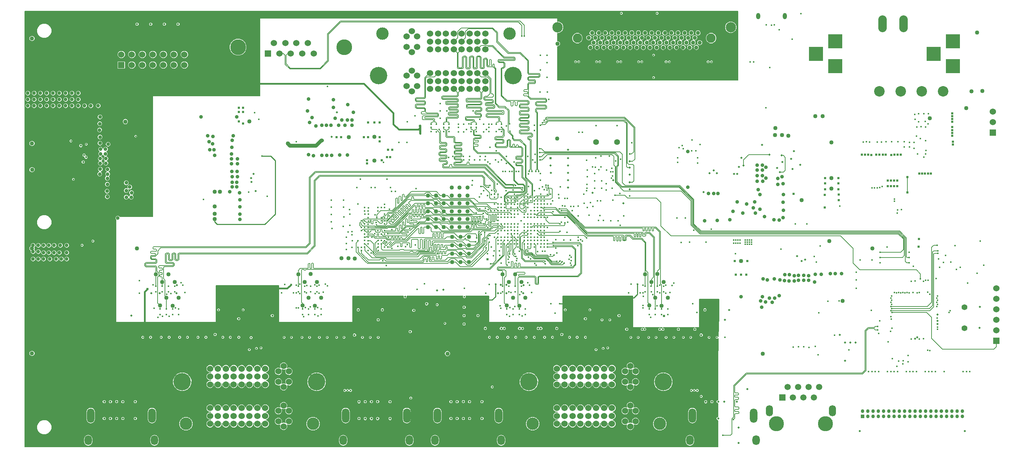
<source format=gbr>
G04 (created by PCBNEW (2013-07-07 BZR 4022)-stable) date 6/4/2014 10:32:15 AM*
%MOIN*%
G04 Gerber Fmt 3.4, Leading zero omitted, Abs format*
%FSLAX34Y34*%
G01*
G70*
G90*
G04 APERTURE LIST*
%ADD10C,0.00590551*%
%ADD11C,0.15*%
%ADD12R,0.06X0.06*%
%ADD13C,0.06*%
%ADD14C,0.1*%
%ADD15C,0.0393701*%
%ADD16C,0.0885827*%
%ADD17C,0.0984252*%
%ADD18C,0.1437*%
%ADD19R,0.0591X0.0591*%
%ADD20C,0.0591*%
%ADD21O,0.0669291X0.106299*%
%ADD22O,0.08X0.16*%
%ADD23C,0.165354*%
%ADD24C,0.11811*%
%ADD25O,0.0393701X0.06*%
%ADD26C,0.056*%
%ADD27C,0.04*%
%ADD28O,0.0708661X0.137795*%
%ADD29O,0.0708661X0.0925197*%
%ADD30R,0.1378X0.1378*%
%ADD31R,0.034X0.034*%
%ADD32C,0.034*%
%ADD33C,0.035*%
%ADD34C,0.024*%
%ADD35C,0.016*%
%ADD36C,0.02*%
%ADD37C,0.005*%
%ADD38C,0.006*%
%ADD39C,0.036*%
%ADD40C,0.008*%
%ADD41C,0.01*%
%ADD42C,0.016*%
%ADD43C,0.021*%
G04 APERTURE END LIST*
G54D10*
G54D11*
X39734Y-20815D03*
X29606Y-20815D03*
G54D12*
X32456Y-21422D03*
G54D13*
X33556Y-21422D03*
X34606Y-21422D03*
X35706Y-21422D03*
X36806Y-21422D03*
X33006Y-20422D03*
X34106Y-20422D03*
X35156Y-20422D03*
X36256Y-20422D03*
G54D14*
X90660Y-25030D03*
X92687Y-25030D03*
X94695Y-25030D03*
X96722Y-25030D03*
G54D15*
X63308Y-19472D03*
X63938Y-19472D03*
X64568Y-19472D03*
X65198Y-19472D03*
X65828Y-19472D03*
X66458Y-19472D03*
X67088Y-19472D03*
X67718Y-19472D03*
X68348Y-19472D03*
X68978Y-19472D03*
X69607Y-19472D03*
X70237Y-19472D03*
X70867Y-19472D03*
X71497Y-19472D03*
X72127Y-19472D03*
X72757Y-19472D03*
X73387Y-19472D03*
X73080Y-19924D03*
X72450Y-19924D03*
X71820Y-19924D03*
X71190Y-19924D03*
X70560Y-19924D03*
X69930Y-19924D03*
X69300Y-19924D03*
X68670Y-19924D03*
X68040Y-19924D03*
X67410Y-19924D03*
X66780Y-19924D03*
X66150Y-19924D03*
X65520Y-19924D03*
X64891Y-19924D03*
X64261Y-19924D03*
X63631Y-19924D03*
X63001Y-19924D03*
X63466Y-20397D03*
X64096Y-20397D03*
X64726Y-20397D03*
X65355Y-20397D03*
X65985Y-20397D03*
X66615Y-20397D03*
X67245Y-20397D03*
X67875Y-20397D03*
X68505Y-20397D03*
X69135Y-20397D03*
X69765Y-20397D03*
X70395Y-20397D03*
X71025Y-20397D03*
X71655Y-20397D03*
X72285Y-20397D03*
X72915Y-20397D03*
X73544Y-20397D03*
X73230Y-20850D03*
X72600Y-20850D03*
X71970Y-20850D03*
X71340Y-20850D03*
X70080Y-20850D03*
X68190Y-20850D03*
X67560Y-20850D03*
X66930Y-20850D03*
X66300Y-20850D03*
X65670Y-20850D03*
X65040Y-20850D03*
X64410Y-20850D03*
X63780Y-20850D03*
X63150Y-20850D03*
G54D16*
X74635Y-19964D03*
X61909Y-19964D03*
G54D17*
X60030Y-18930D03*
X76515Y-18930D03*
G54D15*
X70710Y-20850D03*
X68820Y-20850D03*
X69450Y-20850D03*
G54D18*
X85523Y-56698D03*
X80850Y-56698D03*
G54D19*
X81435Y-54198D03*
G54D20*
X81935Y-53198D03*
X82435Y-54198D03*
X82935Y-53198D03*
X83435Y-54198D03*
X83935Y-53198D03*
X84435Y-54198D03*
X84935Y-53198D03*
G54D21*
X80185Y-55454D03*
X86185Y-55454D03*
G54D22*
X90962Y-18600D03*
X92962Y-18600D03*
G54D13*
X59950Y-52950D03*
X60700Y-52950D03*
X61450Y-52950D03*
X62200Y-52950D03*
X62950Y-52950D03*
X63700Y-52950D03*
X64450Y-52950D03*
X65200Y-52950D03*
X59950Y-52200D03*
X60700Y-52200D03*
X61450Y-52200D03*
X62200Y-52200D03*
X62950Y-52200D03*
X63700Y-52200D03*
X64450Y-52200D03*
X65200Y-52200D03*
X60700Y-51450D03*
X61450Y-51450D03*
X62200Y-51450D03*
X62950Y-51450D03*
X63700Y-51450D03*
X59950Y-51450D03*
X64450Y-51450D03*
X65200Y-51450D03*
X59950Y-55210D03*
X60700Y-55210D03*
X61450Y-55210D03*
X62200Y-55210D03*
X62950Y-55210D03*
X63700Y-55210D03*
X64450Y-55210D03*
X65200Y-55210D03*
X59950Y-55960D03*
X60700Y-55960D03*
X61450Y-55960D03*
X62200Y-55960D03*
X62950Y-55960D03*
X63700Y-55960D03*
X64450Y-55960D03*
X65200Y-55960D03*
X59950Y-56710D03*
X60700Y-56710D03*
X61450Y-56710D03*
X62200Y-56710D03*
X62950Y-56710D03*
X63700Y-56710D03*
X64450Y-56710D03*
X65200Y-56710D03*
X66950Y-51206D03*
X66950Y-53194D03*
X66950Y-54966D03*
X66950Y-56954D03*
X66450Y-51706D03*
X67450Y-51706D03*
X66450Y-55466D03*
X67450Y-55466D03*
X66450Y-52706D03*
X66450Y-56466D03*
X67450Y-52706D03*
X67450Y-56466D03*
G54D23*
X70097Y-52706D03*
X57302Y-52706D03*
G54D24*
X57656Y-56710D03*
X69743Y-56710D03*
G54D25*
X81653Y-17862D03*
X79121Y-17862D03*
G54D26*
X63691Y-29852D03*
X65691Y-29852D03*
G54D27*
X50700Y-34200D03*
X48450Y-37200D03*
X49200Y-37200D03*
X48450Y-36450D03*
X50800Y-39700D03*
X49200Y-37950D03*
X51600Y-38900D03*
X49950Y-37200D03*
X51450Y-34950D03*
X50700Y-35700D03*
X51450Y-35700D03*
X51450Y-37200D03*
X49950Y-34950D03*
X51450Y-34200D03*
X49950Y-34200D03*
X49950Y-35700D03*
X50700Y-34950D03*
X50700Y-36450D03*
X48450Y-34950D03*
X50700Y-37950D03*
X49950Y-37950D03*
X49200Y-34950D03*
X51450Y-36450D03*
X49200Y-35700D03*
X49950Y-36450D03*
X47700Y-34950D03*
X51450Y-37950D03*
X50700Y-37200D03*
X50800Y-38900D03*
X50000Y-39700D03*
X51600Y-40500D03*
X51600Y-39700D03*
X50800Y-40500D03*
X47700Y-36450D03*
X47700Y-37200D03*
X49200Y-36450D03*
X48450Y-35700D03*
X47700Y-35700D03*
X49993Y-41296D03*
X50000Y-38900D03*
X50803Y-41301D03*
X50000Y-40500D03*
X51600Y-41300D03*
X47700Y-37950D03*
X48450Y-37950D03*
G54D13*
X53150Y-23300D03*
X52400Y-23300D03*
X51650Y-23300D03*
X50900Y-23300D03*
X50150Y-23300D03*
X49400Y-23300D03*
X48650Y-23300D03*
X47900Y-23300D03*
X53150Y-24050D03*
X52400Y-24050D03*
X51650Y-24050D03*
X50900Y-24050D03*
X50150Y-24050D03*
X49400Y-24050D03*
X48650Y-24050D03*
X47900Y-24050D03*
X52400Y-24800D03*
X51650Y-24800D03*
X50900Y-24800D03*
X50150Y-24800D03*
X49400Y-24800D03*
X53150Y-24800D03*
X48650Y-24800D03*
X47900Y-24800D03*
X53150Y-21040D03*
X52400Y-21040D03*
X51650Y-21040D03*
X50900Y-21040D03*
X50150Y-21040D03*
X49400Y-21040D03*
X48650Y-21040D03*
X47900Y-21040D03*
X53150Y-20290D03*
X52400Y-20290D03*
X51650Y-20290D03*
X50900Y-20290D03*
X50150Y-20290D03*
X49400Y-20290D03*
X48650Y-20290D03*
X47900Y-20290D03*
X53150Y-19540D03*
X52400Y-19540D03*
X51650Y-19540D03*
X50900Y-19540D03*
X50150Y-19540D03*
X49400Y-19540D03*
X48650Y-19540D03*
X47900Y-19540D03*
X46150Y-25044D03*
X46150Y-23056D03*
X46150Y-21284D03*
X46150Y-19296D03*
X46650Y-24544D03*
X45650Y-24544D03*
X46650Y-20784D03*
X45650Y-20784D03*
X46650Y-23544D03*
X46650Y-19784D03*
X45650Y-23544D03*
X45650Y-19784D03*
G54D23*
X43002Y-23544D03*
X55797Y-23544D03*
G54D24*
X55443Y-19540D03*
X43356Y-19540D03*
G54D13*
X26950Y-52950D03*
X27700Y-52950D03*
X28450Y-52950D03*
X29200Y-52950D03*
X29950Y-52950D03*
X30700Y-52950D03*
X31450Y-52950D03*
X32200Y-52950D03*
X26950Y-52200D03*
X27700Y-52200D03*
X28450Y-52200D03*
X29200Y-52200D03*
X29950Y-52200D03*
X30700Y-52200D03*
X31450Y-52200D03*
X32200Y-52200D03*
X27700Y-51450D03*
X28450Y-51450D03*
X29200Y-51450D03*
X29950Y-51450D03*
X30700Y-51450D03*
X26950Y-51450D03*
X31450Y-51450D03*
X32200Y-51450D03*
X26950Y-55210D03*
X27700Y-55210D03*
X28450Y-55210D03*
X29200Y-55210D03*
X29950Y-55210D03*
X30700Y-55210D03*
X31450Y-55210D03*
X32200Y-55210D03*
X26950Y-55960D03*
X27700Y-55960D03*
X28450Y-55960D03*
X29200Y-55960D03*
X29950Y-55960D03*
X30700Y-55960D03*
X31450Y-55960D03*
X32200Y-55960D03*
X26950Y-56710D03*
X27700Y-56710D03*
X28450Y-56710D03*
X29200Y-56710D03*
X29950Y-56710D03*
X30700Y-56710D03*
X31450Y-56710D03*
X32200Y-56710D03*
X33950Y-51206D03*
X33950Y-53194D03*
X33950Y-54966D03*
X33950Y-56954D03*
X33450Y-51706D03*
X34450Y-51706D03*
X33450Y-55466D03*
X34450Y-55466D03*
X33450Y-52706D03*
X33450Y-56466D03*
X34450Y-52706D03*
X34450Y-56466D03*
G54D23*
X37097Y-52706D03*
X24302Y-52706D03*
G54D24*
X24656Y-56710D03*
X36743Y-56710D03*
G54D28*
X21422Y-55926D03*
X15595Y-55926D03*
G54D29*
X21658Y-58272D03*
X15359Y-58272D03*
G54D28*
X45672Y-55926D03*
X39845Y-55926D03*
G54D29*
X45908Y-58272D03*
X39609Y-58272D03*
G54D28*
X78672Y-55926D03*
X72845Y-55926D03*
G54D29*
X78908Y-58272D03*
X72609Y-58272D03*
G54D28*
X54422Y-55926D03*
X48595Y-55926D03*
G54D29*
X54658Y-58272D03*
X48359Y-58272D03*
G54D30*
X97668Y-22641D03*
X97668Y-20279D03*
X95818Y-21460D03*
X86455Y-22641D03*
X86455Y-20279D03*
X84605Y-21460D03*
G54D12*
X18500Y-22525D03*
G54D13*
X18500Y-21525D03*
X19500Y-22525D03*
X19500Y-21525D03*
X20500Y-22525D03*
X20500Y-21525D03*
X21500Y-22525D03*
X21500Y-21525D03*
X22500Y-22525D03*
X22500Y-21525D03*
X23500Y-22525D03*
X23500Y-21525D03*
X24500Y-22525D03*
X24500Y-21525D03*
G54D12*
X101800Y-48800D03*
G54D13*
X101800Y-47800D03*
X101800Y-46800D03*
X101800Y-45800D03*
X101800Y-44800D03*
X101800Y-43800D03*
G54D26*
X98740Y-45584D03*
X98740Y-47584D03*
G54D12*
X101450Y-28950D03*
G54D13*
X101450Y-27950D03*
X101450Y-26950D03*
G54D31*
X89050Y-56000D03*
G54D32*
X89050Y-55500D03*
X89550Y-56000D03*
X89550Y-55500D03*
X90050Y-56000D03*
X90050Y-55500D03*
X90550Y-56000D03*
X90550Y-55500D03*
X91050Y-56000D03*
X91050Y-55500D03*
X91550Y-56000D03*
X91550Y-55500D03*
X92050Y-56000D03*
X92050Y-55500D03*
X92550Y-56000D03*
X92550Y-55500D03*
X93050Y-56000D03*
X93050Y-55500D03*
X93550Y-56000D03*
X93550Y-55500D03*
X94050Y-56000D03*
X94050Y-55500D03*
X94550Y-56000D03*
X94550Y-55500D03*
X95050Y-56000D03*
X95050Y-55500D03*
X95550Y-56000D03*
X95550Y-55500D03*
X96050Y-56000D03*
X96050Y-55500D03*
X96550Y-56000D03*
G54D33*
X96550Y-55500D03*
G54D32*
X97050Y-56000D03*
X97050Y-55500D03*
X97550Y-56000D03*
X97550Y-55500D03*
X98050Y-56000D03*
X98050Y-55500D03*
X98550Y-56000D03*
X98550Y-55500D03*
G54D34*
X82500Y-34800D03*
G54D27*
X90000Y-40000D03*
G54D35*
X84822Y-50144D03*
X58124Y-38609D03*
X62788Y-39000D03*
X65973Y-37805D03*
X94546Y-42894D03*
X65501Y-34925D03*
X74650Y-38177D03*
X96062Y-42860D03*
X67100Y-29943D03*
X58756Y-39870D03*
X80646Y-18711D03*
X62038Y-28932D03*
X62376Y-28932D03*
X80387Y-18719D03*
X95442Y-44358D03*
X53342Y-40500D03*
X65086Y-32712D03*
X88829Y-41106D03*
X93671Y-43126D03*
X53998Y-40217D03*
G54D36*
X66875Y-32950D03*
X21300Y-18636D03*
G54D35*
X95247Y-44165D03*
X66891Y-31000D03*
X59008Y-34429D03*
X58737Y-27803D03*
G54D36*
X23900Y-18635D03*
G54D35*
X95050Y-43032D03*
G54D36*
X66874Y-32300D03*
G54D35*
X58401Y-28275D03*
G54D36*
X20000Y-18636D03*
X66874Y-31699D03*
G54D35*
X58910Y-27584D03*
X95283Y-43031D03*
X59368Y-34846D03*
G54D36*
X61026Y-32100D03*
G54D35*
X57494Y-37664D03*
G54D36*
X59354Y-32100D03*
G54D35*
X57809Y-37664D03*
G54D36*
X61025Y-32798D03*
G54D35*
X58122Y-37664D03*
G54D36*
X59375Y-32798D03*
G54D35*
X57809Y-37035D03*
X58440Y-37663D03*
G54D36*
X61025Y-33499D03*
G54D35*
X58758Y-37661D03*
G54D36*
X61025Y-34200D03*
G54D35*
X60401Y-37508D03*
X61300Y-36000D03*
X57494Y-37979D03*
X60734Y-37547D03*
X62000Y-35957D03*
X65100Y-37378D03*
X57809Y-37979D03*
X58124Y-37979D03*
X65796Y-37374D03*
X63030Y-36814D03*
X58757Y-38925D03*
X64049Y-36867D03*
G54D36*
X61025Y-30600D03*
G54D35*
X58440Y-38925D03*
X60264Y-38354D03*
X64400Y-37329D03*
X58125Y-38294D03*
X58757Y-38296D03*
X63558Y-32850D03*
X62870Y-36091D03*
X64700Y-32529D03*
X60606Y-39200D03*
X57809Y-38294D03*
X41674Y-36741D03*
X55614Y-37044D03*
X55290Y-37035D03*
X42637Y-36808D03*
X43553Y-36731D03*
X54655Y-36090D03*
X42004Y-36125D03*
X54022Y-35140D03*
X55279Y-36400D03*
X43558Y-35787D03*
X54974Y-36725D03*
X42031Y-36737D03*
X55603Y-37972D03*
X43244Y-36094D03*
X41666Y-36418D03*
X54359Y-36100D03*
X42934Y-36416D03*
X54664Y-36720D03*
X41996Y-36441D03*
X54355Y-36729D03*
X43559Y-36106D03*
X55290Y-36714D03*
X41659Y-36096D03*
X52740Y-34800D03*
X42934Y-36096D03*
X52583Y-35100D03*
X53138Y-36153D03*
X43558Y-37047D03*
X43240Y-37047D03*
X53433Y-36283D03*
X43999Y-36884D03*
X52635Y-36225D03*
X41994Y-37051D03*
X54985Y-37659D03*
X55605Y-36720D03*
X43544Y-37351D03*
X41664Y-37361D03*
X53672Y-36416D03*
X54350Y-36409D03*
X41666Y-37674D03*
X41669Y-38301D03*
X53007Y-37670D03*
X43556Y-38298D03*
X52729Y-37520D03*
X41988Y-39261D03*
X53085Y-38472D03*
X52744Y-38674D03*
X42938Y-39236D03*
X43561Y-39250D03*
X52331Y-38998D03*
X41024Y-39266D03*
X53525Y-39394D03*
X43859Y-39871D03*
X52212Y-39364D03*
X41029Y-39890D03*
X53229Y-39918D03*
X41999Y-38006D03*
X52638Y-36964D03*
X42780Y-37748D03*
X52283Y-36625D03*
X53401Y-36722D03*
X44357Y-37525D03*
X52968Y-36664D03*
X41351Y-37986D03*
X54348Y-37344D03*
X43859Y-38611D03*
X41356Y-38305D03*
X53303Y-37183D03*
X41661Y-39550D03*
X54344Y-38294D03*
X52568Y-38383D03*
X43249Y-39561D03*
X54344Y-37664D03*
X43243Y-38616D03*
X41668Y-38935D03*
X54359Y-37964D03*
X41994Y-38636D03*
X54664Y-37974D03*
X41350Y-37359D03*
X55300Y-37659D03*
X54974Y-37974D03*
X42004Y-37386D03*
X54670Y-37655D03*
X42938Y-39866D03*
X41359Y-40196D03*
X53590Y-38777D03*
X41666Y-39867D03*
X53129Y-39261D03*
X54340Y-35770D03*
X42809Y-37051D03*
X56234Y-38610D03*
X57262Y-40846D03*
X56864Y-38294D03*
X57438Y-40995D03*
X58812Y-41226D03*
X57179Y-38609D03*
X57179Y-38294D03*
X58839Y-41478D03*
X61269Y-41382D03*
X57179Y-38925D03*
X61320Y-41595D03*
X56864Y-38609D03*
X57179Y-39553D03*
X61134Y-41018D03*
X57179Y-39240D03*
X61305Y-41175D03*
X61185Y-40658D03*
X57496Y-38924D03*
X61330Y-40844D03*
X57494Y-38609D03*
X60457Y-41277D03*
X56864Y-39553D03*
X60642Y-41394D03*
X56866Y-39240D03*
X59970Y-41214D03*
X57194Y-40227D03*
X60264Y-41190D03*
X57494Y-39553D03*
X55287Y-39551D03*
X55224Y-41595D03*
X55328Y-41045D03*
X55607Y-38918D03*
X55281Y-38612D03*
X55380Y-41328D03*
X55452Y-40544D03*
X55602Y-39557D03*
X55427Y-40836D03*
X55604Y-39242D03*
X56150Y-40954D03*
X55922Y-39552D03*
X56106Y-41151D03*
X55919Y-39234D03*
X55917Y-38922D03*
X55946Y-40535D03*
X55605Y-38610D03*
X56056Y-40752D03*
X55919Y-38610D03*
X57840Y-41435D03*
X55920Y-38290D03*
X58002Y-41596D03*
X54700Y-28163D03*
X55290Y-35145D03*
X54700Y-28476D03*
X54200Y-28163D03*
X53500Y-28162D03*
X53500Y-28477D03*
X55918Y-35459D03*
X53000Y-28162D03*
X52300Y-28475D03*
X52300Y-28163D03*
X57179Y-35146D03*
X51800Y-28476D03*
X51800Y-28162D03*
X57178Y-35461D03*
X50600Y-28164D03*
X50600Y-28477D03*
X58916Y-33980D03*
X57809Y-35144D03*
X51100Y-28162D03*
X48000Y-28160D03*
X56651Y-34437D03*
X48000Y-28477D03*
X48500Y-28162D03*
X49700Y-28164D03*
X56006Y-33983D03*
X56235Y-35146D03*
X49700Y-28477D03*
X49200Y-28164D03*
X49200Y-28477D03*
X55811Y-34043D03*
X56235Y-35459D03*
X46450Y-27350D03*
X58124Y-36090D03*
X60114Y-34878D03*
X49495Y-26900D03*
X60152Y-35196D03*
X59552Y-35456D03*
X45729Y-27940D03*
X55449Y-32675D03*
X55688Y-32676D03*
X54833Y-32675D03*
X55056Y-32675D03*
X57326Y-32661D03*
X57593Y-32661D03*
X57956Y-32660D03*
X58229Y-32660D03*
X56322Y-32675D03*
X59381Y-35779D03*
X56085Y-32675D03*
X58755Y-35774D03*
X55470Y-28124D03*
X56865Y-36092D03*
X58380Y-21600D03*
X60735Y-35951D03*
X58395Y-23000D03*
X57809Y-36405D03*
X60944Y-35216D03*
X58364Y-25100D03*
X58125Y-36405D03*
X60726Y-35214D03*
X60496Y-35930D03*
X67728Y-22221D03*
X68042Y-22224D03*
X65730Y-22222D03*
X66043Y-22224D03*
X63728Y-22222D03*
X64044Y-22222D03*
X61727Y-22223D03*
X62043Y-22223D03*
X78357Y-22221D03*
X78672Y-22222D03*
X74358Y-22218D03*
X74673Y-22223D03*
X70358Y-22221D03*
X70671Y-22222D03*
G54D36*
X22600Y-18634D03*
G54D35*
X94852Y-43123D03*
X58577Y-28040D03*
G54D36*
X66874Y-33700D03*
G54D35*
X58755Y-35459D03*
X46050Y-54250D03*
X30855Y-48500D03*
X62674Y-48466D03*
X59791Y-46151D03*
X61167Y-48464D03*
X61891Y-48465D03*
X42950Y-48473D03*
X41450Y-48474D03*
X42200Y-48475D03*
X73300Y-46096D03*
X75945Y-48474D03*
X74445Y-48473D03*
X75195Y-48473D03*
X29684Y-48464D03*
X28166Y-48464D03*
X28881Y-48464D03*
X56377Y-46306D03*
X56377Y-45752D03*
X57810Y-48462D03*
X59574Y-39418D03*
G54D27*
X56376Y-45449D03*
X56376Y-45449D03*
X55985Y-42452D03*
G54D35*
X55983Y-43586D03*
X55983Y-44141D03*
X57036Y-48462D03*
X59068Y-39558D03*
X55786Y-46306D03*
X55786Y-45751D03*
X58756Y-38610D03*
X56040Y-48463D03*
G54D27*
X55785Y-44694D03*
X55785Y-44694D03*
G54D35*
X55392Y-43586D03*
G54D27*
X55394Y-43184D03*
X55394Y-43184D03*
G54D35*
X58447Y-38617D03*
X55392Y-44140D03*
X55290Y-48463D03*
X55196Y-46306D03*
X59616Y-39726D03*
X55195Y-45751D03*
X54290Y-48464D03*
G54D27*
X55196Y-45446D03*
X55196Y-45446D03*
G54D35*
X54802Y-43586D03*
X54802Y-44141D03*
X53540Y-48463D03*
X59068Y-39872D03*
G54D27*
X54802Y-42470D03*
G54D35*
X62216Y-39177D03*
X57178Y-43254D03*
X57178Y-43254D03*
X56967Y-46306D03*
X58755Y-37976D03*
X56967Y-45751D03*
X59540Y-48463D03*
G54D27*
X56966Y-44693D03*
X56966Y-44693D03*
G54D35*
X56574Y-44141D03*
X58429Y-37977D03*
X56574Y-43586D03*
X58790Y-48463D03*
G54D27*
X56572Y-43208D03*
X56572Y-43208D03*
G54D35*
X60906Y-38451D03*
X62378Y-39301D03*
X57361Y-43489D03*
X57361Y-43489D03*
X61974Y-38934D03*
X57560Y-44182D03*
X69923Y-46308D03*
X69924Y-45752D03*
G54D27*
X69922Y-45447D03*
G54D35*
X71100Y-48472D03*
X60190Y-36240D03*
X60386Y-36398D03*
X69529Y-44141D03*
X69528Y-43589D03*
X70350Y-48472D03*
G54D27*
X69529Y-42446D03*
G54D35*
X69332Y-46307D03*
X58755Y-36090D03*
G54D27*
X69331Y-44695D03*
G54D35*
X69335Y-45751D03*
X69400Y-48474D03*
X68938Y-44142D03*
X58440Y-36090D03*
X68936Y-43583D03*
X68700Y-48473D03*
G54D27*
X68938Y-43198D03*
G54D35*
X68741Y-46308D03*
X58125Y-36720D03*
G54D27*
X68741Y-45445D03*
G54D35*
X68741Y-45751D03*
X67700Y-48474D03*
G54D27*
X68348Y-42450D03*
G54D35*
X57809Y-36720D03*
X68348Y-44141D03*
X68345Y-43584D03*
X67000Y-48473D03*
X70709Y-44187D03*
X58755Y-36405D03*
X70513Y-46305D03*
X70509Y-45748D03*
X72700Y-48473D03*
X58753Y-36720D03*
G54D27*
X70513Y-44692D03*
G54D35*
X58440Y-36720D03*
X70118Y-44140D03*
X70117Y-43583D03*
X72000Y-48472D03*
G54D27*
X70119Y-43199D03*
G54D35*
X61414Y-36382D03*
X60708Y-37022D03*
X70909Y-43527D03*
X71103Y-43303D03*
X57494Y-36720D03*
X54346Y-39551D03*
X36923Y-46306D03*
X36922Y-45751D03*
G54D27*
X36922Y-45447D03*
G54D35*
X38100Y-48472D03*
X54345Y-39243D03*
X36529Y-43586D03*
X36528Y-44141D03*
X37350Y-48473D03*
G54D27*
X36529Y-42446D03*
G54D35*
X36332Y-46307D03*
X53913Y-40689D03*
X36332Y-45751D03*
X36422Y-48471D03*
G54D27*
X36331Y-44695D03*
G54D35*
X35938Y-44141D03*
G54D27*
X35938Y-43198D03*
G54D35*
X35938Y-43586D03*
X35700Y-48473D03*
X54660Y-39554D03*
X35741Y-46306D03*
X35741Y-45751D03*
G54D27*
X35741Y-45445D03*
G54D35*
X54969Y-39561D03*
X34700Y-48473D03*
X35347Y-44141D03*
X35348Y-43587D03*
G54D27*
X35348Y-42450D03*
G54D35*
X54970Y-39246D03*
X34000Y-48471D03*
X37710Y-44177D03*
X55292Y-38925D03*
X37513Y-46306D03*
X37513Y-45752D03*
G54D27*
X37513Y-44692D03*
G54D35*
X39700Y-48474D03*
X56390Y-40254D03*
X56236Y-39557D03*
X37119Y-43586D03*
G54D27*
X37119Y-43199D03*
G54D35*
X37119Y-44140D03*
X39000Y-48473D03*
X54655Y-38928D03*
X37907Y-43410D03*
X58600Y-40260D03*
X38104Y-43549D03*
X58434Y-39864D03*
X23376Y-46307D03*
X23377Y-45751D03*
X24800Y-48463D03*
X58599Y-34137D03*
G54D27*
X23376Y-45449D03*
X23376Y-45449D03*
G54D35*
X22983Y-43585D03*
X22983Y-44141D03*
X24050Y-48465D03*
X58749Y-34398D03*
G54D27*
X22985Y-42452D03*
X22985Y-42452D03*
G54D35*
X22786Y-46307D03*
X53453Y-34167D03*
X22786Y-45751D03*
X23050Y-48464D03*
G54D27*
X22785Y-44694D03*
G54D35*
X22392Y-44140D03*
X53597Y-34012D03*
X22392Y-43586D03*
X22300Y-48464D03*
G54D27*
X22394Y-43184D03*
X22394Y-43184D03*
G54D35*
X22198Y-46306D03*
X54032Y-34517D03*
G54D27*
X22196Y-45446D03*
G54D35*
X22195Y-45751D03*
X21285Y-48465D03*
X21802Y-44140D03*
X21801Y-43586D03*
X54031Y-34831D03*
X20544Y-48463D03*
G54D27*
X21802Y-42470D03*
X21802Y-42470D03*
G54D35*
X24178Y-43254D03*
X54659Y-35774D03*
X23967Y-46306D03*
X58280Y-34294D03*
X23967Y-45752D03*
X26550Y-48463D03*
G54D27*
X23966Y-44693D03*
X23966Y-44693D03*
G54D35*
X23574Y-44144D03*
G54D27*
X23572Y-43208D03*
X23572Y-43208D03*
G54D35*
X23574Y-43586D03*
X25800Y-48464D03*
X58438Y-35146D03*
X56235Y-36405D03*
X55602Y-36092D03*
X24361Y-43489D03*
X24361Y-43489D03*
X54975Y-36090D03*
X24558Y-44199D03*
X96230Y-40456D03*
X91740Y-45916D03*
X98356Y-41786D03*
X91811Y-45329D03*
X94458Y-48635D03*
X93500Y-40350D03*
X91403Y-39850D03*
X93671Y-48636D03*
G54D34*
X43100Y-28000D03*
X42000Y-28000D03*
X42600Y-28000D03*
X42000Y-29400D03*
X41600Y-29400D03*
X43100Y-29800D03*
X43100Y-29400D03*
G54D35*
X93495Y-41350D03*
X58329Y-30876D03*
G54D27*
X40148Y-29396D03*
X42599Y-29348D03*
G54D34*
X39408Y-29382D03*
X39003Y-29382D03*
G54D36*
X38525Y-29375D03*
G54D35*
X90705Y-40850D03*
X58334Y-31274D03*
G54D33*
X26725Y-29265D03*
X27400Y-31140D03*
X27325Y-30590D03*
X26925Y-30590D03*
X26850Y-29815D03*
X27200Y-30015D03*
X27225Y-29315D03*
X26075Y-27465D03*
G54D35*
X97395Y-45916D03*
X96123Y-45128D03*
X98628Y-51725D03*
X98943Y-51724D03*
X96192Y-45326D03*
X99257Y-51725D03*
X96122Y-45522D03*
X91740Y-45129D03*
X89628Y-51725D03*
X90572Y-51725D03*
X91818Y-44538D03*
X91820Y-44930D03*
X89943Y-51726D03*
X90257Y-51725D03*
X91738Y-44735D03*
X91428Y-51725D03*
X92096Y-44186D03*
X92687Y-44241D03*
X92372Y-51725D03*
X91743Y-51725D03*
X92293Y-44241D03*
X92057Y-51726D03*
X92490Y-44187D03*
X93228Y-51723D03*
X92884Y-44187D03*
X93474Y-44241D03*
X94172Y-51726D03*
X93080Y-44241D03*
X93543Y-51724D03*
X93857Y-51725D03*
X93277Y-44187D03*
X95028Y-51723D03*
X94262Y-44242D03*
X96124Y-44735D03*
X95972Y-51726D03*
X95343Y-51725D03*
X94458Y-44188D03*
X95657Y-51725D03*
X96193Y-44538D03*
X96828Y-51725D03*
X96192Y-44931D03*
X99046Y-43299D03*
X96138Y-46620D03*
X89952Y-41106D03*
X58125Y-39555D03*
X59838Y-39966D03*
X91845Y-46113D03*
X96144Y-39710D03*
X91739Y-45522D03*
X56847Y-19779D03*
X97842Y-39720D03*
X96208Y-40214D03*
X91812Y-45719D03*
X96947Y-40676D03*
X56625Y-19775D03*
X83445Y-49353D03*
X95245Y-49698D03*
X82943Y-49352D03*
X95442Y-49746D03*
X90676Y-46899D03*
X58119Y-40285D03*
X58438Y-39240D03*
G54D36*
X48565Y-44006D03*
G54D35*
X59944Y-40418D03*
X96198Y-47692D03*
X97296Y-46110D03*
X96189Y-47489D03*
G54D36*
X51133Y-45600D03*
G54D35*
X57809Y-39238D03*
X59339Y-40599D03*
X57811Y-39555D03*
X59681Y-40632D03*
X51150Y-44600D03*
G54D36*
X96180Y-47198D03*
G54D35*
X76767Y-56302D03*
X90477Y-47753D03*
X75764Y-57798D03*
X90479Y-47440D03*
X86900Y-35950D03*
G54D34*
X85450Y-36100D03*
X85450Y-34900D03*
X86800Y-34850D03*
X86800Y-35400D03*
X85500Y-33300D03*
X85500Y-33800D03*
X85500Y-34350D03*
X86750Y-34350D03*
X86750Y-33800D03*
X86750Y-33300D03*
G54D36*
X86901Y-48246D03*
G54D27*
X86100Y-33300D03*
X86100Y-34300D03*
G54D36*
X73930Y-34625D03*
G54D33*
X74380Y-34775D03*
X74880Y-34775D03*
X75280Y-34775D03*
G54D36*
X74480Y-32825D03*
X75180Y-32825D03*
X74880Y-32575D03*
G54D33*
X72430Y-34175D03*
G54D36*
X87900Y-48968D03*
G54D33*
X18160Y-37105D03*
X18975Y-34490D03*
X18975Y-33740D03*
X19300Y-34140D03*
X19475Y-34690D03*
X19450Y-35115D03*
X18975Y-35115D03*
G54D35*
X43456Y-31800D03*
X91488Y-48909D03*
X83738Y-37666D03*
X90593Y-48081D03*
X31200Y-27075D03*
X91707Y-47884D03*
X72824Y-29675D03*
X91853Y-47591D03*
X15800Y-39300D03*
G54D34*
X97600Y-27665D03*
X97600Y-27390D03*
X97650Y-29815D03*
X97650Y-30090D03*
X97600Y-28440D03*
X97600Y-28715D03*
X97600Y-29265D03*
X97600Y-28990D03*
X97600Y-27940D03*
X97600Y-27115D03*
G54D33*
X79445Y-45585D03*
X79820Y-45085D03*
X77500Y-44600D03*
X79370Y-45010D03*
X79520Y-44585D03*
X80470Y-45135D03*
X81120Y-44510D03*
X80695Y-44735D03*
X80195Y-44735D03*
G54D34*
X92694Y-31080D03*
X92388Y-31080D03*
X91782Y-31082D03*
X92086Y-31080D03*
X88974Y-31080D03*
X89280Y-31078D03*
X89898Y-31084D03*
X89592Y-31078D03*
X90368Y-31078D03*
X90670Y-31078D03*
X91268Y-31080D03*
X90976Y-31080D03*
G54D35*
X57809Y-38924D03*
X56864Y-35461D03*
X54400Y-31779D03*
X55916Y-34835D03*
X54659Y-35144D03*
X51618Y-31577D03*
X55144Y-31907D03*
X57809Y-35774D03*
X58125Y-35144D03*
X55900Y-31765D03*
X55604Y-35146D03*
X52128Y-31577D03*
X55781Y-34428D03*
X53121Y-31577D03*
X52627Y-31577D03*
X56233Y-35774D03*
X56864Y-35146D03*
X54700Y-31577D03*
X56235Y-36090D03*
X53400Y-31760D03*
X49650Y-31337D03*
X55914Y-35781D03*
X54442Y-28677D03*
X55291Y-35462D03*
X53241Y-28677D03*
X55610Y-35461D03*
X59119Y-33981D03*
X51340Y-28677D03*
X57809Y-35461D03*
X48740Y-28677D03*
X56682Y-34233D03*
X55471Y-28837D03*
X56864Y-35775D03*
X51084Y-31577D03*
X55291Y-35775D03*
X54333Y-38917D03*
X53670Y-41469D03*
X58439Y-39555D03*
X54976Y-35782D03*
X58125Y-35459D03*
X54527Y-40670D03*
X55291Y-37979D03*
X54503Y-40246D03*
G54D36*
X46337Y-45900D03*
G54D35*
X58755Y-39240D03*
X58438Y-35461D03*
X57822Y-28273D03*
X57823Y-28761D03*
X57810Y-36090D03*
X62545Y-35700D03*
X58755Y-37033D03*
X60239Y-37659D03*
X57892Y-31024D03*
X57494Y-36405D03*
X54346Y-34831D03*
X52711Y-34086D03*
X54118Y-31576D03*
X56556Y-35769D03*
G54D34*
X41900Y-31900D03*
X41900Y-31600D03*
X44300Y-30600D03*
X43900Y-30600D03*
X44100Y-31300D03*
X43800Y-31300D03*
X43300Y-31600D03*
G54D35*
X58330Y-30494D03*
X93496Y-40850D03*
G54D27*
X42591Y-31617D03*
G54D35*
X42294Y-34186D03*
X42669Y-34185D03*
X40923Y-34186D03*
X44119Y-34188D03*
X46071Y-37323D03*
X39618Y-37898D03*
X39647Y-36053D03*
X39664Y-35407D03*
X54979Y-38290D03*
X39673Y-37006D03*
X53347Y-34977D03*
X54344Y-38609D03*
G54D27*
X34340Y-30010D03*
X30700Y-27900D03*
X40120Y-40940D03*
X39470Y-40930D03*
X40710Y-40960D03*
G54D34*
X30100Y-28100D03*
X29700Y-27900D03*
X29700Y-27000D03*
X29700Y-26600D03*
X30100Y-26600D03*
X30100Y-27000D03*
G54D35*
X44221Y-34552D03*
X90705Y-40350D03*
X58338Y-31560D03*
X40450Y-38400D03*
G54D33*
X29475Y-27465D03*
G54D34*
X37207Y-29994D03*
X37574Y-29689D03*
G54D35*
X54344Y-37034D03*
X54655Y-36400D03*
X40464Y-38681D03*
X40477Y-39274D03*
X40467Y-39884D03*
X43730Y-41618D03*
X40254Y-36736D03*
X46500Y-39658D03*
X44824Y-39800D03*
X41999Y-38321D03*
X54029Y-35766D03*
X54033Y-38920D03*
X54985Y-37044D03*
X42934Y-38301D03*
X42938Y-39556D03*
X41988Y-39571D03*
X44261Y-38188D03*
X43906Y-38941D03*
X54664Y-38290D03*
X84549Y-49335D03*
X82440Y-49383D03*
G54D27*
X59983Y-29540D03*
X60012Y-20502D03*
X99939Y-19425D03*
X98917Y-26635D03*
X79542Y-50019D03*
X49545Y-50016D03*
X100455Y-24990D03*
X99421Y-25032D03*
X95466Y-27587D03*
X20000Y-40000D03*
X10000Y-50000D03*
X10000Y-40000D03*
X10000Y-30000D03*
X10004Y-32499D03*
X9999Y-20001D03*
G54D35*
X32376Y-35028D03*
X13704Y-29766D03*
X85026Y-39754D03*
X95319Y-27167D03*
X94878Y-27153D03*
X94402Y-27153D03*
X94010Y-27230D03*
X94045Y-27699D03*
X94395Y-27923D03*
X95032Y-27888D03*
X95291Y-28119D03*
X95053Y-28434D03*
X94605Y-28399D03*
X94227Y-28427D03*
X94185Y-29309D03*
X94556Y-29540D03*
X95046Y-29715D03*
X95081Y-30660D03*
X95067Y-31003D03*
X94899Y-31290D03*
X94290Y-31003D03*
X93947Y-30471D03*
X93968Y-29897D03*
X93506Y-29897D03*
X93504Y-30345D03*
X93033Y-30324D03*
X93033Y-29835D03*
X92421Y-29820D03*
X91818Y-29826D03*
X91284Y-29838D03*
X90861Y-29847D03*
X90453Y-29856D03*
X89733Y-29862D03*
X89124Y-29850D03*
X89424Y-29842D03*
X92082Y-35502D03*
X92076Y-35292D03*
X92337Y-36642D03*
X92382Y-36330D03*
X92745Y-36306D03*
X90909Y-34083D03*
X90671Y-34182D03*
X90450Y-34220D03*
X90195Y-34223D03*
X89949Y-34227D03*
G54D33*
X12600Y-25200D03*
X12000Y-25200D03*
X11400Y-25200D03*
X13200Y-25800D03*
X13800Y-25800D03*
X14400Y-25800D03*
X9600Y-25800D03*
X10200Y-25800D03*
X10800Y-25800D03*
X12600Y-26400D03*
X12000Y-26400D03*
X11400Y-26400D03*
X14400Y-26400D03*
X13800Y-26400D03*
X13200Y-26400D03*
X9600Y-26400D03*
X10200Y-26400D03*
X10800Y-26400D03*
X12600Y-25800D03*
X12000Y-25800D03*
X11400Y-25800D03*
X13200Y-25200D03*
X13800Y-25200D03*
X14400Y-25200D03*
X9600Y-25200D03*
X10200Y-25200D03*
X10800Y-25200D03*
X16475Y-29965D03*
X16475Y-29390D03*
X16425Y-28715D03*
X16450Y-28115D03*
X16475Y-27465D03*
X15000Y-26400D03*
X15600Y-26400D03*
X16300Y-26400D03*
G54D35*
X58400Y-32878D03*
X79875Y-18705D03*
X82353Y-20049D03*
X83188Y-17624D03*
G54D33*
X13300Y-41000D03*
X12800Y-41000D03*
X12300Y-41000D03*
X11700Y-41000D03*
X11600Y-39700D03*
X12100Y-39700D03*
X13300Y-40400D03*
X12600Y-40400D03*
X12100Y-40400D03*
X11600Y-40400D03*
X11100Y-40400D03*
X10600Y-40300D03*
X10100Y-40300D03*
X10100Y-39700D03*
X10600Y-39700D03*
X11100Y-39700D03*
X10100Y-41000D03*
X10600Y-41000D03*
X11100Y-41000D03*
X12700Y-39700D03*
X13300Y-39700D03*
G54D35*
X79850Y-26600D03*
X80213Y-22778D03*
X65542Y-31664D03*
X97464Y-41307D03*
X65280Y-35388D03*
X96278Y-40992D03*
G54D36*
X88772Y-57399D03*
X98776Y-57406D03*
G54D35*
X36158Y-43526D03*
X23646Y-45651D03*
X35148Y-44230D03*
X35495Y-43393D03*
X35150Y-43498D03*
X35496Y-44297D03*
X23062Y-46460D03*
X23222Y-44313D03*
X35864Y-46498D03*
X55590Y-44212D03*
X56424Y-44412D03*
X54605Y-44248D03*
X54540Y-45465D03*
X36018Y-45619D03*
X69485Y-45468D03*
G54D36*
X23778Y-43500D03*
X23778Y-43500D03*
G54D35*
X21999Y-46569D03*
X21605Y-45713D03*
X37200Y-45638D03*
X37206Y-46423D03*
X36492Y-45572D03*
X35353Y-45660D03*
X36920Y-43463D03*
X36959Y-44306D03*
X36135Y-44221D03*
X55473Y-45617D03*
X55461Y-46456D03*
X55949Y-45543D03*
X56667Y-46422D03*
X54605Y-45708D03*
G54D36*
X31272Y-34536D03*
G54D35*
X30618Y-34629D03*
G54D36*
X14646Y-30210D03*
G54D35*
X15162Y-30070D03*
X84468Y-40772D03*
X84669Y-41289D03*
X44577Y-34561D03*
X43784Y-33383D03*
X48567Y-45360D03*
X56236Y-39236D03*
X53429Y-39074D03*
X69088Y-44408D03*
X68148Y-44230D03*
X68202Y-44577D03*
G54D36*
X94043Y-48585D03*
G54D35*
X94850Y-48581D03*
X61983Y-39219D03*
X54970Y-36400D03*
X56866Y-36720D03*
X54662Y-39239D03*
X22830Y-44352D03*
X21513Y-43475D03*
X58438Y-35777D03*
X58125Y-39240D03*
X58753Y-39555D03*
G54D34*
X70164Y-46443D03*
G54D35*
X51921Y-33541D03*
X40207Y-36299D03*
X55290Y-38294D03*
X59067Y-37982D03*
X60288Y-34120D03*
X22428Y-46478D03*
X68144Y-45429D03*
X68875Y-46553D03*
X53714Y-39869D03*
X34041Y-43444D03*
X47337Y-43373D03*
X57500Y-38300D03*
X67029Y-43405D03*
X53504Y-43423D03*
X20231Y-43077D03*
X19871Y-29315D03*
X90711Y-41350D03*
X72600Y-39413D03*
X71797Y-39415D03*
X84871Y-46141D03*
X26327Y-35315D03*
X57180Y-31223D03*
X55149Y-31223D03*
X53151Y-31223D03*
X52651Y-31223D03*
X51650Y-31223D03*
X57494Y-35144D03*
X53750Y-28150D03*
X76955Y-40500D03*
X60986Y-37502D03*
X73583Y-30094D03*
X82647Y-37667D03*
X20219Y-44277D03*
X33767Y-44243D03*
X66772Y-44245D03*
X53194Y-44280D03*
X35150Y-29846D03*
X31600Y-27700D03*
X14760Y-39700D03*
X57264Y-32898D03*
X57267Y-34102D03*
X59584Y-36493D03*
X48858Y-26200D03*
X65000Y-46805D03*
X64250Y-46805D03*
X65700Y-28300D03*
X63700Y-28300D03*
X53585Y-30373D03*
X100601Y-41600D03*
X100246Y-39300D03*
X93388Y-50184D03*
X93381Y-50790D03*
X91902Y-50499D03*
X92331Y-51228D03*
X57887Y-31784D03*
X57179Y-37036D03*
X55920Y-36714D03*
G54D36*
X78100Y-53400D03*
X77251Y-58536D03*
X77250Y-57062D03*
G54D35*
X73700Y-54094D03*
X49303Y-47138D03*
G54D36*
X75897Y-54594D03*
X74715Y-54605D03*
G54D35*
X53806Y-53200D03*
X52003Y-26892D03*
X48857Y-26900D03*
X94065Y-43107D03*
G54D36*
X96187Y-46310D03*
G54D35*
X97981Y-41999D03*
X46650Y-43900D03*
X54650Y-41394D03*
X46550Y-34300D03*
X41238Y-33383D03*
X45963Y-38088D03*
X38478Y-36752D03*
X38478Y-35400D03*
X38478Y-36050D03*
X38484Y-37450D03*
X38537Y-38100D03*
X58808Y-40265D03*
X59032Y-21600D03*
X59031Y-23699D03*
X59172Y-25799D03*
X87750Y-49650D03*
X72880Y-45250D03*
X59377Y-45249D03*
X63927Y-37341D03*
G54D36*
X87400Y-48975D03*
G54D35*
X89901Y-45883D03*
X91780Y-46725D03*
X91739Y-46506D03*
G54D34*
X94406Y-39095D03*
G54D35*
X64650Y-33817D03*
X62862Y-33150D03*
X65291Y-32711D03*
X64150Y-32245D03*
X63628Y-32257D03*
X63350Y-32231D03*
X62771Y-31607D03*
X64104Y-35451D03*
X62816Y-33900D03*
X62806Y-34252D03*
X62525Y-34823D03*
X65231Y-34265D03*
G54D33*
X17250Y-30065D03*
X17025Y-31440D03*
X16500Y-31440D03*
X16525Y-30990D03*
X16975Y-30990D03*
X16525Y-30540D03*
X17000Y-30540D03*
X17025Y-31890D03*
X16500Y-31890D03*
X16500Y-32440D03*
X17200Y-32465D03*
X17200Y-32915D03*
X16450Y-32915D03*
X17175Y-33315D03*
X17175Y-33890D03*
X17175Y-35065D03*
X17150Y-34540D03*
G54D36*
X100193Y-47580D03*
X100205Y-45580D03*
G54D35*
X66895Y-34995D03*
X53747Y-34475D03*
X58755Y-35144D03*
X56235Y-37977D03*
X56864Y-37662D03*
X56553Y-37348D03*
X58442Y-37033D03*
X59850Y-39150D03*
X55288Y-39870D03*
G54D34*
X91762Y-34069D03*
X92069Y-34054D03*
X92337Y-34050D03*
X92069Y-33534D03*
X92337Y-33530D03*
X91766Y-33526D03*
X91443Y-34058D03*
X91443Y-33526D03*
X94450Y-32865D03*
X95550Y-32865D03*
X95275Y-32865D03*
X94725Y-32865D03*
X95000Y-32865D03*
G54D33*
X79730Y-36975D03*
X74030Y-37350D03*
X75205Y-37325D03*
X76430Y-37275D03*
X79280Y-34875D03*
X79280Y-36250D03*
X78655Y-36125D03*
X78855Y-36625D03*
X77655Y-36625D03*
X76730Y-36475D03*
X77105Y-35550D03*
X78005Y-35750D03*
X78780Y-35575D03*
X79105Y-34400D03*
X79855Y-32250D03*
X79555Y-33600D03*
X79855Y-33300D03*
X79030Y-33050D03*
X79530Y-33050D03*
X79530Y-32525D03*
X79505Y-32050D03*
X79030Y-32050D03*
X79030Y-32525D03*
X79030Y-33600D03*
X28825Y-34590D03*
X29750Y-34690D03*
X29800Y-35365D03*
X29800Y-36040D03*
X29800Y-36715D03*
X29800Y-37215D03*
X29500Y-33690D03*
X29500Y-34140D03*
X29050Y-34140D03*
X29050Y-33690D03*
X29525Y-32665D03*
X29550Y-33165D03*
X29050Y-33165D03*
X29025Y-32665D03*
X29025Y-30365D03*
X28975Y-30990D03*
X28975Y-31465D03*
X29550Y-31465D03*
X29550Y-31940D03*
X28975Y-31940D03*
X29150Y-29265D03*
X29050Y-29690D03*
X87045Y-42385D03*
X86470Y-42385D03*
X85995Y-42410D03*
X85120Y-42460D03*
X84495Y-43210D03*
X84570Y-42460D03*
X82970Y-42560D03*
X83470Y-42560D03*
X83470Y-43035D03*
X83920Y-43035D03*
X83920Y-42585D03*
X82570Y-43085D03*
X82570Y-42585D03*
X82970Y-43035D03*
X79595Y-42910D03*
X79995Y-42985D03*
X80670Y-42910D03*
X81195Y-43010D03*
X81620Y-43060D03*
X81645Y-42510D03*
X82095Y-42510D03*
X82070Y-43085D03*
X39200Y-28275D03*
X39800Y-28275D03*
X40450Y-28275D03*
X40450Y-27750D03*
X40025Y-27775D03*
X39475Y-27775D03*
X38850Y-27600D03*
X38700Y-25825D03*
X40050Y-26300D03*
X38675Y-26550D03*
X38452Y-28278D03*
X38025Y-28275D03*
X36650Y-27525D03*
X36225Y-26900D03*
X36425Y-28000D03*
X37025Y-28325D03*
X37575Y-28250D03*
X40575Y-27025D03*
X36325Y-31050D03*
X36800Y-31150D03*
X37575Y-31125D03*
X38050Y-31125D03*
X38525Y-31125D03*
X39275Y-31100D03*
X40025Y-31100D03*
X36329Y-25749D03*
G54D36*
X82388Y-32421D03*
X82504Y-30744D03*
G54D35*
X57179Y-36090D03*
X55926Y-37659D03*
G54D36*
X75950Y-46800D03*
G54D35*
X22159Y-44250D03*
G54D36*
X22159Y-44250D03*
X23766Y-44274D03*
X23766Y-44274D03*
X42950Y-46800D03*
G54D35*
X37317Y-44266D03*
X37317Y-43502D03*
G54D36*
X32876Y-46399D03*
X19450Y-46398D03*
X29673Y-46698D03*
X16873Y-54599D03*
X17466Y-54603D03*
X18056Y-54593D03*
X18646Y-54601D03*
X19829Y-54604D03*
X16873Y-56202D03*
X17465Y-56202D03*
X18056Y-56199D03*
X18646Y-56201D03*
X19829Y-56201D03*
X41124Y-54608D03*
X41715Y-54605D03*
X42306Y-54597D03*
X42897Y-54594D03*
X44079Y-54600D03*
X41124Y-56205D03*
X41715Y-56211D03*
X42305Y-56207D03*
X42898Y-56208D03*
X44079Y-56206D03*
X62673Y-46698D03*
X65876Y-46399D03*
X52450Y-46398D03*
X75305Y-56207D03*
X77079Y-54600D03*
X75306Y-54597D03*
X74124Y-54608D03*
G54D35*
X69766Y-44235D03*
X69759Y-43512D03*
G54D36*
X55149Y-43476D03*
X55159Y-44250D03*
X54604Y-43477D03*
X56766Y-44274D03*
X56778Y-43500D03*
G54D35*
X68149Y-45655D03*
X68150Y-43498D03*
X70317Y-43502D03*
X70317Y-44266D03*
G54D36*
X56778Y-43500D03*
X56766Y-44274D03*
X54604Y-43477D03*
X55159Y-44250D03*
X55149Y-43476D03*
X52829Y-56201D03*
X51646Y-56201D03*
X51056Y-56199D03*
X50465Y-56202D03*
X49873Y-56202D03*
X52829Y-54604D03*
X51646Y-54601D03*
X51056Y-54593D03*
X50466Y-54603D03*
X49873Y-54599D03*
G54D35*
X54655Y-37035D03*
X52986Y-34485D03*
X45718Y-39644D03*
X44266Y-39994D03*
X45562Y-39820D03*
X54033Y-36407D03*
X53396Y-37981D03*
X39917Y-39517D03*
X42342Y-38946D03*
X41664Y-38621D03*
X41999Y-37696D03*
X43242Y-37362D03*
X43556Y-37675D03*
X42625Y-38610D03*
X43243Y-39246D03*
X41664Y-39246D03*
X41988Y-38946D03*
X41988Y-40206D03*
X43559Y-39875D03*
X42938Y-40181D03*
X43549Y-38616D03*
X41017Y-35754D03*
X41661Y-38001D03*
X41353Y-39883D03*
X39906Y-40103D03*
X39911Y-38927D03*
X40092Y-38427D03*
X40239Y-37808D03*
X44007Y-36254D03*
X43374Y-41155D03*
X42274Y-40444D03*
X35149Y-45655D03*
X57182Y-39868D03*
X63557Y-34250D03*
X65148Y-33302D03*
X72200Y-37088D03*
X93900Y-41683D03*
X65252Y-33105D03*
G54D36*
X66274Y-35700D03*
G54D35*
X63165Y-35646D03*
X63390Y-35999D03*
X64650Y-34445D03*
G54D36*
X65326Y-33498D03*
G54D35*
X66027Y-31496D03*
X73000Y-38267D03*
X66308Y-36901D03*
X81108Y-19152D03*
X71400Y-37089D03*
X63560Y-33549D03*
X63830Y-35465D03*
X42769Y-37522D03*
G54D36*
X77530Y-31375D03*
X81430Y-31762D03*
X82269Y-31460D03*
X77293Y-32243D03*
X83134Y-32041D03*
X77728Y-32088D03*
X80187Y-31066D03*
X81180Y-32745D03*
X81366Y-31145D03*
X77122Y-32893D03*
X76804Y-32894D03*
X39025Y-27025D03*
G54D27*
X86100Y-29900D03*
X85264Y-27381D03*
X84560Y-27383D03*
G54D36*
X14872Y-31766D03*
X15144Y-31313D03*
G54D34*
X93325Y-34665D03*
X93326Y-33213D03*
G54D36*
X14952Y-31101D03*
X83265Y-41203D03*
X83597Y-41066D03*
X82832Y-40740D03*
X30859Y-33301D03*
X30882Y-33673D03*
X31085Y-32908D03*
G54D35*
X63682Y-49644D03*
X64359Y-49524D03*
X73318Y-53532D03*
X64800Y-49470D03*
X72768Y-53529D03*
X73036Y-53521D03*
X31359Y-49524D03*
X30682Y-49644D03*
X40318Y-53532D03*
X31800Y-49470D03*
X40036Y-53521D03*
X39768Y-53529D03*
X45672Y-29899D03*
X44919Y-29900D03*
G54D27*
X27400Y-37200D03*
G54D36*
X79485Y-30121D03*
G54D27*
X27900Y-34600D03*
X27400Y-36000D03*
X27400Y-34600D03*
X80769Y-28527D03*
X80721Y-29210D03*
X81999Y-29277D03*
X87170Y-45000D03*
G54D35*
X86820Y-45000D03*
X85770Y-45040D03*
G54D27*
X85900Y-39300D03*
X81400Y-29200D03*
G54D35*
X86400Y-48255D03*
X31890Y-31190D03*
G54D33*
X80980Y-33900D03*
X80980Y-33325D03*
X81380Y-33150D03*
G54D35*
X81278Y-40050D03*
X13948Y-33422D03*
G54D27*
X18890Y-27920D03*
X27400Y-36700D03*
G54D33*
X81480Y-33825D03*
X81530Y-34850D03*
G54D27*
X83250Y-35400D03*
G54D33*
X81480Y-35600D03*
X81505Y-36375D03*
X81480Y-37050D03*
X81105Y-37300D03*
X80605Y-37250D03*
G54D36*
X80934Y-32326D03*
G54D35*
X78500Y-39400D03*
X78300Y-39600D03*
X77900Y-39600D03*
X78100Y-39400D03*
X78300Y-39200D03*
X77900Y-39200D03*
X77400Y-39200D03*
X78100Y-39200D03*
X78300Y-39400D03*
X77900Y-39400D03*
X78100Y-39600D03*
X78500Y-39600D03*
X78500Y-39200D03*
X77000Y-39500D03*
X76800Y-39200D03*
X77200Y-39200D03*
X77400Y-39500D03*
X77000Y-39200D03*
X76800Y-39500D03*
X77200Y-39500D03*
X55606Y-38280D03*
X57180Y-37980D03*
G54D34*
X76900Y-41200D03*
X77000Y-42500D03*
X78000Y-42500D03*
X78100Y-41200D03*
X77500Y-42500D03*
G54D35*
X61965Y-39724D03*
X50045Y-31223D03*
X53580Y-31932D03*
X55922Y-35147D03*
X55134Y-34501D03*
X57826Y-34498D03*
X57180Y-34830D03*
X55610Y-35780D03*
X57494Y-35461D03*
X56237Y-36720D03*
X56864Y-37035D03*
G54D27*
X77500Y-41200D03*
G54D35*
X55600Y-36400D03*
X57179Y-36720D03*
X57179Y-37664D03*
X57179Y-35774D03*
X55917Y-37976D03*
X55914Y-37029D03*
X56240Y-37659D03*
X56864Y-37977D03*
X83943Y-49419D03*
X61250Y-39200D03*
G54D34*
X53358Y-41042D03*
G54D36*
X76350Y-45850D03*
G54D35*
X74169Y-39413D03*
X99962Y-42350D03*
X69165Y-23720D03*
X69165Y-21582D03*
X69500Y-17600D03*
X66100Y-17600D03*
X65194Y-32376D03*
X64952Y-31202D03*
X64150Y-31204D03*
X63657Y-31377D03*
X65939Y-34769D03*
X96756Y-41340D03*
X73350Y-31850D03*
X73350Y-31350D03*
X71450Y-31800D03*
X71450Y-31350D03*
X73200Y-30700D03*
X72800Y-30700D03*
X71600Y-30400D03*
X71900Y-30200D03*
X72000Y-30500D03*
G54D36*
X47565Y-45277D03*
G54D35*
X63957Y-32486D03*
X56864Y-36405D03*
X54981Y-38919D03*
X55284Y-39243D03*
X56234Y-38294D03*
X38110Y-24560D03*
X59037Y-25100D03*
X59031Y-22300D03*
X51891Y-33972D03*
X55923Y-36401D03*
X58435Y-38294D03*
X51575Y-28138D03*
X55168Y-28323D03*
X61991Y-36909D03*
X58435Y-34830D03*
X34888Y-44244D03*
X67888Y-44244D03*
X61556Y-36003D03*
X59063Y-39232D03*
X58438Y-36405D03*
X56866Y-38925D03*
X56240Y-39869D03*
X57494Y-37033D03*
X55605Y-37664D03*
X58125Y-35774D03*
X58393Y-33505D03*
X54197Y-30699D03*
X88455Y-43800D03*
X88455Y-43000D03*
X88456Y-42250D03*
X92881Y-51000D03*
X92906Y-50712D03*
X92475Y-50714D03*
X57655Y-31577D03*
X57494Y-39240D03*
X52300Y-28879D03*
X57812Y-39866D03*
X51070Y-31223D03*
X54291Y-33849D03*
G54D33*
X72430Y-30775D03*
G54D35*
X52604Y-27713D03*
X48857Y-27600D03*
X93868Y-44212D03*
G54D36*
X94261Y-48459D03*
X96189Y-46901D03*
G54D35*
X96400Y-41796D03*
X51150Y-43800D03*
G54D36*
X45514Y-44600D03*
X87401Y-50687D03*
X66876Y-34350D03*
X49168Y-43914D03*
X46000Y-47927D03*
X51127Y-47200D03*
X51127Y-46400D03*
G54D34*
X94401Y-39845D03*
G54D35*
X62843Y-32514D03*
X62794Y-34482D03*
X64207Y-34250D03*
X64207Y-33550D03*
X49700Y-28879D03*
X49200Y-28879D03*
X48500Y-28883D03*
X48000Y-28880D03*
X50600Y-28883D03*
X51100Y-28881D03*
X51800Y-28878D03*
X53000Y-28882D03*
X53500Y-28879D03*
X54200Y-28880D03*
X54701Y-28879D03*
X59067Y-37038D03*
X53736Y-34851D03*
X59066Y-35779D03*
X59052Y-34847D03*
X58124Y-38925D03*
X54659Y-39870D03*
X56238Y-38918D03*
X58124Y-37035D03*
G54D36*
X61025Y-31400D03*
G54D34*
X59356Y-31400D03*
G54D36*
X63361Y-34688D03*
X40702Y-48248D03*
X43350Y-45850D03*
X41050Y-45850D03*
G54D35*
X27750Y-45850D03*
X30100Y-45850D03*
G54D36*
X27429Y-48205D03*
G54D35*
X63100Y-45850D03*
X60750Y-45850D03*
G54D36*
X74050Y-45850D03*
X73092Y-47700D03*
X71524Y-47701D03*
X70038Y-47700D03*
X69763Y-47702D03*
X68313Y-47698D03*
X68088Y-47700D03*
X66608Y-47702D03*
X73702Y-48248D03*
X54338Y-44278D03*
X54338Y-44278D03*
X53148Y-47619D03*
X54672Y-47622D03*
X54940Y-47622D03*
X56406Y-47619D03*
X56679Y-47624D03*
X58185Y-47622D03*
X58432Y-47621D03*
X59949Y-47622D03*
X60429Y-48205D03*
X21338Y-44278D03*
X21338Y-44278D03*
G54D34*
X14700Y-37800D03*
X14700Y-37500D03*
G54D35*
X14500Y-38900D03*
X68500Y-17600D03*
X60228Y-45249D03*
X46950Y-29050D03*
G54D34*
X46935Y-28323D03*
G54D35*
X67300Y-17600D03*
X67628Y-43405D03*
X69197Y-22338D03*
X69179Y-23036D03*
G54D34*
X14700Y-36300D03*
X14700Y-36600D03*
X15700Y-38200D03*
X15400Y-38200D03*
X16000Y-37900D03*
X16000Y-37500D03*
X16000Y-36300D03*
X16000Y-36700D03*
X16000Y-37100D03*
G54D35*
X73729Y-45250D03*
G54D34*
X47487Y-51498D03*
G54D35*
X54104Y-43394D03*
X34641Y-43443D03*
G54D34*
X20997Y-43851D03*
G54D36*
X28891Y-46704D03*
X28167Y-46705D03*
G54D35*
X32527Y-46218D03*
G54D36*
X42200Y-46800D03*
X41450Y-46800D03*
X61167Y-46705D03*
X61891Y-46704D03*
X74450Y-46800D03*
X75200Y-46800D03*
X88400Y-48967D03*
G54D33*
X14760Y-37105D03*
G54D37*
X69870Y-37194D02*
X69870Y-37848D01*
X70812Y-38790D02*
X71420Y-38790D01*
X69870Y-37848D02*
X70812Y-38790D01*
X58124Y-38609D02*
X58284Y-38769D01*
X62788Y-39000D02*
X62557Y-38769D01*
X58284Y-38769D02*
X62557Y-38769D01*
X66944Y-35186D02*
X66688Y-35186D01*
X94546Y-42415D02*
X94176Y-42045D01*
X94546Y-42894D02*
X94546Y-42415D01*
X86950Y-38790D02*
X71420Y-38790D01*
X88155Y-39995D02*
X86950Y-38790D01*
X88155Y-41400D02*
X88155Y-39995D01*
X88800Y-42045D02*
X88155Y-41400D01*
X94176Y-42045D02*
X88800Y-42045D01*
X69870Y-37194D02*
X69870Y-35625D01*
X69870Y-35625D02*
X69431Y-35186D01*
X69431Y-35186D02*
X66944Y-35186D01*
X66688Y-35186D02*
X66427Y-34925D01*
X66427Y-34925D02*
X65501Y-34925D01*
X67281Y-28966D02*
X67281Y-28502D01*
X66641Y-27863D02*
X66639Y-27863D01*
X67281Y-28502D02*
X66641Y-27863D01*
X67067Y-31000D02*
X66891Y-31000D01*
X67281Y-30786D02*
X67067Y-31000D01*
X67281Y-28966D02*
X67281Y-30786D01*
X66639Y-27863D02*
X66454Y-27678D01*
X66454Y-27678D02*
X66367Y-27591D01*
X59008Y-34429D02*
X58992Y-34429D01*
X58991Y-27730D02*
X59129Y-27591D01*
X58737Y-27803D02*
X58810Y-27730D01*
X66367Y-27591D02*
X59129Y-27591D01*
X58810Y-27730D02*
X58991Y-27730D01*
X58401Y-28275D02*
X58488Y-28188D01*
X66874Y-32300D02*
X66696Y-32300D01*
X59206Y-27858D02*
X66333Y-27858D01*
X66333Y-27858D02*
X66578Y-28103D01*
X66578Y-28103D02*
X66578Y-32182D01*
X66578Y-32182D02*
X66696Y-32300D01*
X59144Y-27858D02*
X59206Y-27858D01*
X58814Y-28188D02*
X59144Y-27858D01*
X58488Y-28188D02*
X58814Y-28188D01*
X66367Y-27501D02*
X66407Y-27501D01*
X67307Y-31562D02*
X67170Y-31699D01*
X66874Y-31699D02*
X67170Y-31699D01*
X67371Y-31497D02*
X67371Y-28465D01*
X67371Y-28465D02*
X66585Y-27679D01*
X67307Y-31562D02*
X67371Y-31497D01*
X66490Y-27584D02*
X66585Y-27679D01*
X58993Y-27501D02*
X66367Y-27501D01*
X58910Y-27584D02*
X58993Y-27501D01*
X66407Y-27501D02*
X66490Y-27584D01*
X57494Y-37979D02*
X57612Y-37979D01*
X60734Y-37725D02*
X60734Y-37547D01*
X60641Y-37818D02*
X60734Y-37725D01*
X57719Y-37818D02*
X60641Y-37818D01*
X57665Y-37872D02*
X57719Y-37818D01*
X57665Y-37927D02*
X57665Y-37872D01*
X57612Y-37979D02*
X57665Y-37927D01*
X60032Y-38450D02*
X60168Y-38450D01*
X60168Y-38450D02*
X60264Y-38354D01*
X59992Y-38450D02*
X60032Y-38450D01*
X58125Y-38294D02*
X58281Y-38450D01*
X58281Y-38450D02*
X59992Y-38450D01*
X59992Y-38450D02*
X60010Y-38450D01*
X47754Y-35338D02*
X46384Y-35338D01*
X45703Y-35394D02*
X45703Y-35393D01*
X45769Y-35328D02*
X45703Y-35394D01*
X46087Y-35328D02*
X45769Y-35328D01*
X46147Y-35268D02*
X46087Y-35328D01*
X46147Y-35113D02*
X46147Y-35268D01*
X46193Y-35067D02*
X46147Y-35113D01*
X46270Y-35067D02*
X46193Y-35067D01*
X46320Y-35117D02*
X46270Y-35067D01*
X46320Y-35274D02*
X46320Y-35117D01*
X46384Y-35338D02*
X46320Y-35274D01*
X49200Y-35700D02*
X49452Y-35700D01*
X52255Y-36063D02*
X52255Y-36063D01*
X52161Y-35970D02*
X52255Y-36063D01*
X49722Y-35970D02*
X52161Y-35970D01*
X49452Y-35700D02*
X49722Y-35970D01*
X47754Y-35338D02*
X48356Y-35338D01*
X48912Y-35700D02*
X49200Y-35700D01*
X48356Y-35338D02*
X48550Y-35338D01*
X48550Y-35338D02*
X48912Y-35700D01*
X43746Y-37351D02*
X45703Y-35393D01*
X43544Y-37351D02*
X43746Y-37351D01*
X52456Y-36264D02*
X52448Y-36256D01*
X52566Y-36374D02*
X52456Y-36264D01*
X53160Y-36374D02*
X52566Y-36374D01*
X53350Y-36564D02*
X53160Y-36374D01*
X55449Y-36564D02*
X53350Y-36564D01*
X55605Y-36720D02*
X55449Y-36564D01*
X52448Y-36256D02*
X52456Y-36264D01*
X52167Y-35975D02*
X52255Y-36063D01*
X52255Y-36063D02*
X52448Y-36256D01*
X49200Y-35700D02*
X49403Y-35700D01*
X51502Y-35417D02*
X51645Y-35417D01*
X52182Y-35877D02*
X52182Y-35877D01*
X52105Y-35877D02*
X52182Y-35877D01*
X51645Y-35417D02*
X52105Y-35877D01*
X51510Y-35417D02*
X51502Y-35417D01*
X42299Y-37330D02*
X42299Y-37630D01*
X42272Y-37302D02*
X42299Y-37330D01*
X42209Y-37302D02*
X42272Y-37302D01*
X42172Y-37339D02*
X42209Y-37302D01*
X42172Y-37508D02*
X42172Y-37339D01*
X42137Y-37543D02*
X42172Y-37508D01*
X41846Y-37543D02*
X42137Y-37543D01*
X41664Y-37361D02*
X41846Y-37543D01*
X44180Y-36670D02*
X43983Y-36670D01*
X42737Y-37324D02*
X42737Y-37323D01*
X42848Y-37324D02*
X42737Y-37324D01*
X43132Y-37608D02*
X42848Y-37324D01*
X43296Y-37608D02*
X43132Y-37608D01*
X43391Y-37513D02*
X43296Y-37608D01*
X43391Y-37260D02*
X43391Y-37513D01*
X43453Y-37198D02*
X43391Y-37260D01*
X43743Y-37198D02*
X43453Y-37198D01*
X43846Y-37095D02*
X43743Y-37198D01*
X43846Y-36808D02*
X43846Y-37095D01*
X43983Y-36670D02*
X43846Y-36808D01*
X47700Y-34950D02*
X46005Y-34950D01*
X45912Y-35043D02*
X45912Y-35042D01*
X46005Y-34950D02*
X45912Y-35043D01*
X47700Y-34950D02*
X47902Y-34950D01*
X48889Y-35417D02*
X51510Y-35417D01*
X48710Y-35238D02*
X48889Y-35417D01*
X48190Y-35238D02*
X48710Y-35238D01*
X47902Y-34950D02*
X48190Y-35238D01*
X53672Y-36416D02*
X53611Y-36355D01*
X53611Y-36355D02*
X53611Y-36250D01*
X53611Y-36250D02*
X53343Y-35982D01*
X53343Y-35982D02*
X52306Y-35982D01*
X52306Y-35982D02*
X52201Y-35877D01*
X52201Y-35877D02*
X52182Y-35877D01*
X44283Y-36670D02*
X45912Y-35042D01*
X44180Y-36670D02*
X44283Y-36670D01*
X42472Y-37323D02*
X42737Y-37323D01*
X42299Y-37630D02*
X42342Y-37673D01*
X42342Y-37673D02*
X42405Y-37673D01*
X42405Y-37673D02*
X42443Y-37635D01*
X42443Y-37635D02*
X42443Y-37353D01*
X42443Y-37353D02*
X42472Y-37323D01*
X45940Y-34869D02*
X44678Y-36132D01*
X47517Y-34674D02*
X47823Y-34674D01*
X48099Y-34950D02*
X48227Y-34950D01*
X47823Y-34674D02*
X48099Y-34950D01*
X48145Y-34950D02*
X48227Y-34950D01*
X48227Y-34950D02*
X48450Y-34950D01*
X48450Y-34950D02*
X48570Y-34950D01*
X49150Y-35319D02*
X49150Y-35318D01*
X48939Y-35319D02*
X49150Y-35319D01*
X48570Y-34950D02*
X48939Y-35319D01*
X51516Y-35318D02*
X51674Y-35318D01*
X49946Y-35318D02*
X51516Y-35318D01*
X49946Y-35318D02*
X49150Y-35318D01*
X53752Y-36244D02*
X54184Y-36244D01*
X54184Y-36244D02*
X54366Y-36426D01*
X53378Y-35870D02*
X53752Y-36244D01*
X51674Y-35318D02*
X52125Y-35770D01*
X52125Y-35770D02*
X53278Y-35770D01*
X53278Y-35770D02*
X53378Y-35870D01*
X42774Y-37207D02*
X43300Y-37207D01*
X45971Y-34838D02*
X45940Y-34869D01*
X44678Y-36132D02*
X44678Y-36131D01*
X41603Y-37207D02*
X42774Y-37207D01*
X41502Y-37309D02*
X41603Y-37207D01*
X47353Y-34838D02*
X47517Y-34674D01*
X45971Y-34838D02*
X47353Y-34838D01*
X44354Y-36455D02*
X44678Y-36131D01*
X43300Y-37207D02*
X43398Y-37110D01*
X43398Y-37110D02*
X43398Y-36988D01*
X43398Y-36988D02*
X43484Y-36902D01*
X43484Y-36902D02*
X43604Y-36902D01*
X43604Y-36902D02*
X43931Y-36575D01*
X43931Y-36575D02*
X44235Y-36575D01*
X44235Y-36575D02*
X44354Y-36456D01*
X44354Y-36456D02*
X44354Y-36455D01*
X41502Y-37309D02*
X41502Y-37510D01*
X41502Y-37510D02*
X41670Y-37678D01*
X41505Y-37305D02*
X41502Y-37309D01*
X46212Y-37828D02*
X46311Y-37828D01*
X46304Y-37660D02*
X46200Y-37660D01*
X46345Y-37701D02*
X46304Y-37660D01*
X46345Y-37794D02*
X46345Y-37701D01*
X46311Y-37828D02*
X46345Y-37794D01*
X48450Y-37200D02*
X48210Y-37200D01*
X47722Y-36923D02*
X47722Y-36923D01*
X47722Y-36923D02*
X47722Y-36923D01*
X47933Y-36923D02*
X47722Y-36923D01*
X48210Y-37200D02*
X47933Y-36923D01*
X42270Y-38341D02*
X42270Y-38270D01*
X42689Y-38322D02*
X42688Y-38322D01*
X42689Y-38265D02*
X42689Y-38322D01*
X42645Y-38221D02*
X42689Y-38265D01*
X42319Y-38221D02*
X42645Y-38221D01*
X42270Y-38270D02*
X42319Y-38221D01*
X45967Y-37828D02*
X46212Y-37828D01*
X47673Y-36923D02*
X47586Y-36923D01*
X47673Y-36923D02*
X47722Y-36923D01*
X47586Y-36923D02*
X47406Y-37104D01*
X47406Y-37104D02*
X47298Y-37104D01*
X47106Y-37104D02*
X47298Y-37104D01*
X45589Y-37858D02*
X45619Y-37828D01*
X45619Y-37828D02*
X45967Y-37828D01*
X46200Y-37660D02*
X45981Y-37660D01*
X45981Y-37660D02*
X45943Y-37623D01*
X45943Y-37623D02*
X45943Y-37558D01*
X45943Y-37558D02*
X45985Y-37516D01*
X45985Y-37516D02*
X46627Y-37516D01*
X46627Y-37516D02*
X46668Y-37476D01*
X46668Y-37476D02*
X46668Y-37404D01*
X46668Y-37404D02*
X46630Y-37366D01*
X46630Y-37366D02*
X46286Y-37366D01*
X46286Y-37366D02*
X46228Y-37308D01*
X46228Y-37308D02*
X46228Y-37243D01*
X46228Y-37243D02*
X46274Y-37197D01*
X46274Y-37197D02*
X46941Y-37197D01*
X46941Y-37197D02*
X47034Y-37104D01*
X47034Y-37104D02*
X47106Y-37104D01*
X44982Y-38460D02*
X44988Y-38460D01*
X44988Y-38460D02*
X45316Y-38132D01*
X45306Y-38142D02*
X45316Y-38132D01*
X45316Y-38132D02*
X45589Y-37858D01*
X44234Y-38460D02*
X44982Y-38460D01*
X44982Y-38460D02*
X44976Y-38460D01*
X45578Y-37869D02*
X45589Y-37858D01*
X43377Y-38460D02*
X44202Y-38460D01*
X42688Y-38322D02*
X42688Y-38389D01*
X42688Y-38389D02*
X42772Y-38473D01*
X42772Y-38473D02*
X43081Y-38473D01*
X43081Y-38473D02*
X43153Y-38401D01*
X43153Y-38401D02*
X43153Y-38235D01*
X43153Y-38235D02*
X43202Y-38186D01*
X43202Y-38186D02*
X43262Y-38186D01*
X43262Y-38186D02*
X43307Y-38231D01*
X43307Y-38231D02*
X43307Y-38390D01*
X43307Y-38390D02*
X43377Y-38460D01*
X44202Y-38460D02*
X44234Y-38460D01*
X44234Y-38460D02*
X44240Y-38460D01*
X44240Y-38460D02*
X44230Y-38460D01*
X42270Y-38360D02*
X42270Y-38341D01*
X42161Y-38469D02*
X42270Y-38360D01*
X41841Y-38469D02*
X42161Y-38469D01*
X41673Y-38301D02*
X41841Y-38469D01*
X52631Y-37670D02*
X52602Y-37670D01*
X53007Y-37670D02*
X52631Y-37670D01*
X52602Y-37670D02*
X52631Y-37670D01*
X52494Y-37562D02*
X52602Y-37670D01*
X49785Y-37562D02*
X52494Y-37562D01*
X49694Y-37472D02*
X49785Y-37562D01*
X49064Y-37472D02*
X49694Y-37472D01*
X48792Y-37200D02*
X49064Y-37472D01*
X48450Y-37200D02*
X48792Y-37200D01*
X44595Y-38308D02*
X44595Y-38308D01*
X44567Y-38336D02*
X44595Y-38308D01*
X43594Y-38336D02*
X44263Y-38336D01*
X44263Y-38336D02*
X44326Y-38336D01*
X44959Y-37833D02*
X44959Y-37799D01*
X44959Y-37864D02*
X44959Y-37833D01*
X44630Y-38274D02*
X44595Y-38308D01*
X44630Y-38106D02*
X44630Y-38274D01*
X44669Y-38067D02*
X44630Y-38106D01*
X44752Y-38067D02*
X44669Y-38067D01*
X44792Y-38107D02*
X44752Y-38067D01*
X44792Y-38272D02*
X44792Y-38107D01*
X44834Y-38314D02*
X44792Y-38272D01*
X44906Y-38314D02*
X44834Y-38314D01*
X44959Y-38260D02*
X44906Y-38314D01*
X44959Y-37864D02*
X44959Y-38260D01*
X45250Y-37541D02*
X45250Y-37504D01*
X45391Y-37503D02*
X45391Y-37539D01*
X45291Y-37463D02*
X45351Y-37463D01*
X45250Y-37504D02*
X45291Y-37463D01*
X45874Y-36966D02*
X45874Y-36922D01*
X45917Y-36878D02*
X45963Y-36878D01*
X45874Y-36922D02*
X45917Y-36878D01*
X45874Y-36966D02*
X45874Y-37000D01*
X45874Y-37145D02*
X45874Y-37496D01*
X45391Y-37771D02*
X45391Y-37539D01*
X45433Y-37813D02*
X45391Y-37771D01*
X45504Y-37813D02*
X45433Y-37813D01*
X45552Y-37765D02*
X45504Y-37813D01*
X45552Y-37221D02*
X45552Y-37765D01*
X45596Y-37177D02*
X45552Y-37221D01*
X45669Y-37177D02*
X45596Y-37177D01*
X45717Y-37225D02*
X45669Y-37177D01*
X45717Y-37493D02*
X45717Y-37225D01*
X45762Y-37537D02*
X45717Y-37493D01*
X45833Y-37537D02*
X45762Y-37537D01*
X45874Y-37496D02*
X45833Y-37537D01*
X45874Y-37000D02*
X45874Y-37145D01*
X45250Y-37541D02*
X45250Y-38056D01*
X45250Y-38056D02*
X45213Y-38094D01*
X45213Y-38094D02*
X45148Y-38094D01*
X45148Y-38094D02*
X45111Y-38056D01*
X45111Y-38056D02*
X45111Y-37856D01*
X45351Y-37463D02*
X45391Y-37503D01*
X44959Y-37799D02*
X45005Y-37753D01*
X45005Y-37753D02*
X45075Y-37753D01*
X45075Y-37753D02*
X45111Y-37789D01*
X45111Y-37789D02*
X45111Y-37856D01*
X45963Y-36878D02*
X45983Y-36878D01*
X46023Y-36918D02*
X46023Y-36936D01*
X45983Y-36878D02*
X46023Y-36918D01*
X43556Y-38298D02*
X43594Y-38336D01*
X44595Y-38308D02*
X44567Y-38337D01*
X44567Y-38337D02*
X44327Y-38337D01*
X46023Y-37000D02*
X46023Y-36936D01*
X47581Y-36814D02*
X48814Y-36814D01*
X48814Y-36814D02*
X49200Y-37200D01*
X47561Y-36814D02*
X47362Y-37013D01*
X47362Y-37013D02*
X47270Y-37013D01*
X47270Y-37013D02*
X47239Y-36982D01*
X47239Y-36982D02*
X47239Y-36850D01*
X47239Y-36850D02*
X47202Y-36812D01*
X47202Y-36812D02*
X47111Y-36812D01*
X47111Y-36812D02*
X47077Y-36847D01*
X47077Y-36847D02*
X47077Y-36971D01*
X47077Y-36971D02*
X47034Y-37013D01*
X47034Y-37013D02*
X46964Y-37013D01*
X46964Y-37013D02*
X46922Y-36971D01*
X46922Y-36971D02*
X46922Y-36860D01*
X46922Y-36860D02*
X46877Y-36815D01*
X46877Y-36815D02*
X46795Y-36815D01*
X46795Y-36815D02*
X46761Y-36849D01*
X46761Y-36849D02*
X46761Y-36973D01*
X46761Y-36973D02*
X46721Y-37013D01*
X46721Y-37013D02*
X46650Y-37013D01*
X46650Y-37013D02*
X46616Y-36979D01*
X46616Y-36979D02*
X46616Y-36855D01*
X46616Y-36855D02*
X46573Y-36812D01*
X46573Y-36812D02*
X46501Y-36812D01*
X46501Y-36812D02*
X46464Y-36850D01*
X46464Y-36850D02*
X46464Y-36968D01*
X46464Y-36968D02*
X46419Y-37013D01*
X46419Y-37013D02*
X46358Y-37013D01*
X46358Y-37013D02*
X46315Y-36970D01*
X46315Y-36970D02*
X46315Y-36859D01*
X46315Y-36859D02*
X46271Y-36815D01*
X46271Y-36815D02*
X46246Y-36815D01*
X47581Y-36814D02*
X47561Y-36814D01*
X46197Y-36815D02*
X46165Y-36847D01*
X46165Y-36847D02*
X46165Y-37117D01*
X46165Y-37117D02*
X46124Y-37158D01*
X46124Y-37158D02*
X46068Y-37158D01*
X46068Y-37158D02*
X46023Y-37113D01*
X46023Y-37113D02*
X46023Y-37000D01*
X46246Y-36815D02*
X46197Y-36815D01*
X46023Y-36936D02*
X46023Y-36923D01*
X45963Y-36878D02*
X45961Y-36878D01*
X49553Y-37200D02*
X49200Y-37200D01*
X49827Y-37472D02*
X49553Y-37200D01*
X52682Y-37472D02*
X49827Y-37472D01*
X52729Y-37520D02*
X52682Y-37472D01*
X49272Y-40112D02*
X49322Y-40112D01*
X49594Y-40112D02*
X49594Y-40112D01*
X49572Y-40112D02*
X49594Y-40112D01*
X49528Y-40068D02*
X49572Y-40112D01*
X49528Y-39864D02*
X49528Y-40068D01*
X49489Y-39825D02*
X49528Y-39864D01*
X49418Y-39825D02*
X49489Y-39825D01*
X49377Y-39867D02*
X49418Y-39825D01*
X49377Y-40058D02*
X49377Y-39867D01*
X49322Y-40112D02*
X49377Y-40058D01*
X51600Y-40500D02*
X51841Y-40500D01*
X52151Y-40190D02*
X52151Y-40190D01*
X51841Y-40500D02*
X52151Y-40190D01*
X50842Y-40112D02*
X50990Y-40112D01*
X51378Y-40500D02*
X51600Y-40500D01*
X50990Y-40112D02*
X51378Y-40500D01*
X50592Y-40112D02*
X49594Y-40112D01*
X50842Y-40112D02*
X50592Y-40112D01*
X48747Y-40112D02*
X48694Y-40165D01*
X48694Y-40165D02*
X48694Y-40407D01*
X48694Y-40407D02*
X48651Y-40450D01*
X48651Y-40450D02*
X48585Y-40450D01*
X48585Y-40450D02*
X48541Y-40407D01*
X48541Y-40407D02*
X48541Y-40255D01*
X49272Y-40112D02*
X48747Y-40112D01*
X48541Y-40255D02*
X48541Y-40139D01*
X48509Y-40107D02*
X48438Y-40107D01*
X48541Y-40139D02*
X48509Y-40107D01*
X46551Y-40617D02*
X46661Y-40617D01*
X46661Y-40617D02*
X46846Y-40431D01*
X46846Y-40431D02*
X48337Y-40431D01*
X48337Y-40431D02*
X48404Y-40365D01*
X48404Y-40365D02*
X48404Y-40141D01*
X48404Y-40141D02*
X48438Y-40107D01*
X48438Y-40107D02*
X48438Y-40107D01*
X42532Y-39849D02*
X42532Y-39580D01*
X45812Y-40617D02*
X45890Y-40617D01*
X45469Y-40617D02*
X45469Y-40616D01*
X45812Y-40617D02*
X45469Y-40617D01*
X45469Y-40616D02*
X42748Y-40616D01*
X42748Y-40616D02*
X42532Y-40401D01*
X42532Y-40401D02*
X42532Y-40023D01*
X41988Y-39261D02*
X41986Y-39261D01*
X41986Y-39264D02*
X41986Y-39261D01*
X42532Y-40023D02*
X42532Y-39849D01*
X46551Y-40617D02*
X45890Y-40617D01*
X48541Y-40255D02*
X48541Y-40240D01*
X42532Y-39580D02*
X42216Y-39264D01*
X42216Y-39264D02*
X41985Y-39264D01*
X41985Y-39264D02*
X41986Y-39264D01*
X52143Y-40198D02*
X52151Y-40190D01*
X52151Y-40190D02*
X52146Y-40195D01*
X52858Y-39483D02*
X52561Y-39780D01*
X53085Y-38472D02*
X53085Y-38893D01*
X53085Y-38893D02*
X52858Y-39120D01*
X52858Y-39120D02*
X52858Y-39483D01*
X52146Y-40195D02*
X52561Y-39780D01*
X49238Y-39805D02*
X49238Y-39736D01*
X49274Y-39700D02*
X50000Y-39700D01*
X49238Y-39736D02*
X49274Y-39700D01*
X49083Y-39785D02*
X49083Y-39856D01*
X49083Y-39785D02*
X49083Y-39714D01*
X48911Y-39678D02*
X48949Y-39640D01*
X48949Y-39640D02*
X49048Y-39640D01*
X49048Y-39640D02*
X49083Y-39675D01*
X49083Y-39675D02*
X49083Y-39714D01*
X48911Y-39787D02*
X48911Y-39678D01*
X49083Y-39856D02*
X49121Y-39894D01*
X49121Y-39894D02*
X49198Y-39894D01*
X49198Y-39894D02*
X49238Y-39854D01*
X49238Y-39854D02*
X49238Y-39805D01*
X49238Y-39805D02*
X49238Y-39799D01*
X49238Y-39799D02*
X49237Y-39799D01*
X50000Y-39700D02*
X50256Y-39700D01*
X50256Y-39700D02*
X50543Y-39987D01*
X50543Y-39987D02*
X50599Y-39987D01*
X50650Y-39987D02*
X50650Y-39987D01*
X50551Y-39987D02*
X50599Y-39987D01*
X50599Y-39987D02*
X50650Y-39987D01*
X48911Y-39786D02*
X48911Y-39787D01*
X48911Y-39787D02*
X48911Y-39757D01*
X48911Y-39823D02*
X48911Y-39803D01*
X48539Y-39989D02*
X48587Y-39941D01*
X48587Y-39941D02*
X48587Y-39646D01*
X48587Y-39646D02*
X48632Y-39600D01*
X48632Y-39600D02*
X48705Y-39600D01*
X48705Y-39600D02*
X48748Y-39643D01*
X48748Y-39643D02*
X48748Y-39941D01*
X48748Y-39941D02*
X48788Y-39982D01*
X48788Y-39982D02*
X48866Y-39982D01*
X48866Y-39982D02*
X48911Y-39937D01*
X48911Y-39937D02*
X48911Y-39823D01*
X48911Y-39803D02*
X48911Y-39786D01*
X48911Y-39757D02*
X48911Y-39719D01*
X51804Y-40085D02*
X52074Y-40085D01*
X51804Y-40085D02*
X51392Y-40085D01*
X51392Y-40085D02*
X51294Y-39987D01*
X51294Y-39987D02*
X50650Y-39987D01*
X52074Y-40085D02*
X52670Y-39490D01*
X52670Y-39490D02*
X52670Y-38730D01*
X52670Y-38730D02*
X52734Y-38666D01*
X48539Y-39989D02*
X48475Y-39989D01*
X48140Y-40341D02*
X48140Y-40341D01*
X48171Y-40341D02*
X48140Y-40341D01*
X48306Y-40206D02*
X48171Y-40341D01*
X48306Y-39643D02*
X48306Y-40206D01*
X48343Y-39607D02*
X48306Y-39643D01*
X48402Y-39607D02*
X48343Y-39607D01*
X48438Y-39643D02*
X48402Y-39607D01*
X48438Y-39952D02*
X48438Y-39643D01*
X48475Y-39989D02*
X48438Y-39952D01*
X46515Y-40494D02*
X46629Y-40494D01*
X46629Y-40494D02*
X46653Y-40494D01*
X45492Y-40494D02*
X45492Y-40494D01*
X46515Y-40494D02*
X45492Y-40494D01*
X42657Y-39498D02*
X42929Y-39225D01*
X42657Y-40329D02*
X42657Y-39498D01*
X42822Y-40494D02*
X42657Y-40329D01*
X45492Y-40494D02*
X42822Y-40494D01*
X46653Y-40494D02*
X46805Y-40341D01*
X46805Y-40341D02*
X48140Y-40341D01*
X48544Y-39984D02*
X48539Y-39989D01*
X43735Y-39466D02*
X43603Y-39598D01*
X43790Y-39656D02*
X43790Y-39656D01*
X43723Y-39723D02*
X43790Y-39656D01*
X43672Y-39723D02*
X43723Y-39723D01*
X43603Y-39654D02*
X43672Y-39723D01*
X43603Y-39598D02*
X43603Y-39654D01*
X44053Y-39393D02*
X44053Y-39393D01*
X43834Y-39612D02*
X43790Y-39656D01*
X44039Y-39407D02*
X43833Y-39612D01*
X44039Y-39407D02*
X44053Y-39393D01*
X44072Y-39573D02*
X44035Y-39609D01*
X44145Y-39704D02*
X44190Y-39660D01*
X44079Y-39704D02*
X44145Y-39704D01*
X44035Y-39661D02*
X44079Y-39704D01*
X44035Y-39609D02*
X44035Y-39661D01*
X44072Y-39573D02*
X44123Y-39521D01*
X44123Y-39521D02*
X44139Y-39505D01*
X43834Y-39612D02*
X43833Y-39612D01*
X44053Y-39393D02*
X44101Y-39345D01*
X44101Y-39345D02*
X44149Y-39345D01*
X44149Y-39345D02*
X44196Y-39392D01*
X44196Y-39392D02*
X44196Y-39448D01*
X44196Y-39448D02*
X44139Y-39505D01*
X43787Y-39413D02*
X43735Y-39466D01*
X43735Y-39466D02*
X43751Y-39450D01*
X43783Y-39417D02*
X43783Y-39417D01*
X43787Y-39372D02*
X43787Y-39413D01*
X52331Y-38994D02*
X52331Y-38733D01*
X52205Y-38607D02*
X51995Y-38607D01*
X52331Y-38733D02*
X52205Y-38607D01*
X48145Y-38672D02*
X48145Y-38588D01*
X48118Y-38948D02*
X48009Y-38948D01*
X48145Y-38921D02*
X48118Y-38948D01*
X48145Y-38801D02*
X48145Y-38921D01*
X48012Y-38948D02*
X48009Y-38948D01*
X45660Y-39324D02*
X45971Y-39012D01*
X44526Y-39324D02*
X45660Y-39324D01*
X44190Y-39660D02*
X44526Y-39324D01*
X48012Y-38948D02*
X46036Y-38948D01*
X46036Y-38948D02*
X45971Y-39012D01*
X48145Y-38672D02*
X48145Y-38801D01*
X50800Y-38900D02*
X50554Y-38900D01*
X50192Y-38538D02*
X50013Y-38538D01*
X50554Y-38900D02*
X50192Y-38538D01*
X48446Y-38795D02*
X48446Y-38907D01*
X48446Y-38592D02*
X48446Y-38795D01*
X48494Y-38544D02*
X48446Y-38592D01*
X48570Y-38544D02*
X48494Y-38544D01*
X48622Y-38596D02*
X48570Y-38544D01*
X48622Y-38918D02*
X48622Y-38596D01*
X48666Y-38962D02*
X48622Y-38918D01*
X48748Y-38962D02*
X48666Y-38962D01*
X48790Y-38920D02*
X48748Y-38962D01*
X48790Y-38580D02*
X48790Y-38920D01*
X48832Y-38538D02*
X48790Y-38580D01*
X48914Y-38538D02*
X48832Y-38538D01*
X48958Y-38582D02*
X48914Y-38538D01*
X48958Y-38916D02*
X48958Y-38582D01*
X49002Y-38960D02*
X48958Y-38916D01*
X49077Y-38960D02*
X49002Y-38960D01*
X49120Y-38917D02*
X49077Y-38960D01*
X49120Y-38603D02*
X49120Y-38917D01*
X49185Y-38538D02*
X49120Y-38603D01*
X49461Y-38538D02*
X49796Y-38538D01*
X50013Y-38538D02*
X49796Y-38538D01*
X49461Y-38538D02*
X49185Y-38538D01*
X48446Y-38907D02*
X48405Y-38948D01*
X48405Y-38948D02*
X48344Y-38948D01*
X48344Y-38948D02*
X48299Y-38903D01*
X48299Y-38903D02*
X48299Y-38791D01*
X48299Y-38791D02*
X48299Y-38644D01*
X48145Y-38588D02*
X48184Y-38549D01*
X48184Y-38549D02*
X48264Y-38549D01*
X48264Y-38549D02*
X48299Y-38584D01*
X48299Y-38584D02*
X48299Y-38644D01*
X52331Y-38997D02*
X52331Y-38994D01*
X51120Y-38900D02*
X50800Y-38900D01*
X51413Y-38607D02*
X51120Y-38900D01*
X51995Y-38607D02*
X51413Y-38607D01*
X52331Y-39000D02*
X52331Y-38997D01*
X43741Y-39326D02*
X43787Y-39372D01*
X43665Y-39360D02*
X43700Y-39326D01*
X43700Y-39326D02*
X43741Y-39326D01*
X44190Y-39660D02*
X44174Y-39675D01*
X52331Y-38998D02*
X52331Y-39000D01*
X43568Y-39458D02*
X43665Y-39360D01*
X43665Y-39360D02*
X43690Y-39335D01*
X43520Y-39505D02*
X43500Y-39525D01*
X43520Y-39505D02*
X43568Y-39458D01*
X43568Y-39458D02*
X43558Y-39467D01*
X43556Y-39250D02*
X43423Y-39383D01*
X43384Y-39477D02*
X43408Y-39501D01*
X43408Y-39501D02*
X43424Y-39517D01*
X43384Y-39422D02*
X43384Y-39477D01*
X43423Y-39383D02*
X43384Y-39422D01*
X43500Y-39525D02*
X43432Y-39525D01*
X43432Y-39525D02*
X43409Y-39502D01*
X49993Y-41296D02*
X49708Y-41296D01*
X41799Y-41287D02*
X41799Y-41287D01*
X41954Y-41442D02*
X41799Y-41287D01*
X49563Y-41442D02*
X41954Y-41442D01*
X49708Y-41296D02*
X49563Y-41442D01*
X41031Y-39266D02*
X41031Y-39312D01*
X40845Y-40333D02*
X41799Y-41287D01*
X40845Y-39498D02*
X40845Y-40333D01*
X41031Y-39312D02*
X40845Y-39498D01*
X49993Y-41296D02*
X50326Y-41296D01*
X53442Y-39480D02*
X53524Y-39398D01*
X53442Y-40178D02*
X53442Y-39480D01*
X51899Y-41721D02*
X53442Y-40178D01*
X50751Y-41721D02*
X51899Y-41721D01*
X50326Y-41296D02*
X50751Y-41721D01*
X45950Y-39825D02*
X45950Y-39874D01*
X46128Y-39872D02*
X46128Y-39825D01*
X46088Y-39912D02*
X46128Y-39872D01*
X45988Y-39912D02*
X46088Y-39912D01*
X45950Y-39874D02*
X45988Y-39912D01*
X46128Y-39824D02*
X46128Y-39825D01*
X46692Y-39140D02*
X46234Y-39140D01*
X46746Y-39194D02*
X46692Y-39140D01*
X46746Y-39966D02*
X46746Y-39194D01*
X46808Y-40028D02*
X46746Y-39966D01*
X46890Y-40028D02*
X46808Y-40028D01*
X46946Y-39972D02*
X46890Y-40028D01*
X46946Y-39170D02*
X46946Y-39972D01*
X46994Y-39122D02*
X46946Y-39170D01*
X47082Y-39122D02*
X46994Y-39122D01*
X47140Y-39180D02*
X47082Y-39122D01*
X47140Y-39976D02*
X47140Y-39180D01*
X47181Y-40017D02*
X47140Y-39976D01*
X47256Y-40017D02*
X47181Y-40017D01*
X47305Y-39967D02*
X47256Y-40017D01*
X47305Y-39176D02*
X47305Y-39967D01*
X47378Y-39104D02*
X47305Y-39176D01*
X49496Y-38900D02*
X50000Y-38900D01*
X49292Y-39104D02*
X49496Y-38900D01*
X47498Y-39104D02*
X49292Y-39104D01*
X47498Y-39104D02*
X47378Y-39104D01*
X46128Y-39751D02*
X46128Y-39190D01*
X46128Y-39190D02*
X46178Y-39140D01*
X46178Y-39140D02*
X46234Y-39140D01*
X46128Y-39824D02*
X46128Y-39751D01*
X45950Y-39726D02*
X45950Y-39825D01*
X44572Y-39454D02*
X45016Y-39454D01*
X45282Y-39460D02*
X45348Y-39460D01*
X45229Y-39513D02*
X45282Y-39460D01*
X45229Y-39651D02*
X45229Y-39513D01*
X45072Y-39510D02*
X45072Y-39670D01*
X45016Y-39454D02*
X45072Y-39510D01*
X43861Y-39867D02*
X43855Y-39867D01*
X43855Y-39867D02*
X44160Y-39867D01*
X44160Y-39867D02*
X44572Y-39454D01*
X43848Y-39867D02*
X43861Y-39867D01*
X43839Y-39867D02*
X43859Y-39871D01*
X43848Y-39867D02*
X43839Y-39867D01*
X45348Y-39460D02*
X45737Y-39460D01*
X45072Y-39670D02*
X45072Y-39697D01*
X45894Y-39460D02*
X45950Y-39516D01*
X45950Y-39699D02*
X45950Y-39726D01*
X45950Y-39516D02*
X45950Y-39699D01*
X45737Y-39460D02*
X45894Y-39460D01*
X45072Y-39697D02*
X45072Y-39722D01*
X45072Y-39784D02*
X45117Y-39829D01*
X45117Y-39829D02*
X45181Y-39829D01*
X45181Y-39829D02*
X45228Y-39782D01*
X45228Y-39782D02*
X45228Y-39651D01*
X45228Y-39651D02*
X45229Y-39651D01*
X45072Y-39722D02*
X45072Y-39784D01*
X52191Y-39363D02*
X51678Y-39363D01*
X51406Y-39198D02*
X51406Y-39198D01*
X51513Y-39198D02*
X51406Y-39198D01*
X51678Y-39363D02*
X51513Y-39198D01*
X51278Y-39162D02*
X51314Y-39198D01*
X51278Y-39073D02*
X51278Y-39162D01*
X51355Y-39198D02*
X51355Y-39198D01*
X51314Y-39198D02*
X51355Y-39198D01*
X51137Y-39152D02*
X51137Y-39082D01*
X51101Y-39198D02*
X50955Y-39198D01*
X51137Y-39162D02*
X51101Y-39198D01*
X51137Y-39152D02*
X51137Y-39162D01*
X50913Y-39198D02*
X50913Y-39198D01*
X50955Y-39198D02*
X50913Y-39198D01*
X50913Y-39198D02*
X50529Y-39198D01*
X50231Y-38900D02*
X50000Y-38900D01*
X50529Y-39198D02*
X50231Y-38900D01*
X51137Y-39082D02*
X51176Y-39042D01*
X51176Y-39042D02*
X51247Y-39042D01*
X51247Y-39042D02*
X51278Y-39073D01*
X51278Y-39073D02*
X51267Y-39062D01*
X51406Y-39198D02*
X51355Y-39198D01*
X47328Y-41091D02*
X47328Y-41027D01*
X47508Y-41024D02*
X47508Y-41075D01*
X47472Y-40988D02*
X47508Y-41024D01*
X47366Y-40988D02*
X47472Y-40988D01*
X47328Y-41027D02*
X47366Y-40988D01*
X47649Y-41190D02*
X47649Y-41218D01*
X47649Y-41218D02*
X47615Y-41252D01*
X47615Y-41252D02*
X47541Y-41252D01*
X47541Y-41252D02*
X47508Y-41219D01*
X47508Y-41219D02*
X47508Y-41075D01*
X47221Y-41316D02*
X46791Y-41316D01*
X47328Y-41209D02*
X47221Y-41316D01*
X47328Y-41091D02*
X47328Y-41209D01*
X50803Y-41301D02*
X51111Y-41301D01*
X53230Y-39921D02*
X53229Y-39921D01*
X53230Y-40149D02*
X53230Y-39921D01*
X51769Y-41609D02*
X53230Y-40149D01*
X51419Y-41609D02*
X51769Y-41609D01*
X51111Y-41301D02*
X51419Y-41609D01*
X47649Y-40984D02*
X47649Y-40905D01*
X47822Y-40904D02*
X47822Y-40932D01*
X47782Y-40865D02*
X47822Y-40904D01*
X47689Y-40865D02*
X47782Y-40865D01*
X47649Y-40905D02*
X47689Y-40865D01*
X47822Y-41055D02*
X47822Y-40932D01*
X47649Y-41200D02*
X47649Y-41190D01*
X47649Y-41190D02*
X47649Y-41065D01*
X41547Y-40845D02*
X41547Y-40847D01*
X43355Y-41316D02*
X46791Y-41316D01*
X41547Y-40847D02*
X41038Y-40338D01*
X41038Y-40338D02*
X41038Y-39901D01*
X43355Y-41316D02*
X42018Y-41316D01*
X42018Y-41316D02*
X41547Y-40845D01*
X47649Y-41065D02*
X47649Y-40984D01*
X47822Y-41053D02*
X47822Y-41055D01*
X47822Y-41055D02*
X47822Y-41200D01*
X47822Y-41200D02*
X47878Y-41256D01*
X47878Y-41256D02*
X48346Y-41256D01*
X48346Y-41256D02*
X48750Y-41256D01*
X48754Y-41256D02*
X49552Y-41256D01*
X49552Y-41256D02*
X49842Y-40966D01*
X49842Y-40966D02*
X49978Y-40966D01*
X50241Y-40966D02*
X50576Y-41301D01*
X50576Y-41301D02*
X50803Y-41301D01*
X49978Y-40966D02*
X50241Y-40966D01*
X47822Y-41200D02*
X47878Y-41256D01*
X53229Y-39918D02*
X53229Y-39921D01*
X47245Y-36474D02*
X47245Y-36540D01*
X47380Y-36548D02*
X47380Y-36508D01*
X47346Y-36582D02*
X47380Y-36548D01*
X47287Y-36582D02*
X47346Y-36582D01*
X47245Y-36540D02*
X47287Y-36582D01*
X46173Y-36401D02*
X46173Y-36323D01*
X46330Y-36378D02*
X46330Y-36378D01*
X46330Y-36319D02*
X46330Y-36378D01*
X46290Y-36280D02*
X46330Y-36319D01*
X46216Y-36280D02*
X46290Y-36280D01*
X46173Y-36323D02*
X46216Y-36280D01*
X48450Y-36450D02*
X48420Y-36450D01*
X47380Y-36237D02*
X47380Y-36508D01*
X47434Y-36183D02*
X47380Y-36237D01*
X48153Y-36183D02*
X47434Y-36183D01*
X48420Y-36450D02*
X48153Y-36183D01*
X47245Y-36474D02*
X47245Y-36243D01*
X47245Y-36243D02*
X47194Y-36192D01*
X47194Y-36192D02*
X47132Y-36192D01*
X47132Y-36192D02*
X47090Y-36234D01*
X47090Y-36234D02*
X47090Y-36553D01*
X47090Y-36553D02*
X47038Y-36605D01*
X47038Y-36605D02*
X46984Y-36605D01*
X46984Y-36605D02*
X46941Y-36562D01*
X46941Y-36562D02*
X46941Y-36258D01*
X46941Y-36258D02*
X46894Y-36211D01*
X46894Y-36211D02*
X46834Y-36211D01*
X46834Y-36211D02*
X46791Y-36254D01*
X46791Y-36254D02*
X46791Y-36545D01*
X46791Y-36545D02*
X46736Y-36601D01*
X46736Y-36601D02*
X46663Y-36601D01*
X46663Y-36601D02*
X46627Y-36565D01*
X46627Y-36565D02*
X46627Y-36250D01*
X46627Y-36250D02*
X46586Y-36209D01*
X46586Y-36209D02*
X46522Y-36209D01*
X46522Y-36209D02*
X46482Y-36249D01*
X46482Y-36249D02*
X46482Y-36564D01*
X46482Y-36564D02*
X46443Y-36603D01*
X46443Y-36603D02*
X46365Y-36603D01*
X46365Y-36603D02*
X46330Y-36567D01*
X46330Y-36567D02*
X46330Y-36378D01*
X45765Y-36679D02*
X45765Y-36679D01*
X45811Y-36632D02*
X45765Y-36679D01*
X46099Y-36632D02*
X45811Y-36632D01*
X46173Y-36559D02*
X46099Y-36632D01*
X46173Y-36401D02*
X46173Y-36559D01*
X41999Y-38006D02*
X41983Y-38006D01*
X41983Y-38006D02*
X43727Y-38006D01*
X43727Y-38006D02*
X43819Y-37914D01*
X43819Y-37914D02*
X44530Y-37914D01*
X44530Y-37914D02*
X45765Y-36679D01*
X51964Y-36961D02*
X52633Y-36961D01*
X51814Y-36812D02*
X51964Y-36961D01*
X49150Y-36812D02*
X51814Y-36812D01*
X48786Y-36450D02*
X49150Y-36812D01*
X48450Y-36450D02*
X48786Y-36450D01*
X44205Y-37186D02*
X44161Y-37229D01*
X44314Y-37704D02*
X44314Y-37704D01*
X44170Y-37704D02*
X44314Y-37704D01*
X43957Y-37491D02*
X44170Y-37704D01*
X43957Y-37436D02*
X43957Y-37491D01*
X44008Y-37385D02*
X43957Y-37436D01*
X44057Y-37385D02*
X44008Y-37385D01*
X44138Y-37466D02*
X44057Y-37385D01*
X44196Y-37466D02*
X44138Y-37466D01*
X44238Y-37424D02*
X44196Y-37466D01*
X44238Y-37371D02*
X44238Y-37424D01*
X44161Y-37294D02*
X44238Y-37371D01*
X44161Y-37229D02*
X44161Y-37294D01*
X44676Y-36952D02*
X44676Y-37009D01*
X44290Y-37186D02*
X44205Y-37186D01*
X44205Y-37186D02*
X44225Y-37186D01*
X44374Y-37270D02*
X44290Y-37186D01*
X44438Y-37270D02*
X44374Y-37270D01*
X44478Y-37230D02*
X44438Y-37270D01*
X44478Y-37157D02*
X44478Y-37230D01*
X44384Y-37063D02*
X44478Y-37157D01*
X44384Y-37005D02*
X44384Y-37063D01*
X44431Y-36959D02*
X44384Y-37005D01*
X44483Y-36959D02*
X44431Y-36959D01*
X44576Y-37052D02*
X44483Y-36959D01*
X44633Y-37052D02*
X44576Y-37052D01*
X44676Y-37009D02*
X44633Y-37052D01*
X43802Y-37443D02*
X44447Y-36798D01*
X44522Y-36798D02*
X44676Y-36952D01*
X44676Y-36952D02*
X44670Y-36946D01*
X44515Y-36798D02*
X44522Y-36798D01*
X44447Y-36798D02*
X44515Y-36798D01*
X42780Y-37748D02*
X42780Y-37745D01*
X42780Y-37745D02*
X42857Y-37821D01*
X42857Y-37821D02*
X43627Y-37821D01*
X43627Y-37821D02*
X43802Y-37646D01*
X43802Y-37646D02*
X43802Y-37443D01*
X43802Y-37443D02*
X43802Y-37462D01*
X43802Y-37462D02*
X43802Y-37462D01*
X44445Y-37704D02*
X44314Y-37704D01*
X52283Y-36625D02*
X52055Y-36625D01*
X49047Y-36167D02*
X48918Y-36037D01*
X51597Y-36167D02*
X49047Y-36167D01*
X52055Y-36625D02*
X51597Y-36167D01*
X48747Y-35968D02*
X48848Y-35968D01*
X48848Y-35968D02*
X48918Y-36037D01*
X48296Y-35968D02*
X48747Y-35968D01*
X48027Y-35700D02*
X48296Y-35968D01*
X47700Y-35700D02*
X48027Y-35700D01*
X46449Y-35700D02*
X44445Y-37704D01*
X44445Y-37704D02*
X44452Y-37696D01*
X47700Y-35700D02*
X46449Y-35700D01*
X48450Y-35700D02*
X48750Y-35700D01*
X52203Y-36176D02*
X52203Y-36176D01*
X52088Y-36062D02*
X52203Y-36176D01*
X49112Y-36062D02*
X52088Y-36062D01*
X48750Y-35700D02*
X49112Y-36062D01*
X52492Y-36466D02*
X52203Y-36176D01*
X53050Y-36466D02*
X52492Y-36466D01*
X53300Y-36716D02*
X53050Y-36466D01*
X53405Y-36716D02*
X53300Y-36716D01*
X46047Y-35433D02*
X46169Y-35433D01*
X45849Y-35632D02*
X46047Y-35433D01*
X46169Y-35433D02*
X46808Y-35433D01*
X45849Y-35692D02*
X45849Y-35632D01*
X46018Y-35860D02*
X45849Y-35692D01*
X46018Y-35924D02*
X46018Y-35860D01*
X45960Y-35981D02*
X46018Y-35924D01*
X45901Y-35981D02*
X45960Y-35981D01*
X45721Y-35801D02*
X45901Y-35981D01*
X45657Y-35801D02*
X45721Y-35801D01*
X45600Y-35859D02*
X45657Y-35801D01*
X45600Y-35935D02*
X45600Y-35859D01*
X45790Y-36125D02*
X45600Y-35935D01*
X45790Y-36175D02*
X45790Y-36125D01*
X45740Y-36224D02*
X45790Y-36175D01*
X45676Y-36224D02*
X45740Y-36224D01*
X45397Y-35945D02*
X45676Y-36224D01*
X45351Y-35945D02*
X45397Y-35945D01*
X45301Y-35995D02*
X45351Y-35945D01*
X45301Y-36047D02*
X45301Y-35995D01*
X45584Y-36330D02*
X45301Y-36047D01*
X45584Y-36382D02*
X45584Y-36330D01*
X45539Y-36427D02*
X45584Y-36382D01*
X45463Y-36427D02*
X45539Y-36427D01*
X45184Y-36149D02*
X45463Y-36427D01*
X45131Y-36149D02*
X45184Y-36149D01*
X45077Y-36202D02*
X45131Y-36149D01*
X45077Y-36252D02*
X45077Y-36202D01*
X45353Y-36527D02*
X45077Y-36252D01*
X45353Y-36597D02*
X45353Y-36527D01*
X45302Y-36648D02*
X45353Y-36597D01*
X45302Y-36648D02*
X45302Y-36648D01*
X45245Y-36648D02*
X45302Y-36648D01*
X44964Y-36367D02*
X45245Y-36648D01*
X44950Y-36367D02*
X44964Y-36367D01*
X44950Y-36367D02*
X44950Y-36367D01*
X44917Y-36367D02*
X44950Y-36367D01*
X44866Y-36419D02*
X44917Y-36367D01*
X44866Y-36419D02*
X44866Y-36419D01*
X44866Y-36465D02*
X44866Y-36419D01*
X45138Y-36737D02*
X44866Y-36465D01*
X45138Y-36797D02*
X45138Y-36737D01*
X45092Y-36843D02*
X45138Y-36797D01*
X45023Y-36843D02*
X45092Y-36843D01*
X44750Y-36570D02*
X45023Y-36843D01*
X44685Y-36570D02*
X44750Y-36570D01*
X44632Y-36623D02*
X44685Y-36570D01*
X44632Y-36695D02*
X44632Y-36623D01*
X44877Y-36940D02*
X44632Y-36695D01*
X44877Y-37004D02*
X44877Y-36940D01*
X44357Y-37525D02*
X44877Y-37004D01*
X48183Y-35433D02*
X48450Y-35700D01*
X46814Y-35433D02*
X48183Y-35433D01*
X46808Y-35433D02*
X46814Y-35433D01*
X46808Y-35433D02*
X46814Y-35433D01*
X41978Y-37853D02*
X42626Y-37853D01*
X42981Y-37914D02*
X42981Y-37914D01*
X42687Y-37914D02*
X42981Y-37914D01*
X42626Y-37853D02*
X42687Y-37914D01*
X52856Y-36775D02*
X51922Y-36775D01*
X52968Y-36664D02*
X52856Y-36775D01*
X49473Y-36722D02*
X49200Y-36450D01*
X51868Y-36722D02*
X49473Y-36722D01*
X51922Y-36775D02*
X51868Y-36722D01*
X46527Y-36084D02*
X46500Y-36056D01*
X46601Y-36084D02*
X46527Y-36084D01*
X46642Y-36042D02*
X46601Y-36084D01*
X46642Y-35847D02*
X46642Y-36042D01*
X46685Y-35805D02*
X46642Y-35847D01*
X46746Y-35805D02*
X46685Y-35805D01*
X46790Y-35848D02*
X46746Y-35805D01*
X46790Y-36041D02*
X46790Y-35848D01*
X46829Y-36080D02*
X46790Y-36041D01*
X46895Y-36080D02*
X46829Y-36080D01*
X46934Y-36041D02*
X46895Y-36080D01*
X46934Y-35833D02*
X46934Y-36041D01*
X46976Y-35791D02*
X46934Y-35833D01*
X47033Y-35791D02*
X46976Y-35791D01*
X47078Y-35836D02*
X47033Y-35791D01*
X47078Y-36049D02*
X47078Y-35836D01*
X47115Y-36086D02*
X47078Y-36049D01*
X47182Y-36086D02*
X47115Y-36086D01*
X47230Y-36038D02*
X47182Y-36086D01*
X47230Y-35829D02*
X47230Y-36038D01*
X47261Y-35798D02*
X47230Y-35829D01*
X47337Y-35798D02*
X47261Y-35798D01*
X47379Y-35840D02*
X47337Y-35798D01*
X47379Y-36044D02*
X47379Y-35840D01*
X47420Y-36085D02*
X47379Y-36044D01*
X48835Y-36085D02*
X47420Y-36085D01*
X49200Y-36450D02*
X48835Y-36085D01*
X46463Y-35901D02*
X46496Y-35934D01*
X46408Y-35901D02*
X46463Y-35901D01*
X44491Y-37818D02*
X46408Y-35901D01*
X43776Y-37818D02*
X44491Y-37818D01*
X43680Y-37914D02*
X43776Y-37818D01*
X42981Y-37914D02*
X43680Y-37914D01*
X41492Y-37853D02*
X41978Y-37853D01*
X41327Y-37688D02*
X41492Y-37853D01*
X41327Y-37548D02*
X41327Y-37688D01*
X41289Y-37510D02*
X41327Y-37548D01*
X41214Y-37510D02*
X41289Y-37510D01*
X41173Y-37551D02*
X41214Y-37510D01*
X41173Y-37808D02*
X41173Y-37551D01*
X41351Y-37986D02*
X41173Y-37808D01*
X46496Y-35934D02*
X46497Y-35936D01*
X46500Y-35939D02*
X46497Y-35936D01*
X46500Y-36056D02*
X46500Y-35939D01*
X50021Y-37653D02*
X50021Y-37653D01*
X49654Y-37653D02*
X50021Y-37653D01*
X50021Y-37653D02*
X52364Y-37653D01*
X53915Y-37379D02*
X53915Y-37450D01*
X54046Y-37444D02*
X54046Y-37409D01*
X54011Y-37480D02*
X54046Y-37444D01*
X53945Y-37480D02*
X54011Y-37480D01*
X53915Y-37450D02*
X53945Y-37480D01*
X53637Y-37365D02*
X53637Y-37449D01*
X53780Y-37449D02*
X53780Y-37405D01*
X53747Y-37482D02*
X53780Y-37449D01*
X53670Y-37482D02*
X53747Y-37482D01*
X53637Y-37449D02*
X53670Y-37482D01*
X53915Y-37326D02*
X53915Y-37379D01*
X54046Y-37409D02*
X54046Y-37406D01*
X53637Y-37357D02*
X53637Y-37365D01*
X53780Y-37405D02*
X53780Y-37396D01*
X53915Y-36927D02*
X53915Y-36754D01*
X54046Y-36949D02*
X54046Y-37406D01*
X54046Y-36894D02*
X54046Y-36883D01*
X54046Y-36949D02*
X54046Y-36894D01*
X53915Y-37326D02*
X53915Y-36945D01*
X53915Y-36927D02*
X53915Y-36945D01*
X53780Y-36968D02*
X53780Y-37396D01*
X53780Y-36968D02*
X53780Y-36892D01*
X53915Y-36754D02*
X53886Y-36724D01*
X53886Y-36724D02*
X53813Y-36724D01*
X53813Y-36724D02*
X53780Y-36757D01*
X53780Y-36757D02*
X53780Y-36892D01*
X52364Y-37653D02*
X52471Y-37759D01*
X53490Y-37084D02*
X53490Y-37237D01*
X53490Y-37237D02*
X53385Y-37342D01*
X53385Y-37342D02*
X53268Y-37342D01*
X53268Y-37342D02*
X53157Y-37453D01*
X53157Y-37453D02*
X53157Y-37755D01*
X53157Y-37755D02*
X53080Y-37831D01*
X53080Y-37831D02*
X52543Y-37831D01*
X52543Y-37831D02*
X52471Y-37759D01*
X52471Y-37759D02*
X52471Y-37759D01*
X53637Y-37357D02*
X53637Y-37022D01*
X53490Y-36839D02*
X53525Y-36803D01*
X53525Y-36803D02*
X53612Y-36803D01*
X53612Y-36803D02*
X53637Y-36828D01*
X53637Y-36828D02*
X53637Y-37022D01*
X53490Y-37084D02*
X53490Y-36839D01*
X48792Y-37465D02*
X48845Y-37465D01*
X49609Y-37653D02*
X49654Y-37653D01*
X49564Y-37608D02*
X49609Y-37653D01*
X48988Y-37608D02*
X49564Y-37608D01*
X48845Y-37465D02*
X48988Y-37608D01*
X49609Y-37653D02*
X49654Y-37653D01*
X49588Y-37632D02*
X49609Y-37653D01*
X45837Y-37932D02*
X45652Y-37932D01*
X44737Y-38611D02*
X44737Y-38612D01*
X44973Y-38611D02*
X44737Y-38611D01*
X45652Y-37932D02*
X44973Y-38611D01*
X54196Y-36930D02*
X54196Y-36769D01*
X54046Y-36772D02*
X54046Y-36883D01*
X54085Y-36733D02*
X54046Y-36772D01*
X54160Y-36733D02*
X54085Y-36733D01*
X54196Y-36769D02*
X54160Y-36733D01*
X47700Y-37200D02*
X47970Y-37200D01*
X47970Y-37200D02*
X48235Y-37465D01*
X48235Y-37465D02*
X48792Y-37465D01*
X54046Y-36883D02*
X54046Y-36858D01*
X54196Y-36966D02*
X54197Y-36966D01*
X54196Y-36857D02*
X54196Y-36930D01*
X54196Y-36930D02*
X54196Y-36966D01*
X44608Y-38612D02*
X44608Y-38611D01*
X44737Y-38612D02*
X44608Y-38612D01*
X54348Y-37344D02*
X54251Y-37344D01*
X54251Y-37344D02*
X54197Y-37290D01*
X54197Y-37290D02*
X54197Y-36966D01*
X47013Y-37449D02*
X46839Y-37449D01*
X46356Y-37932D02*
X45837Y-37932D01*
X46839Y-37449D02*
X46356Y-37932D01*
X47700Y-37200D02*
X47631Y-37200D01*
X47382Y-37449D02*
X47013Y-37449D01*
X47013Y-37449D02*
X46908Y-37449D01*
X47631Y-37200D02*
X47382Y-37449D01*
X43859Y-38611D02*
X44608Y-38611D01*
X44608Y-38611D02*
X44660Y-38611D01*
X44660Y-38611D02*
X44845Y-38611D01*
X44845Y-38611D02*
X44832Y-38611D01*
X44832Y-38611D02*
X44903Y-38611D01*
X47700Y-36450D02*
X47538Y-36450D01*
X47351Y-36723D02*
X47351Y-36722D01*
X47397Y-36723D02*
X47351Y-36723D01*
X47473Y-36646D02*
X47397Y-36723D01*
X47473Y-36514D02*
X47473Y-36646D01*
X47538Y-36450D02*
X47473Y-36514D01*
X47700Y-36450D02*
X47910Y-36450D01*
X48249Y-36722D02*
X48249Y-36722D01*
X48182Y-36722D02*
X48249Y-36722D01*
X47910Y-36450D02*
X48182Y-36722D01*
X52264Y-37163D02*
X52264Y-37111D01*
X51704Y-36902D02*
X51704Y-36903D01*
X51733Y-36902D02*
X51704Y-36902D01*
X51844Y-37013D02*
X51733Y-36902D01*
X51844Y-37347D02*
X51844Y-37013D01*
X51879Y-37382D02*
X51844Y-37347D01*
X51937Y-37382D02*
X51879Y-37382D01*
X51977Y-37343D02*
X51937Y-37382D01*
X51977Y-37087D02*
X51977Y-37343D01*
X52012Y-37052D02*
X51977Y-37087D01*
X52072Y-37052D02*
X52012Y-37052D01*
X52110Y-37090D02*
X52072Y-37052D01*
X52110Y-37332D02*
X52110Y-37090D01*
X52159Y-37381D02*
X52110Y-37332D01*
X52209Y-37381D02*
X52159Y-37381D01*
X52264Y-37326D02*
X52209Y-37381D01*
X52264Y-37163D02*
X52264Y-37326D01*
X48249Y-36722D02*
X48918Y-36722D01*
X48918Y-36722D02*
X49098Y-36903D01*
X49098Y-36903D02*
X51704Y-36903D01*
X52981Y-36919D02*
X52981Y-36976D01*
X52950Y-36888D02*
X52981Y-36919D01*
X52873Y-36888D02*
X52950Y-36888D01*
X52839Y-36922D02*
X52873Y-36888D01*
X52839Y-37069D02*
X52839Y-36966D01*
X52839Y-37123D02*
X52839Y-37069D01*
X52839Y-37123D02*
X52839Y-37327D01*
X52839Y-37327D02*
X52800Y-37366D01*
X52800Y-37366D02*
X52734Y-37366D01*
X52734Y-37366D02*
X52695Y-37327D01*
X52695Y-37327D02*
X52695Y-37144D01*
X52695Y-37144D02*
X52663Y-37113D01*
X52663Y-37113D02*
X52594Y-37113D01*
X52594Y-37113D02*
X52567Y-37140D01*
X52567Y-37140D02*
X52567Y-37339D01*
X52567Y-37339D02*
X52524Y-37382D01*
X52524Y-37382D02*
X52462Y-37382D01*
X52462Y-37382D02*
X52426Y-37347D01*
X52426Y-37347D02*
X52426Y-37184D01*
X52839Y-36966D02*
X52839Y-36922D01*
X52264Y-37111D02*
X52304Y-37072D01*
X52304Y-37072D02*
X52389Y-37072D01*
X52389Y-37072D02*
X52426Y-37109D01*
X52426Y-37109D02*
X52426Y-37184D01*
X52981Y-36976D02*
X52981Y-37131D01*
X53044Y-37194D02*
X53303Y-37194D01*
X52981Y-37131D02*
X53044Y-37194D01*
X42055Y-38154D02*
X42211Y-38154D01*
X43113Y-38096D02*
X43253Y-38096D01*
X43089Y-38121D02*
X43113Y-38096D01*
X42244Y-38121D02*
X43089Y-38121D01*
X42211Y-38154D02*
X42244Y-38121D01*
X52981Y-36976D02*
X52981Y-36958D01*
X43253Y-38096D02*
X43349Y-38096D01*
X41508Y-38154D02*
X42055Y-38154D01*
X41376Y-38286D02*
X41508Y-38154D01*
X45859Y-36722D02*
X46001Y-36722D01*
X43349Y-38096D02*
X43802Y-38096D01*
X43802Y-38096D02*
X43894Y-38004D01*
X43894Y-38004D02*
X44578Y-38004D01*
X44578Y-38004D02*
X45859Y-36722D01*
X43340Y-38096D02*
X43349Y-38096D01*
X47351Y-36722D02*
X46001Y-36722D01*
X46001Y-36722D02*
X45983Y-36722D01*
X49241Y-40437D02*
X49241Y-40453D01*
X49403Y-40424D02*
X49403Y-40424D01*
X49403Y-40453D02*
X49403Y-40424D01*
X49359Y-40497D02*
X49403Y-40453D01*
X49285Y-40497D02*
X49359Y-40497D01*
X49241Y-40453D02*
X49285Y-40497D01*
X49087Y-40321D02*
X49087Y-40298D01*
X49240Y-40342D02*
X49241Y-40342D01*
X49241Y-40342D02*
X49240Y-40342D01*
X49241Y-40304D02*
X49241Y-40342D01*
X49207Y-40270D02*
X49241Y-40304D01*
X49115Y-40270D02*
X49207Y-40270D01*
X49087Y-40298D02*
X49115Y-40270D01*
X48946Y-40343D02*
X48946Y-40306D01*
X48911Y-40271D02*
X48849Y-40271D01*
X48946Y-40306D02*
X48911Y-40271D01*
X48815Y-40360D02*
X48815Y-40305D01*
X46717Y-40788D02*
X46028Y-40788D01*
X46961Y-40544D02*
X46717Y-40788D01*
X48648Y-40544D02*
X46961Y-40544D01*
X45794Y-40788D02*
X42735Y-40788D01*
X42735Y-40788D02*
X42438Y-40490D01*
X46028Y-40788D02*
X45794Y-40788D01*
X45794Y-40788D02*
X45794Y-40788D01*
X41671Y-39550D02*
X42438Y-40317D01*
X42438Y-40317D02*
X42438Y-40490D01*
X41661Y-39550D02*
X41671Y-39550D01*
X48815Y-40360D02*
X48815Y-40479D01*
X48815Y-40479D02*
X48750Y-40544D01*
X48750Y-40544D02*
X48648Y-40544D01*
X48815Y-40305D02*
X48849Y-40271D01*
X48946Y-40314D02*
X48946Y-40343D01*
X48946Y-40343D02*
X48946Y-40353D01*
X52977Y-39338D02*
X52977Y-39577D01*
X52977Y-39577D02*
X52583Y-39971D01*
X48946Y-40414D02*
X48946Y-40483D01*
X48946Y-40483D02*
X48982Y-40519D01*
X48982Y-40519D02*
X49055Y-40519D01*
X49055Y-40519D02*
X49087Y-40486D01*
X49087Y-40486D02*
X49087Y-40470D01*
X49087Y-40414D02*
X49087Y-40470D01*
X48946Y-40414D02*
X48946Y-40353D01*
X48946Y-40353D02*
X48946Y-40314D01*
X48982Y-40519D02*
X48946Y-40483D01*
X49241Y-40386D02*
X49241Y-40437D01*
X50337Y-40203D02*
X49585Y-40203D01*
X50634Y-40500D02*
X50337Y-40203D01*
X50800Y-40500D02*
X50634Y-40500D01*
X49087Y-40414D02*
X49087Y-40321D01*
X49241Y-40342D02*
X49241Y-40386D01*
X49403Y-40424D02*
X49403Y-40282D01*
X49403Y-40282D02*
X49482Y-40203D01*
X49482Y-40203D02*
X49585Y-40203D01*
X51145Y-40500D02*
X50800Y-40500D01*
X51424Y-40779D02*
X51145Y-40500D01*
X51775Y-40779D02*
X51424Y-40779D01*
X52583Y-39971D02*
X51775Y-40779D01*
X52977Y-39147D02*
X52977Y-39338D01*
X53544Y-38579D02*
X52977Y-39147D01*
X54059Y-38579D02*
X53544Y-38579D01*
X54344Y-38294D02*
X54059Y-38579D01*
X45057Y-40083D02*
X45351Y-40083D01*
X45351Y-40083D02*
X45386Y-40118D01*
X45386Y-40118D02*
X45407Y-40139D01*
X44984Y-40155D02*
X45057Y-40083D01*
X45423Y-40155D02*
X45407Y-40139D01*
X45624Y-40155D02*
X45423Y-40155D01*
X44752Y-40155D02*
X44984Y-40155D01*
X43249Y-40020D02*
X43383Y-40155D01*
X43383Y-40155D02*
X44752Y-40155D01*
X43249Y-39960D02*
X43249Y-40020D01*
X51600Y-39700D02*
X51319Y-39700D01*
X50392Y-39268D02*
X50208Y-39268D01*
X50487Y-39363D02*
X50392Y-39268D01*
X50982Y-39363D02*
X50487Y-39363D01*
X51319Y-39700D02*
X50982Y-39363D01*
X51600Y-39700D02*
X52148Y-39700D01*
X52479Y-38474D02*
X52577Y-38376D01*
X52479Y-39369D02*
X52479Y-38474D01*
X52148Y-39700D02*
X52479Y-39369D01*
X47716Y-40149D02*
X47763Y-40101D01*
X47592Y-40038D02*
X47592Y-40106D01*
X47763Y-40046D02*
X47764Y-40046D01*
X47763Y-40101D02*
X47763Y-40046D01*
X47635Y-40149D02*
X47716Y-40149D01*
X47592Y-40106D02*
X47635Y-40149D01*
X47427Y-40108D02*
X47427Y-40015D01*
X47380Y-40155D02*
X47427Y-40108D01*
X45610Y-40155D02*
X45624Y-40155D01*
X45624Y-40155D02*
X47380Y-40155D01*
X47845Y-39223D02*
X47892Y-39223D01*
X47764Y-39416D02*
X47764Y-39864D01*
X50208Y-39268D02*
X48149Y-39268D01*
X48149Y-39268D02*
X48090Y-39327D01*
X48090Y-39327D02*
X48090Y-39693D01*
X48090Y-39693D02*
X48042Y-39741D01*
X48042Y-39741D02*
X47976Y-39741D01*
X47976Y-39741D02*
X47925Y-39690D01*
X47925Y-39690D02*
X47925Y-39417D01*
X47764Y-39864D02*
X47764Y-40046D01*
X47925Y-39340D02*
X47925Y-39417D01*
X47764Y-39416D02*
X47764Y-39331D01*
X47764Y-39259D02*
X47800Y-39223D01*
X47800Y-39223D02*
X47845Y-39223D01*
X47925Y-39348D02*
X47925Y-39340D01*
X47764Y-39331D02*
X47764Y-39259D01*
X47892Y-39223D02*
X47925Y-39256D01*
X47925Y-39256D02*
X47925Y-39348D01*
X47427Y-39307D02*
X47427Y-39268D01*
X47592Y-39370D02*
X47592Y-39414D01*
X47427Y-39390D02*
X47427Y-40015D01*
X47427Y-39390D02*
X47427Y-39354D01*
X47592Y-39305D02*
X47592Y-39370D01*
X47427Y-39354D02*
X47427Y-39307D01*
X47427Y-39268D02*
X47472Y-39222D01*
X47472Y-39222D02*
X47552Y-39222D01*
X47552Y-39222D02*
X47592Y-39261D01*
X47592Y-39261D02*
X47592Y-39305D01*
X47592Y-40038D02*
X47592Y-39415D01*
X43249Y-39551D02*
X43249Y-39561D01*
X43249Y-39971D02*
X43249Y-39960D01*
X43249Y-39960D02*
X43249Y-39551D01*
X52990Y-38005D02*
X53132Y-38005D01*
X53424Y-37733D02*
X53424Y-37733D01*
X53399Y-37708D02*
X53424Y-37733D01*
X53300Y-37708D02*
X53399Y-37708D01*
X53250Y-37758D02*
X53300Y-37708D01*
X53250Y-37888D02*
X53250Y-37758D01*
X53132Y-38005D02*
X53250Y-37888D01*
X52280Y-37828D02*
X52280Y-37964D01*
X52321Y-38005D02*
X52800Y-38005D01*
X52280Y-37964D02*
X52321Y-38005D01*
X51746Y-38040D02*
X51746Y-38039D01*
X51804Y-37982D02*
X51746Y-38040D01*
X51804Y-37792D02*
X51804Y-37982D01*
X51852Y-37744D02*
X51804Y-37792D01*
X51918Y-37744D02*
X51852Y-37744D01*
X51974Y-37800D02*
X51918Y-37744D01*
X51974Y-37974D02*
X51974Y-37800D01*
X52020Y-38020D02*
X51974Y-37974D01*
X52086Y-38020D02*
X52020Y-38020D01*
X52132Y-37974D02*
X52086Y-38020D01*
X52132Y-37786D02*
X52132Y-37974D01*
X52174Y-37744D02*
X52132Y-37786D01*
X52236Y-37744D02*
X52174Y-37744D01*
X52280Y-37788D02*
X52236Y-37744D01*
X52280Y-37828D02*
X52280Y-37788D01*
X45789Y-38217D02*
X45500Y-38217D01*
X45504Y-38358D02*
X45682Y-38358D01*
X45463Y-38317D02*
X45504Y-38358D01*
X45463Y-38254D02*
X45463Y-38317D01*
X45500Y-38217D02*
X45463Y-38254D01*
X53562Y-37502D02*
X53504Y-37443D01*
X53547Y-37856D02*
X53424Y-37733D01*
X53434Y-37554D02*
X53652Y-37772D01*
X53724Y-37664D02*
X53550Y-37489D01*
X53977Y-37664D02*
X53900Y-37664D01*
X54344Y-37664D02*
X53977Y-37664D01*
X53900Y-37664D02*
X53724Y-37664D01*
X53547Y-37856D02*
X53584Y-37893D01*
X53584Y-37893D02*
X53644Y-37893D01*
X53644Y-37893D02*
X53680Y-37857D01*
X53680Y-37857D02*
X53680Y-37800D01*
X53680Y-37800D02*
X53652Y-37772D01*
X53652Y-37772D02*
X53652Y-37772D01*
X53547Y-37856D02*
X53547Y-37856D01*
X53434Y-37556D02*
X53434Y-37554D01*
X53550Y-37489D02*
X53562Y-37502D01*
X53504Y-37443D02*
X53452Y-37443D01*
X53452Y-37443D02*
X53415Y-37481D01*
X53415Y-37481D02*
X53415Y-37535D01*
X53415Y-37535D02*
X53436Y-37556D01*
X53436Y-37556D02*
X53434Y-37556D01*
X52990Y-38005D02*
X52800Y-38005D01*
X45644Y-38788D02*
X45659Y-38788D01*
X45804Y-38358D02*
X45682Y-38358D01*
X45836Y-38390D02*
X45804Y-38358D01*
X45836Y-38452D02*
X45836Y-38390D01*
X45792Y-38495D02*
X45836Y-38452D01*
X45234Y-38495D02*
X45792Y-38495D01*
X45198Y-38531D02*
X45234Y-38495D01*
X45198Y-38607D02*
X45198Y-38531D01*
X45235Y-38644D02*
X45198Y-38607D01*
X45660Y-38644D02*
X45235Y-38644D01*
X45695Y-38679D02*
X45660Y-38644D01*
X45695Y-38751D02*
X45695Y-38679D01*
X45659Y-38788D02*
X45695Y-38751D01*
X45130Y-38788D02*
X45644Y-38788D01*
X43240Y-38614D02*
X43243Y-38616D01*
X43414Y-38788D02*
X43240Y-38614D01*
X45130Y-38788D02*
X43414Y-38788D01*
X46422Y-38028D02*
X46504Y-37946D01*
X46263Y-38028D02*
X46422Y-38028D01*
X46021Y-38270D02*
X46263Y-38028D01*
X45916Y-38270D02*
X46021Y-38270D01*
X45863Y-38217D02*
X45916Y-38270D01*
X45789Y-38217D02*
X45863Y-38217D01*
X49707Y-38220D02*
X51564Y-38220D01*
X51564Y-38220D02*
X51746Y-38039D01*
X49200Y-37950D02*
X49438Y-37950D01*
X49438Y-37950D02*
X49707Y-38220D01*
X47386Y-37580D02*
X47386Y-37580D01*
X46869Y-37580D02*
X47386Y-37580D01*
X46504Y-37946D02*
X46869Y-37580D01*
X49200Y-37950D02*
X49153Y-37950D01*
X49153Y-37950D02*
X48783Y-37580D01*
X48783Y-37580D02*
X47386Y-37580D01*
X46982Y-38034D02*
X46982Y-37999D01*
X47114Y-38020D02*
X47114Y-38020D01*
X47114Y-37990D02*
X47114Y-38020D01*
X47088Y-37964D02*
X47114Y-37990D01*
X47017Y-37964D02*
X47088Y-37964D01*
X46982Y-37999D02*
X47017Y-37964D01*
X46982Y-38067D02*
X46982Y-38034D01*
X47114Y-38020D02*
X47114Y-38098D01*
X46982Y-38134D02*
X46982Y-38067D01*
X47114Y-38098D02*
X47114Y-38149D01*
X47114Y-38155D02*
X47114Y-38149D01*
X47154Y-38563D02*
X47198Y-38563D01*
X47114Y-38524D02*
X47154Y-38563D01*
X47114Y-38208D02*
X47114Y-38155D01*
X47114Y-38208D02*
X47114Y-38524D01*
X47278Y-38530D02*
X47245Y-38563D01*
X47245Y-38563D02*
X47198Y-38563D01*
X47198Y-38563D02*
X47198Y-38563D01*
X47278Y-38292D02*
X47278Y-38530D01*
X47700Y-37950D02*
X47336Y-37950D01*
X47278Y-38008D02*
X47278Y-38038D01*
X47336Y-37950D02*
X47278Y-38008D01*
X46982Y-38134D02*
X46982Y-38266D01*
X46982Y-38266D02*
X46982Y-38500D01*
X46835Y-38544D02*
X46872Y-38581D01*
X46872Y-38581D02*
X46949Y-38581D01*
X46949Y-38581D02*
X46982Y-38548D01*
X46982Y-38548D02*
X46982Y-38500D01*
X46835Y-38293D02*
X46835Y-38544D01*
X47278Y-38038D02*
X47278Y-38292D01*
X47278Y-38292D02*
X47278Y-38281D01*
X45303Y-39205D02*
X45624Y-39205D01*
X46835Y-38146D02*
X46835Y-38185D01*
X46789Y-38100D02*
X46835Y-38146D01*
X46729Y-38100D02*
X46789Y-38100D01*
X45624Y-39205D02*
X46729Y-38100D01*
X52272Y-38231D02*
X51916Y-38231D01*
X47997Y-38332D02*
X47997Y-38148D01*
X48089Y-38424D02*
X47997Y-38332D01*
X51724Y-38424D02*
X48089Y-38424D01*
X51916Y-38231D02*
X51724Y-38424D01*
X46835Y-38289D02*
X46835Y-38293D01*
X46835Y-38293D02*
X46835Y-38186D01*
X47700Y-37950D02*
X47886Y-37950D01*
X47997Y-38061D02*
X47997Y-38148D01*
X47886Y-37950D02*
X47997Y-38061D01*
X53920Y-37981D02*
X53881Y-37981D01*
X53881Y-37981D02*
X53631Y-38231D01*
X53631Y-38231D02*
X52272Y-38231D01*
X45240Y-39205D02*
X45240Y-39205D01*
X41785Y-38937D02*
X41650Y-38937D01*
X41927Y-38794D02*
X41785Y-38937D01*
X42415Y-38794D02*
X41927Y-38794D01*
X42653Y-39031D02*
X42415Y-38794D01*
X43646Y-39031D02*
X42653Y-39031D01*
X43820Y-39205D02*
X43646Y-39031D01*
X45240Y-39205D02*
X43820Y-39205D01*
X45303Y-39205D02*
X45240Y-39205D01*
X53920Y-37981D02*
X53920Y-37981D01*
X54342Y-37981D02*
X53920Y-37981D01*
X54359Y-37964D02*
X54342Y-37981D01*
X53920Y-37981D02*
X53920Y-37981D01*
X45055Y-39010D02*
X45055Y-38981D01*
X45204Y-38986D02*
X45204Y-39023D01*
X45164Y-38946D02*
X45204Y-38986D01*
X45090Y-38946D02*
X45164Y-38946D01*
X45055Y-38981D02*
X45090Y-38946D01*
X45277Y-39112D02*
X45489Y-39112D01*
X45016Y-39113D02*
X45055Y-39074D01*
X45055Y-39074D02*
X45055Y-39010D01*
X45204Y-39023D02*
X45204Y-39066D01*
X45204Y-39066D02*
X45250Y-39112D01*
X45250Y-39112D02*
X45277Y-39112D01*
X45489Y-39112D02*
X45731Y-38870D01*
X45731Y-38870D02*
X45731Y-38869D01*
X45731Y-38869D02*
X45773Y-38826D01*
X43860Y-39106D02*
X44163Y-39106D01*
X44163Y-39106D02*
X44194Y-39075D01*
X44229Y-38919D02*
X44229Y-39040D01*
X44229Y-39040D02*
X44194Y-39075D01*
X43652Y-38898D02*
X43579Y-38898D01*
X43856Y-39102D02*
X43860Y-39106D01*
X43860Y-39106D02*
X43652Y-38898D01*
X44194Y-39075D02*
X44167Y-39102D01*
X48450Y-37950D02*
X48624Y-37950D01*
X51608Y-38326D02*
X51701Y-38232D01*
X49000Y-38326D02*
X51608Y-38326D01*
X48624Y-37950D02*
X49000Y-38326D01*
X51701Y-38232D02*
X51701Y-38232D01*
X51701Y-38232D02*
X51701Y-38232D01*
X51796Y-38138D02*
X51878Y-38138D01*
X51701Y-38232D02*
X51796Y-38138D01*
X52099Y-38138D02*
X52099Y-38138D01*
X51878Y-38138D02*
X52099Y-38138D01*
X53567Y-38133D02*
X53574Y-38133D01*
X52099Y-38138D02*
X53562Y-38138D01*
X53562Y-38138D02*
X53567Y-38133D01*
X51677Y-38256D02*
X51701Y-38232D01*
X42847Y-38670D02*
X42847Y-38644D01*
X42991Y-38709D02*
X42991Y-38855D01*
X42991Y-38855D02*
X43034Y-38898D01*
X43034Y-38898D02*
X43579Y-38898D01*
X42413Y-38636D02*
X42685Y-38908D01*
X42685Y-38908D02*
X42805Y-38908D01*
X42805Y-38908D02*
X42847Y-38867D01*
X42847Y-38867D02*
X42847Y-38688D01*
X42991Y-38695D02*
X42991Y-38709D01*
X41994Y-38636D02*
X42413Y-38636D01*
X42923Y-38610D02*
X42956Y-38610D01*
X42956Y-38610D02*
X42991Y-38645D01*
X42991Y-38645D02*
X42991Y-38695D01*
X42847Y-38688D02*
X42847Y-38670D01*
X42847Y-38644D02*
X42881Y-38610D01*
X42881Y-38610D02*
X42923Y-38610D01*
X45773Y-38826D02*
X45789Y-38811D01*
X44963Y-39113D02*
X45016Y-39113D01*
X44922Y-39071D02*
X44963Y-39113D01*
X44922Y-38922D02*
X44922Y-39071D01*
X44880Y-38880D02*
X44922Y-38922D01*
X44822Y-38880D02*
X44880Y-38880D01*
X44773Y-38928D02*
X44822Y-38880D01*
X44773Y-39063D02*
X44773Y-38928D01*
X44735Y-39101D02*
X44773Y-39063D01*
X44675Y-39101D02*
X44735Y-39101D01*
X44636Y-39062D02*
X44675Y-39101D01*
X44636Y-38921D02*
X44636Y-39062D01*
X44599Y-38884D02*
X44636Y-38921D01*
X44539Y-38884D02*
X44599Y-38884D01*
X44500Y-38922D02*
X44539Y-38884D01*
X44500Y-39063D02*
X44500Y-38922D01*
X44461Y-39102D02*
X44500Y-39063D01*
X44409Y-39102D02*
X44461Y-39102D01*
X44366Y-39059D02*
X44409Y-39102D01*
X44366Y-38915D02*
X44366Y-39059D01*
X44330Y-38879D02*
X44366Y-38915D01*
X44268Y-38879D02*
X44330Y-38879D01*
X44236Y-38912D02*
X44229Y-38919D01*
X44229Y-38919D02*
X44268Y-38879D01*
X43648Y-38898D02*
X43730Y-38980D01*
X43579Y-38898D02*
X43648Y-38898D01*
X47142Y-37671D02*
X46929Y-37671D01*
X46929Y-37671D02*
X45789Y-38811D01*
X48450Y-37950D02*
X48315Y-37950D01*
X48036Y-37671D02*
X47142Y-37671D01*
X48315Y-37950D02*
X48036Y-37671D01*
X53574Y-38133D02*
X53572Y-38135D01*
X53889Y-37818D02*
X53574Y-38133D01*
X54508Y-37818D02*
X53889Y-37818D01*
X54664Y-37974D02*
X54508Y-37818D01*
X45632Y-40356D02*
X45956Y-40356D01*
X45983Y-40328D02*
X45983Y-40328D01*
X45956Y-40356D02*
X45983Y-40328D01*
X44653Y-40356D02*
X45632Y-40356D01*
X46528Y-40356D02*
X46298Y-40356D01*
X46048Y-40264D02*
X45983Y-40328D01*
X46206Y-40264D02*
X46048Y-40264D01*
X46298Y-40356D02*
X46206Y-40264D01*
X46528Y-40356D02*
X46552Y-40356D01*
X46657Y-40251D02*
X46886Y-40251D01*
X46552Y-40356D02*
X46657Y-40251D01*
X50800Y-39700D02*
X50508Y-39700D01*
X50193Y-39385D02*
X49696Y-39385D01*
X50508Y-39700D02*
X50193Y-39385D01*
X47859Y-40113D02*
X47860Y-40113D01*
X47859Y-40153D02*
X47859Y-40113D01*
X47762Y-40251D02*
X47859Y-40153D01*
X46886Y-40251D02*
X47762Y-40251D01*
X48202Y-40036D02*
X48202Y-40179D01*
X48202Y-39507D02*
X48202Y-40036D01*
X48324Y-39385D02*
X48202Y-39507D01*
X49696Y-39385D02*
X48324Y-39385D01*
X48202Y-40179D02*
X48144Y-40238D01*
X48144Y-40238D02*
X48066Y-40238D01*
X48066Y-40238D02*
X48014Y-40186D01*
X48014Y-40186D02*
X48014Y-39906D01*
X48014Y-39906D02*
X47971Y-39863D01*
X47971Y-39863D02*
X47904Y-39863D01*
X47904Y-39863D02*
X47860Y-39907D01*
X47860Y-39907D02*
X47860Y-40113D01*
X51790Y-39990D02*
X52013Y-39990D01*
X53043Y-38325D02*
X53043Y-38325D01*
X52866Y-38325D02*
X53043Y-38325D01*
X52569Y-38621D02*
X52866Y-38325D01*
X52569Y-39434D02*
X52569Y-38621D01*
X52013Y-39990D02*
X52569Y-39434D01*
X53392Y-38325D02*
X54013Y-38325D01*
X53392Y-38325D02*
X53043Y-38325D01*
X54670Y-37655D02*
X54670Y-37739D01*
X54670Y-37739D02*
X54811Y-37881D01*
X54811Y-37881D02*
X54811Y-38059D01*
X54811Y-38059D02*
X54746Y-38125D01*
X54746Y-38125D02*
X54353Y-38125D01*
X54013Y-38325D02*
X54212Y-38126D01*
X54212Y-38126D02*
X54353Y-38126D01*
X54353Y-38126D02*
X54353Y-38125D01*
X51702Y-39990D02*
X51790Y-39990D01*
X42820Y-40304D02*
X42820Y-40304D01*
X42872Y-40356D02*
X42820Y-40304D01*
X44653Y-40356D02*
X42872Y-40356D01*
X51144Y-39700D02*
X50800Y-39700D01*
X51435Y-39990D02*
X51144Y-39700D01*
X51702Y-39990D02*
X51435Y-39990D01*
X42785Y-40007D02*
X42951Y-39842D01*
X42785Y-40270D02*
X42785Y-40007D01*
X42820Y-40304D02*
X42785Y-40270D01*
X41359Y-40194D02*
X41359Y-40461D01*
X43335Y-41007D02*
X43335Y-41007D01*
X43187Y-41007D02*
X43335Y-41007D01*
X43087Y-41108D02*
X43187Y-41007D01*
X42006Y-41108D02*
X43087Y-41108D01*
X41359Y-40461D02*
X42006Y-41108D01*
X41359Y-40184D02*
X41359Y-40194D01*
X47760Y-40758D02*
X47859Y-40758D01*
X48536Y-41129D02*
X48548Y-41129D01*
X48292Y-41129D02*
X48536Y-41129D01*
X48247Y-41084D02*
X48292Y-41129D01*
X48247Y-40837D02*
X48247Y-41084D01*
X48203Y-40793D02*
X48247Y-40837D01*
X48132Y-40793D02*
X48203Y-40793D01*
X48085Y-40840D02*
X48132Y-40793D01*
X48085Y-41091D02*
X48085Y-40840D01*
X48038Y-41138D02*
X48085Y-41091D01*
X47977Y-41138D02*
X48038Y-41138D01*
X47931Y-41092D02*
X47977Y-41138D01*
X47931Y-40830D02*
X47931Y-41092D01*
X47859Y-40758D02*
X47931Y-40830D01*
X47643Y-40758D02*
X47760Y-40758D01*
X43344Y-41007D02*
X43469Y-41007D01*
X47232Y-41118D02*
X47232Y-40975D01*
X47140Y-41210D02*
X47232Y-41118D01*
X43672Y-41210D02*
X47140Y-41210D01*
X43469Y-41007D02*
X43672Y-41210D01*
X43344Y-41007D02*
X43335Y-41007D01*
X47232Y-40975D02*
X47232Y-40878D01*
X47232Y-40878D02*
X47352Y-40758D01*
X47352Y-40758D02*
X47643Y-40758D01*
X48548Y-41129D02*
X48548Y-41129D01*
X48548Y-41129D02*
X48548Y-41129D01*
X51314Y-41300D02*
X51600Y-41300D01*
X50912Y-40898D02*
X51314Y-41300D01*
X49591Y-40857D02*
X50289Y-40857D01*
X48548Y-41129D02*
X49319Y-41129D01*
X50289Y-40857D02*
X50367Y-40857D01*
X50391Y-40880D02*
X50391Y-40881D01*
X50367Y-40857D02*
X50391Y-40880D01*
X50408Y-40898D02*
X50391Y-40881D01*
X50738Y-40898D02*
X50408Y-40898D01*
X49319Y-41129D02*
X49591Y-40857D01*
X50738Y-40898D02*
X50912Y-40898D01*
X51600Y-41300D02*
X51827Y-41300D01*
X53007Y-39896D02*
X53007Y-39895D01*
X52961Y-39942D02*
X53007Y-39896D01*
X52961Y-40166D02*
X52961Y-39942D01*
X51827Y-41300D02*
X52961Y-40166D01*
X41359Y-40184D02*
X41359Y-40196D01*
X53275Y-39450D02*
X53275Y-39626D01*
X53275Y-39004D02*
X53275Y-39450D01*
X53503Y-38777D02*
X53275Y-39004D01*
X53590Y-38777D02*
X53503Y-38777D01*
X53275Y-39626D02*
X53007Y-39895D01*
X48646Y-40791D02*
X48646Y-40720D01*
X48803Y-40780D02*
X48802Y-40780D01*
X48803Y-40714D02*
X48803Y-40780D01*
X48771Y-40682D02*
X48803Y-40714D01*
X48684Y-40682D02*
X48771Y-40682D01*
X48646Y-40720D02*
X48684Y-40682D01*
X48482Y-40879D02*
X48482Y-40950D01*
X48646Y-40951D02*
X48646Y-40909D01*
X48611Y-40986D02*
X48646Y-40951D01*
X48518Y-40986D02*
X48611Y-40986D01*
X48482Y-40950D02*
X48518Y-40986D01*
X50000Y-40500D02*
X49676Y-40500D01*
X48646Y-40909D02*
X48646Y-40791D01*
X49504Y-40672D02*
X49248Y-40672D01*
X49676Y-40500D02*
X49504Y-40672D01*
X48802Y-40873D02*
X48802Y-40959D01*
X49035Y-40672D02*
X49248Y-40672D01*
X48802Y-40780D02*
X48802Y-40853D01*
X48974Y-40900D02*
X48974Y-40721D01*
X48974Y-40721D02*
X49023Y-40672D01*
X49023Y-40672D02*
X49035Y-40672D01*
X48802Y-40853D02*
X48802Y-40873D01*
X48802Y-40959D02*
X48843Y-41000D01*
X48843Y-41000D02*
X48933Y-41000D01*
X48933Y-41000D02*
X48974Y-40959D01*
X48974Y-40959D02*
X48974Y-40900D01*
X48646Y-40900D02*
X48646Y-40909D01*
X48646Y-40937D02*
X48646Y-40900D01*
X48646Y-40921D02*
X48646Y-40937D01*
X42214Y-40730D02*
X42214Y-40730D01*
X42374Y-40891D02*
X43410Y-40891D01*
X42214Y-40730D02*
X42374Y-40891D01*
X41677Y-40194D02*
X41677Y-39856D01*
X42214Y-40730D02*
X41677Y-40194D01*
X48199Y-40647D02*
X48439Y-40647D01*
X48482Y-40690D02*
X48482Y-40854D01*
X48482Y-40854D02*
X48482Y-40879D01*
X48482Y-40879D02*
X48482Y-40929D01*
X48439Y-40647D02*
X48482Y-40690D01*
X48199Y-40647D02*
X47316Y-40647D01*
X47253Y-40647D02*
X47106Y-40793D01*
X47316Y-40647D02*
X47253Y-40647D01*
X43410Y-40891D02*
X43639Y-40891D01*
X46886Y-41014D02*
X47106Y-40793D01*
X43762Y-41014D02*
X46886Y-41014D01*
X43639Y-40891D02*
X43762Y-41014D01*
X51016Y-40774D02*
X51278Y-40774D01*
X50342Y-40500D02*
X50000Y-40500D01*
X50616Y-40774D02*
X50342Y-40500D01*
X51016Y-40774D02*
X50616Y-40774D01*
X51278Y-40774D02*
X51400Y-40896D01*
X51400Y-40896D02*
X51816Y-40896D01*
X51816Y-40896D02*
X53132Y-39580D01*
X53132Y-39580D02*
X53132Y-39252D01*
X44936Y-35201D02*
X44936Y-35073D01*
X45118Y-35124D02*
X45118Y-35147D01*
X45118Y-35080D02*
X45118Y-35124D01*
X45069Y-35031D02*
X45118Y-35080D01*
X44978Y-35031D02*
X45069Y-35031D01*
X44936Y-35073D02*
X44978Y-35031D01*
X45118Y-35147D02*
X45118Y-35147D01*
X45118Y-35147D02*
X45118Y-35147D01*
X45118Y-35147D02*
X45118Y-35186D01*
X45630Y-35051D02*
X46107Y-34574D01*
X46107Y-34574D02*
X48491Y-34574D01*
X48491Y-34574D02*
X48867Y-34950D01*
X48867Y-34950D02*
X49200Y-34950D01*
X45118Y-35397D02*
X45160Y-35439D01*
X45160Y-35439D02*
X45224Y-35439D01*
X45224Y-35439D02*
X45261Y-35402D01*
X45261Y-35402D02*
X45261Y-34890D01*
X45261Y-34890D02*
X45306Y-34845D01*
X45306Y-34845D02*
X45382Y-34845D01*
X45382Y-34845D02*
X45429Y-34891D01*
X45429Y-34891D02*
X45429Y-35056D01*
X45429Y-35056D02*
X45479Y-35106D01*
X45479Y-35106D02*
X45576Y-35106D01*
X45576Y-35106D02*
X45630Y-35051D01*
X45118Y-35186D02*
X45118Y-35397D01*
X44623Y-35446D02*
X44623Y-35249D01*
X44795Y-35424D02*
X44794Y-35424D01*
X44795Y-35236D02*
X44795Y-35424D01*
X44760Y-35201D02*
X44795Y-35236D01*
X44672Y-35201D02*
X44760Y-35201D01*
X44623Y-35249D02*
X44672Y-35201D01*
X44623Y-35754D02*
X44623Y-35446D01*
X44936Y-35656D02*
X44936Y-35201D01*
X44900Y-35692D02*
X44936Y-35656D01*
X44832Y-35692D02*
X44900Y-35692D01*
X44794Y-35654D02*
X44832Y-35692D01*
X44794Y-35424D02*
X44794Y-35654D01*
X52665Y-35614D02*
X52473Y-35614D01*
X52473Y-35614D02*
X52437Y-35578D01*
X49538Y-34950D02*
X49559Y-34950D01*
X49559Y-34950D02*
X49829Y-35220D01*
X49829Y-35220D02*
X52079Y-35220D01*
X52079Y-35220D02*
X52437Y-35578D01*
X49200Y-34950D02*
X49538Y-34950D01*
X49538Y-34950D02*
X49548Y-34950D01*
X52686Y-35614D02*
X52665Y-35614D01*
X52665Y-35614D02*
X54185Y-35614D01*
X54185Y-35614D02*
X54340Y-35770D01*
X42809Y-36790D02*
X42809Y-37051D01*
X43200Y-36399D02*
X42809Y-36790D01*
X44279Y-36399D02*
X43200Y-36399D01*
X44623Y-36055D02*
X44279Y-36399D01*
X44623Y-35754D02*
X44623Y-36055D01*
X52626Y-35614D02*
X52686Y-35614D01*
X56500Y-39919D02*
X56500Y-40007D01*
X56676Y-40183D02*
X56676Y-40221D01*
X56500Y-40007D02*
X56676Y-40183D01*
X57179Y-38711D02*
X57122Y-38769D01*
X57122Y-38769D02*
X56674Y-38769D01*
X56674Y-38769D02*
X56500Y-38943D01*
X56500Y-38943D02*
X56500Y-39919D01*
X56676Y-40221D02*
X56676Y-40900D01*
X56676Y-40900D02*
X56954Y-41177D01*
X56954Y-41177D02*
X58763Y-41177D01*
X58763Y-41177D02*
X58812Y-41226D01*
X57179Y-38609D02*
X57179Y-38711D01*
X56410Y-39962D02*
X56410Y-40045D01*
X56410Y-40045D02*
X56586Y-40221D01*
X57179Y-38331D02*
X57060Y-38451D01*
X57060Y-38451D02*
X56661Y-38451D01*
X56661Y-38451D02*
X56410Y-38702D01*
X56410Y-38702D02*
X56410Y-39962D01*
X56586Y-40221D02*
X56586Y-40500D01*
X57179Y-38294D02*
X57179Y-38331D01*
X56586Y-40944D02*
X56910Y-41268D01*
X56910Y-41268D02*
X58629Y-41268D01*
X58629Y-41268D02*
X58839Y-41478D01*
X56586Y-40500D02*
X56586Y-40944D01*
X58641Y-40918D02*
X58950Y-40918D01*
X60371Y-41363D02*
X60457Y-41277D01*
X60272Y-41462D02*
X60457Y-41277D01*
X59493Y-41462D02*
X60272Y-41462D01*
X58950Y-40918D02*
X59493Y-41462D01*
X56864Y-39553D02*
X56864Y-40016D01*
X57846Y-40918D02*
X58641Y-40918D01*
X57504Y-40576D02*
X57846Y-40918D01*
X57012Y-40576D02*
X57504Y-40576D01*
X56910Y-40475D02*
X57012Y-40576D01*
X56910Y-40062D02*
X56910Y-40475D01*
X56864Y-40016D02*
X56910Y-40062D01*
X56667Y-39815D02*
X56667Y-40047D01*
X56820Y-40200D02*
X56820Y-40271D01*
X56667Y-40047D02*
X56820Y-40200D01*
X58740Y-41009D02*
X58913Y-41009D01*
X60564Y-41472D02*
X60642Y-41394D01*
X60483Y-41553D02*
X60642Y-41394D01*
X59457Y-41553D02*
X60483Y-41553D01*
X58913Y-41009D02*
X59457Y-41553D01*
X56866Y-39240D02*
X56866Y-39307D01*
X57790Y-41009D02*
X58740Y-41009D01*
X57448Y-40667D02*
X57790Y-41009D01*
X56955Y-40667D02*
X57448Y-40667D01*
X56820Y-40532D02*
X56955Y-40667D01*
X56820Y-40271D02*
X56820Y-40532D01*
X56667Y-39507D02*
X56667Y-39815D01*
X56866Y-39307D02*
X56667Y-39507D01*
X59024Y-40738D02*
X58755Y-40738D01*
X59499Y-41214D02*
X59970Y-41214D01*
X59024Y-40738D02*
X59499Y-41214D01*
X57432Y-40389D02*
X57570Y-40389D01*
X57920Y-40738D02*
X58755Y-40738D01*
X58755Y-40738D02*
X58937Y-40738D01*
X57570Y-40389D02*
X57920Y-40738D01*
X57194Y-40227D02*
X57194Y-40349D01*
X57234Y-40389D02*
X57432Y-40389D01*
X57194Y-40349D02*
X57234Y-40389D01*
X58277Y-40828D02*
X58987Y-40828D01*
X58987Y-40828D02*
X59013Y-40855D01*
X60204Y-41250D02*
X60264Y-41190D01*
X60082Y-41371D02*
X60264Y-41190D01*
X59530Y-41371D02*
X60082Y-41371D01*
X58987Y-40828D02*
X59013Y-40855D01*
X59013Y-40855D02*
X59530Y-41371D01*
X57494Y-39553D02*
X57494Y-39945D01*
X57883Y-40828D02*
X58277Y-40828D01*
X58277Y-40828D02*
X58360Y-40828D01*
X57541Y-40486D02*
X57883Y-40828D01*
X57093Y-40486D02*
X57541Y-40486D01*
X57036Y-40429D02*
X57093Y-40486D01*
X57036Y-40148D02*
X57036Y-40429D01*
X57161Y-40023D02*
X57036Y-40148D01*
X57417Y-40023D02*
X57161Y-40023D01*
X57494Y-39945D02*
X57417Y-40023D01*
X55287Y-39551D02*
X55287Y-39555D01*
X55119Y-41490D02*
X55224Y-41595D01*
X55119Y-39723D02*
X55119Y-41490D01*
X55287Y-39555D02*
X55119Y-39723D01*
X55452Y-40544D02*
X55452Y-40316D01*
X55602Y-40166D02*
X55602Y-39557D01*
X55452Y-40316D02*
X55602Y-40166D01*
X55427Y-40836D02*
X55427Y-40797D01*
X55436Y-39410D02*
X55604Y-39242D01*
X55436Y-40190D02*
X55436Y-39410D01*
X55294Y-40332D02*
X55436Y-40190D01*
X55294Y-40664D02*
X55294Y-40332D01*
X55427Y-40797D02*
X55294Y-40664D01*
X55917Y-38967D02*
X56079Y-39129D01*
X56079Y-39129D02*
X56079Y-39435D01*
X55917Y-38922D02*
X55917Y-38967D01*
X56079Y-39866D02*
X55850Y-40095D01*
X55850Y-40095D02*
X55850Y-40439D01*
X55850Y-40439D02*
X55946Y-40535D01*
X56079Y-39435D02*
X56079Y-39866D01*
X55605Y-38610D02*
X55605Y-38685D01*
X55936Y-40752D02*
X56056Y-40752D01*
X55760Y-40576D02*
X55936Y-40752D01*
X55760Y-38840D02*
X55760Y-40576D01*
X55605Y-38685D02*
X55760Y-38840D01*
X54776Y-27214D02*
X54869Y-27214D01*
X53690Y-25213D02*
X53690Y-25129D01*
X53736Y-25259D02*
X53690Y-25213D01*
X53812Y-25259D02*
X53736Y-25259D01*
X53690Y-23840D02*
X53150Y-23300D01*
X53690Y-23840D02*
X53690Y-25129D01*
X53912Y-25359D02*
X53812Y-25259D01*
X53745Y-25599D02*
X53824Y-25599D01*
X53152Y-25793D02*
X53091Y-25732D01*
X53091Y-25732D02*
X53091Y-25654D01*
X53091Y-25654D02*
X53146Y-25599D01*
X53146Y-25599D02*
X53745Y-25599D01*
X53907Y-26077D02*
X53907Y-25907D01*
X53310Y-26310D02*
X53264Y-26264D01*
X53264Y-26264D02*
X53264Y-26218D01*
X53264Y-26218D02*
X53304Y-26178D01*
X53304Y-26178D02*
X53805Y-26178D01*
X53805Y-26178D02*
X53907Y-26077D01*
X53322Y-26723D02*
X53379Y-26666D01*
X53378Y-26859D02*
X53322Y-26804D01*
X53322Y-26804D02*
X53322Y-26723D01*
X53757Y-26859D02*
X54772Y-26859D01*
X53757Y-26859D02*
X53378Y-26859D01*
X53952Y-26310D02*
X53576Y-26310D01*
X54039Y-26397D02*
X53952Y-26310D01*
X54039Y-26575D02*
X54039Y-26397D01*
X53948Y-26666D02*
X54039Y-26575D01*
X53379Y-26666D02*
X53948Y-26666D01*
X53576Y-26310D02*
X53310Y-26310D01*
X53907Y-25907D02*
X53793Y-25793D01*
X53793Y-25793D02*
X53152Y-25793D01*
X53824Y-25599D02*
X53912Y-25511D01*
X53912Y-25511D02*
X53912Y-25359D01*
X54855Y-26859D02*
X54772Y-26859D01*
X54932Y-26936D02*
X54855Y-26859D01*
X54932Y-27152D02*
X54932Y-26936D01*
X54869Y-27214D02*
X54932Y-27152D01*
X54508Y-27589D02*
X54508Y-27505D01*
X54386Y-27432D02*
X53373Y-27432D01*
X53327Y-27264D02*
X53376Y-27214D01*
X53327Y-27386D02*
X53327Y-27264D01*
X53373Y-27432D02*
X53327Y-27386D01*
X53376Y-27214D02*
X54776Y-27214D01*
X54776Y-27214D02*
X54779Y-27214D01*
X54508Y-27655D02*
X54508Y-27589D01*
X54508Y-27818D02*
X54508Y-27655D01*
X54700Y-28002D02*
X54638Y-27940D01*
X54638Y-27940D02*
X54550Y-27940D01*
X54550Y-27940D02*
X54508Y-27898D01*
X54700Y-28163D02*
X54700Y-28002D01*
X54508Y-27898D02*
X54508Y-27818D01*
X54435Y-27432D02*
X54386Y-27432D01*
X54508Y-27505D02*
X54435Y-27432D01*
X57116Y-33617D02*
X57006Y-33507D01*
X56075Y-35069D02*
X56146Y-34998D01*
X56075Y-35212D02*
X56075Y-35069D01*
X55990Y-35297D02*
X56075Y-35212D01*
X55544Y-35297D02*
X55990Y-35297D01*
X55392Y-35145D02*
X55544Y-35297D01*
X56146Y-34998D02*
X56495Y-34998D01*
X56495Y-34998D02*
X56505Y-34988D01*
X56600Y-34892D02*
X56505Y-34988D01*
X56751Y-34892D02*
X56600Y-34892D01*
X56706Y-31568D02*
X56706Y-31771D01*
X56706Y-31159D02*
X56583Y-31282D01*
X56583Y-31282D02*
X56186Y-31282D01*
X56186Y-31282D02*
X56132Y-31336D01*
X56132Y-31336D02*
X56132Y-31389D01*
X56132Y-31389D02*
X56176Y-31433D01*
X56706Y-33207D02*
X57006Y-33507D01*
X56303Y-30281D02*
X56271Y-30249D01*
X56551Y-30281D02*
X56303Y-30281D01*
X56706Y-30436D02*
X56551Y-30281D01*
X55926Y-30096D02*
X55877Y-30047D01*
X55877Y-30047D02*
X55797Y-30047D01*
X55797Y-30047D02*
X55745Y-30099D01*
X55745Y-30099D02*
X55745Y-30234D01*
X56099Y-30242D02*
X56060Y-30281D01*
X56060Y-30281D02*
X55961Y-30281D01*
X55604Y-30281D02*
X55697Y-30281D01*
X55697Y-30281D02*
X55745Y-30234D01*
X55926Y-30246D02*
X55961Y-30281D01*
X55926Y-30246D02*
X55926Y-30096D01*
X55551Y-30228D02*
X55604Y-30281D01*
X56706Y-30436D02*
X56706Y-31159D01*
X56706Y-32152D02*
X56706Y-33207D01*
X56609Y-32055D02*
X56706Y-32152D01*
X56165Y-32055D02*
X56609Y-32055D01*
X56130Y-32021D02*
X56165Y-32055D01*
X56130Y-31939D02*
X56130Y-32021D01*
X56176Y-31894D02*
X56130Y-31939D01*
X56583Y-31894D02*
X56176Y-31894D01*
X56706Y-31771D02*
X56583Y-31894D01*
X56176Y-31433D02*
X56570Y-31433D01*
X56099Y-30165D02*
X56099Y-30242D01*
X56145Y-30119D02*
X56099Y-30165D01*
X56225Y-30119D02*
X56145Y-30119D01*
X56271Y-30165D02*
X56225Y-30119D01*
X56271Y-30249D02*
X56271Y-30165D01*
X56570Y-31433D02*
X56706Y-31568D01*
X55392Y-35145D02*
X55290Y-35145D01*
X56855Y-34892D02*
X57116Y-34632D01*
X57116Y-34632D02*
X57116Y-33617D01*
X56751Y-34892D02*
X56855Y-34892D01*
X55206Y-30191D02*
X55206Y-29726D01*
X55206Y-30191D02*
X55093Y-30304D01*
X54826Y-29587D02*
X54920Y-29681D01*
X54920Y-29681D02*
X54920Y-29904D01*
X54920Y-29904D02*
X54826Y-29998D01*
X54826Y-29998D02*
X54254Y-29998D01*
X54254Y-29998D02*
X54166Y-30086D01*
X54166Y-30086D02*
X54166Y-30230D01*
X54166Y-30230D02*
X54240Y-30304D01*
X54240Y-30304D02*
X55093Y-30304D01*
X54208Y-29421D02*
X54162Y-29467D01*
X54951Y-29279D02*
X54809Y-29421D01*
X54951Y-29198D02*
X54951Y-29279D01*
X54951Y-28727D02*
X54951Y-29142D01*
X54700Y-28476D02*
X54951Y-28727D01*
X54774Y-29421D02*
X54208Y-29421D01*
X54951Y-29142D02*
X54951Y-29198D01*
X54809Y-29421D02*
X54774Y-29421D01*
X54205Y-29587D02*
X54826Y-29587D01*
X54162Y-29544D02*
X54205Y-29587D01*
X54162Y-29467D02*
X54162Y-29544D01*
X55450Y-29620D02*
X55551Y-29721D01*
X55312Y-29620D02*
X55450Y-29620D01*
X55206Y-29726D02*
X55312Y-29620D01*
X55551Y-29721D02*
X55551Y-30225D01*
X53600Y-25128D02*
X53600Y-25276D01*
X53600Y-25276D02*
X53367Y-25508D01*
X54418Y-27902D02*
X54418Y-27588D01*
X53115Y-25884D02*
X53000Y-25769D01*
X53000Y-25769D02*
X53000Y-25616D01*
X53000Y-25616D02*
X53108Y-25508D01*
X53367Y-25508D02*
X53108Y-25508D01*
X53244Y-26088D02*
X53760Y-26088D01*
X53250Y-26403D02*
X53164Y-26317D01*
X53164Y-26317D02*
X53164Y-26168D01*
X53164Y-26168D02*
X53244Y-26088D01*
X53232Y-26847D02*
X53232Y-26685D01*
X53340Y-26955D02*
X53232Y-26847D01*
X53337Y-27524D02*
X53713Y-27524D01*
X53236Y-27423D02*
X53337Y-27524D01*
X53236Y-27226D02*
X53236Y-27423D01*
X53339Y-27124D02*
X53236Y-27226D01*
X54736Y-27124D02*
X53339Y-27124D01*
X54723Y-26955D02*
X54775Y-27008D01*
X54775Y-27008D02*
X54775Y-27084D01*
X54775Y-27084D02*
X54736Y-27124D01*
X54219Y-27524D02*
X53713Y-27524D01*
X53719Y-26955D02*
X54723Y-26955D01*
X53719Y-26955D02*
X53340Y-26955D01*
X53948Y-26448D02*
X53903Y-26403D01*
X53948Y-26526D02*
X53948Y-26448D01*
X53899Y-26575D02*
X53948Y-26526D01*
X53341Y-26575D02*
X53899Y-26575D01*
X53232Y-26685D02*
X53341Y-26575D01*
X53903Y-26403D02*
X53250Y-26403D01*
X53756Y-25884D02*
X53144Y-25884D01*
X53816Y-25944D02*
X53756Y-25884D01*
X53816Y-26032D02*
X53816Y-25944D01*
X53760Y-26088D02*
X53816Y-26032D01*
X53144Y-25884D02*
X53115Y-25884D01*
X54200Y-28002D02*
X54254Y-27948D01*
X54200Y-28163D02*
X54200Y-28002D01*
X54372Y-27948D02*
X54418Y-27902D01*
X54254Y-27948D02*
X54372Y-27948D01*
X53600Y-23900D02*
X53600Y-25011D01*
X52624Y-23524D02*
X52770Y-23670D01*
X52770Y-23670D02*
X53370Y-23670D01*
X53600Y-23900D02*
X53370Y-23670D01*
X52624Y-23524D02*
X52400Y-23300D01*
X53600Y-25011D02*
X53600Y-25128D01*
X54354Y-27524D02*
X54219Y-27524D01*
X54418Y-27588D02*
X54354Y-27524D01*
X52144Y-29876D02*
X52461Y-29876D01*
X52102Y-30023D02*
X52143Y-30064D01*
X52143Y-30064D02*
X52412Y-30064D01*
X52412Y-30064D02*
X52464Y-30116D01*
X52464Y-30116D02*
X52464Y-30222D01*
X52464Y-30222D02*
X52418Y-30268D01*
X52418Y-30268D02*
X52136Y-30268D01*
X52136Y-30268D02*
X52102Y-30302D01*
X52102Y-30302D02*
X52102Y-30513D01*
X52144Y-29876D02*
X52102Y-29917D01*
X52102Y-30513D02*
X52463Y-30874D01*
X55934Y-32352D02*
X54456Y-30874D01*
X55934Y-33486D02*
X55934Y-32352D01*
X56297Y-33849D02*
X56750Y-33849D01*
X55934Y-33486D02*
X56297Y-33849D01*
X54456Y-30874D02*
X52463Y-30874D01*
X52102Y-29917D02*
X52102Y-30023D01*
X56936Y-34524D02*
X56936Y-34034D01*
X56936Y-34034D02*
X56751Y-33849D01*
X56751Y-33849D02*
X56750Y-33849D01*
X56786Y-34675D02*
X56936Y-34524D01*
X52503Y-29730D02*
X52463Y-29690D01*
X52503Y-29834D02*
X52503Y-29730D01*
X52461Y-29876D02*
X52503Y-29834D01*
X52174Y-29188D02*
X52653Y-29188D01*
X52144Y-29690D02*
X52463Y-29690D01*
X52112Y-29658D02*
X52144Y-29690D01*
X52653Y-29188D02*
X52745Y-29280D01*
X52745Y-29280D02*
X52745Y-29452D01*
X52745Y-29452D02*
X52654Y-29542D01*
X52654Y-29542D02*
X52154Y-29542D01*
X52154Y-29542D02*
X52112Y-29585D01*
X52112Y-29585D02*
X52112Y-29658D01*
X52102Y-29116D02*
X52174Y-29188D01*
X52300Y-28475D02*
X52300Y-28640D01*
X52102Y-28721D02*
X52102Y-29116D01*
X52300Y-28640D02*
X52258Y-28682D01*
X52258Y-28682D02*
X52142Y-28682D01*
X52142Y-28682D02*
X52102Y-28721D01*
X52679Y-27522D02*
X51381Y-27522D01*
X52113Y-27783D02*
X52044Y-27714D01*
X52300Y-28015D02*
X52251Y-27966D01*
X52251Y-27966D02*
X52164Y-27966D01*
X52164Y-27966D02*
X52113Y-27915D01*
X52300Y-28163D02*
X52300Y-28015D01*
X52113Y-27915D02*
X52113Y-27783D01*
X51381Y-27522D02*
X51330Y-27573D01*
X51330Y-27573D02*
X51330Y-27668D01*
X51330Y-27668D02*
X51376Y-27714D01*
X51376Y-27714D02*
X52044Y-27714D01*
X51476Y-26544D02*
X52701Y-26544D01*
X51429Y-26497D02*
X51476Y-26544D01*
X51429Y-26387D02*
X51429Y-26497D01*
X51472Y-26344D02*
X51429Y-26387D01*
X52703Y-25960D02*
X51460Y-25960D01*
X52818Y-25132D02*
X52818Y-25687D01*
X53150Y-24800D02*
X52818Y-25132D01*
X52818Y-26233D02*
X52707Y-26344D01*
X52818Y-25687D02*
X52718Y-25787D01*
X52818Y-26075D02*
X52818Y-26233D01*
X52703Y-25960D02*
X52818Y-26075D01*
X52800Y-27258D02*
X52800Y-27401D01*
X52800Y-27401D02*
X52679Y-27522D01*
X52311Y-26950D02*
X52257Y-27005D01*
X52257Y-27005D02*
X52257Y-27090D01*
X52257Y-27090D02*
X52310Y-27143D01*
X52808Y-26651D02*
X52701Y-26544D01*
X52808Y-26832D02*
X52690Y-26950D01*
X52808Y-26651D02*
X52808Y-26832D01*
X52690Y-26950D02*
X52311Y-26950D01*
X52310Y-27143D02*
X52685Y-27143D01*
X52685Y-27143D02*
X52800Y-27258D01*
X51453Y-25787D02*
X52718Y-25787D01*
X51408Y-25831D02*
X51453Y-25787D01*
X51408Y-25908D02*
X51408Y-25831D01*
X51460Y-25960D02*
X51408Y-25908D01*
X52707Y-26344D02*
X51472Y-26344D01*
X55355Y-34708D02*
X55388Y-34675D01*
X55388Y-34675D02*
X55939Y-34675D01*
X55355Y-34708D02*
X55030Y-35033D01*
X55939Y-34675D02*
X55943Y-34675D01*
X56786Y-34675D02*
X55943Y-34675D01*
X56787Y-34673D02*
X56786Y-34675D01*
X55030Y-35072D02*
X55030Y-35033D01*
X56544Y-35160D02*
X56711Y-34993D01*
X55030Y-35072D02*
X55030Y-35500D01*
X55030Y-35500D02*
X55157Y-35628D01*
X55157Y-35628D02*
X55984Y-35628D01*
X55984Y-35628D02*
X56066Y-35546D01*
X56066Y-35546D02*
X56066Y-35376D01*
X56066Y-35376D02*
X56136Y-35306D01*
X56136Y-35306D02*
X56398Y-35306D01*
X56398Y-35306D02*
X56544Y-35160D01*
X57179Y-35039D02*
X57179Y-35146D01*
X57133Y-34993D02*
X57179Y-35039D01*
X56711Y-34993D02*
X57133Y-34993D01*
X55353Y-34710D02*
X55030Y-35033D01*
X52135Y-29280D02*
X52611Y-29280D01*
X52012Y-29157D02*
X52135Y-29280D01*
X51872Y-28686D02*
X51968Y-28686D01*
X51800Y-28614D02*
X51872Y-28686D01*
X51800Y-28476D02*
X51800Y-28614D01*
X51968Y-28686D02*
X52012Y-28730D01*
X52012Y-28730D02*
X52012Y-29157D01*
X52650Y-29409D02*
X52607Y-29452D01*
X52650Y-29319D02*
X52650Y-29409D01*
X52611Y-29280D02*
X52650Y-29319D01*
X52607Y-29452D02*
X52112Y-29452D01*
X52418Y-30965D02*
X54419Y-30965D01*
X52112Y-29452D02*
X52012Y-29552D01*
X52012Y-30559D02*
X52012Y-29552D01*
X52012Y-30559D02*
X52418Y-30965D01*
X51979Y-27804D02*
X51336Y-27804D01*
X51318Y-27426D02*
X51237Y-27507D01*
X51237Y-27507D02*
X51237Y-27705D01*
X51237Y-27705D02*
X51336Y-27804D01*
X52670Y-26254D02*
X51407Y-26254D01*
X52665Y-26050D02*
X51397Y-26050D01*
X51735Y-26634D02*
X52272Y-26634D01*
X52269Y-27234D02*
X52644Y-27234D01*
X52652Y-26854D02*
X52280Y-26854D01*
X52650Y-26634D02*
X52718Y-26702D01*
X52272Y-26634D02*
X52650Y-26634D01*
X52725Y-26110D02*
X52725Y-26199D01*
X52723Y-25649D02*
X52676Y-25696D01*
X52665Y-26050D02*
X52725Y-26110D01*
X52725Y-26199D02*
X52670Y-26254D01*
X52718Y-26788D02*
X52652Y-26854D01*
X52718Y-26702D02*
X52718Y-26788D01*
X52166Y-27131D02*
X52269Y-27234D01*
X52166Y-26967D02*
X52166Y-27131D01*
X52280Y-26854D02*
X52166Y-26967D01*
X52400Y-24800D02*
X52723Y-25123D01*
X52723Y-25649D02*
X52723Y-25123D01*
X52710Y-27364D02*
X52648Y-27426D01*
X52710Y-27300D02*
X52710Y-27364D01*
X52644Y-27234D02*
X52710Y-27300D01*
X52022Y-27847D02*
X51979Y-27804D01*
X51978Y-27960D02*
X52022Y-27915D01*
X51800Y-28162D02*
X51800Y-28024D01*
X51800Y-28024D02*
X51864Y-27960D01*
X51864Y-27960D02*
X51978Y-27960D01*
X52022Y-27915D02*
X52022Y-27847D01*
X51318Y-25778D02*
X51399Y-25696D01*
X51318Y-25971D02*
X51318Y-25778D01*
X51397Y-26050D02*
X51318Y-25971D01*
X52676Y-25696D02*
X51399Y-25696D01*
X51393Y-26634D02*
X51735Y-26634D01*
X51339Y-26580D02*
X51393Y-26634D01*
X51339Y-26322D02*
X51339Y-26580D01*
X51407Y-26254D02*
X51339Y-26322D01*
X52648Y-27426D02*
X51318Y-27426D01*
X56075Y-34583D02*
X55353Y-34583D01*
X55353Y-34583D02*
X55316Y-34619D01*
X56075Y-34583D02*
X56749Y-34583D01*
X56749Y-34583D02*
X56846Y-34486D01*
X56846Y-34072D02*
X56714Y-33940D01*
X56846Y-34486D02*
X56846Y-34072D01*
X56081Y-36242D02*
X56175Y-36242D01*
X56175Y-36242D02*
X56317Y-36242D01*
X56317Y-36242D02*
X56639Y-36564D01*
X55843Y-33523D02*
X55843Y-32390D01*
X55843Y-32390D02*
X54418Y-30965D01*
X56260Y-33940D02*
X56714Y-33940D01*
X55843Y-33523D02*
X56260Y-33940D01*
X57112Y-35527D02*
X57042Y-35527D01*
X57178Y-35461D02*
X57112Y-35527D01*
X56799Y-35624D02*
X56715Y-35708D01*
X56968Y-36564D02*
X56639Y-36564D01*
X57022Y-36510D02*
X56968Y-36564D01*
X57022Y-36019D02*
X57022Y-36510D01*
X56930Y-35927D02*
X57022Y-36019D01*
X56799Y-35927D02*
X56930Y-35927D01*
X56715Y-35843D02*
X56799Y-35927D01*
X56715Y-35708D02*
X56715Y-35843D01*
X56945Y-35624D02*
X56799Y-35624D01*
X57042Y-35527D02*
X56945Y-35624D01*
X55316Y-34619D02*
X54939Y-34996D01*
X54939Y-34996D02*
X54939Y-35537D01*
X54939Y-35537D02*
X55136Y-35734D01*
X55136Y-35734D02*
X55136Y-36180D01*
X55136Y-36180D02*
X55198Y-36242D01*
X55198Y-36242D02*
X56048Y-36242D01*
X56082Y-36242D02*
X56081Y-36242D01*
X56081Y-36242D02*
X56048Y-36242D01*
X58916Y-33980D02*
X58916Y-34225D01*
X59108Y-34280D02*
X59214Y-34386D01*
X58971Y-34280D02*
X59108Y-34280D01*
X58916Y-34225D02*
X58971Y-34280D01*
X59214Y-34388D02*
X59214Y-34386D01*
X59127Y-34995D02*
X59214Y-34908D01*
X59214Y-34908D02*
X59214Y-34388D01*
X59127Y-34995D02*
X58630Y-34995D01*
X57959Y-34995D02*
X58630Y-34995D01*
X57949Y-35005D02*
X57809Y-35144D01*
X57959Y-34995D02*
X57949Y-35005D01*
X58630Y-34995D02*
X58635Y-34995D01*
X47510Y-27370D02*
X47195Y-27370D01*
X47203Y-27723D02*
X47201Y-27723D01*
X47145Y-27665D02*
X47203Y-27723D01*
X47145Y-27420D02*
X47145Y-27665D01*
X47195Y-27370D02*
X47145Y-27420D01*
X48216Y-27787D02*
X48152Y-27723D01*
X47201Y-27723D02*
X47266Y-27723D01*
X48216Y-27918D02*
X48216Y-27787D01*
X48000Y-28038D02*
X48068Y-27970D01*
X48068Y-27970D02*
X48164Y-27970D01*
X48164Y-27970D02*
X48216Y-27918D01*
X48000Y-28160D02*
X48000Y-28038D01*
X48152Y-27723D02*
X47266Y-27723D01*
X48157Y-27195D02*
X48555Y-27195D01*
X47324Y-26676D02*
X47375Y-26727D01*
X47375Y-26727D02*
X47375Y-26910D01*
X47324Y-26962D02*
X47375Y-26910D01*
X47324Y-26962D02*
X47112Y-26962D01*
X47048Y-27026D02*
X47112Y-26962D01*
X47048Y-27136D02*
X47107Y-27195D01*
X47107Y-27195D02*
X47475Y-27195D01*
X48157Y-27195D02*
X47475Y-27195D01*
X47048Y-27136D02*
X47048Y-27026D01*
X46595Y-26232D02*
X46499Y-26327D01*
X46499Y-26327D02*
X46499Y-26565D01*
X46499Y-26565D02*
X46610Y-26676D01*
X46610Y-26676D02*
X47324Y-26676D01*
X47321Y-25628D02*
X46577Y-25628D01*
X47373Y-25576D02*
X47373Y-23746D01*
X47820Y-23300D02*
X47373Y-23746D01*
X47820Y-23300D02*
X47900Y-23300D01*
X47373Y-25576D02*
X47321Y-25628D01*
X46588Y-26021D02*
X47324Y-26021D01*
X46474Y-25907D02*
X46588Y-26021D01*
X46474Y-25731D02*
X46474Y-25907D01*
X46577Y-25628D02*
X46474Y-25731D01*
X47373Y-26070D02*
X47373Y-26176D01*
X47373Y-26176D02*
X47318Y-26232D01*
X47324Y-26021D02*
X47373Y-26070D01*
X47318Y-26232D02*
X46595Y-26232D01*
X48606Y-27328D02*
X48564Y-27370D01*
X48606Y-27246D02*
X48606Y-27328D01*
X48555Y-27195D02*
X48606Y-27246D01*
X48564Y-27370D02*
X47510Y-27370D01*
X54959Y-34200D02*
X55039Y-34280D01*
X56494Y-34280D02*
X56651Y-34437D01*
X55039Y-34280D02*
X56494Y-34280D01*
X49367Y-32315D02*
X49139Y-32315D01*
X53074Y-32315D02*
X50361Y-32315D01*
X50361Y-32315D02*
X49367Y-32315D01*
X53074Y-32315D02*
X54959Y-34200D01*
X49076Y-31984D02*
X49140Y-31920D01*
X49076Y-32252D02*
X49076Y-31984D01*
X49139Y-32315D02*
X49076Y-32252D01*
X49401Y-31920D02*
X49140Y-31920D01*
X49449Y-31783D02*
X49449Y-31872D01*
X49449Y-31872D02*
X49401Y-31920D01*
X49342Y-31369D02*
X48868Y-31369D01*
X49342Y-31369D02*
X49384Y-31327D01*
X49384Y-31327D02*
X49384Y-31231D01*
X49384Y-31231D02*
X49348Y-31196D01*
X49348Y-31196D02*
X48852Y-31196D01*
X48862Y-30784D02*
X48733Y-30913D01*
X48876Y-30178D02*
X48782Y-30272D01*
X48782Y-30272D02*
X48782Y-30504D01*
X48782Y-30504D02*
X48871Y-30593D01*
X48871Y-30593D02*
X49333Y-30593D01*
X49333Y-30593D02*
X49386Y-30646D01*
X49386Y-30646D02*
X49386Y-30736D01*
X49386Y-30736D02*
X49338Y-30784D01*
X49337Y-29987D02*
X48867Y-29987D01*
X49392Y-30118D02*
X49332Y-30178D01*
X49392Y-30042D02*
X49392Y-30118D01*
X49337Y-29987D02*
X49392Y-30042D01*
X48788Y-28948D02*
X48788Y-29852D01*
X48788Y-29908D02*
X48788Y-29852D01*
X48867Y-29987D02*
X48788Y-29908D01*
X49332Y-30178D02*
X48876Y-30178D01*
X48862Y-30784D02*
X49338Y-30784D01*
X48733Y-31077D02*
X48852Y-31196D01*
X48733Y-30913D02*
X48733Y-31077D01*
X48864Y-31734D02*
X49400Y-31734D01*
X48762Y-31632D02*
X48864Y-31734D01*
X48762Y-31476D02*
X48762Y-31632D01*
X48868Y-31369D02*
X48762Y-31476D01*
X49400Y-31734D02*
X49449Y-31783D01*
X48000Y-28594D02*
X48084Y-28678D01*
X48084Y-28678D02*
X48518Y-28678D01*
X48518Y-28678D02*
X48658Y-28818D01*
X48000Y-28477D02*
X48000Y-28594D01*
X48788Y-28948D02*
X48788Y-28948D01*
X48788Y-28948D02*
X48658Y-28818D01*
X47550Y-27633D02*
X47449Y-27633D01*
X48246Y-27633D02*
X47550Y-27633D01*
X48246Y-27633D02*
X48309Y-27696D01*
X48309Y-27696D02*
X48309Y-27925D01*
X48500Y-28032D02*
X48440Y-27972D01*
X48500Y-28162D02*
X48500Y-28032D01*
X48356Y-27972D02*
X48309Y-27925D01*
X48440Y-27972D02*
X48356Y-27972D01*
X47400Y-27498D02*
X47437Y-27460D01*
X47400Y-27584D02*
X47400Y-27498D01*
X47449Y-27633D02*
X47400Y-27584D01*
X48592Y-27102D02*
X47580Y-27102D01*
X48607Y-27460D02*
X47437Y-27460D01*
X48700Y-27368D02*
X48607Y-27460D01*
X48700Y-27210D02*
X48700Y-27368D01*
X48592Y-27102D02*
X48700Y-27210D01*
X47356Y-26322D02*
X46637Y-26322D01*
X47466Y-26988D02*
X47580Y-27102D01*
X47466Y-26988D02*
X47466Y-26683D01*
X47466Y-26683D02*
X47366Y-26583D01*
X46637Y-26322D02*
X46590Y-26370D01*
X46590Y-26370D02*
X46590Y-26523D01*
X46590Y-26523D02*
X46650Y-26583D01*
X46650Y-26583D02*
X47366Y-26583D01*
X47365Y-25719D02*
X46615Y-25719D01*
X47464Y-25620D02*
X47464Y-23784D01*
X48283Y-23667D02*
X47581Y-23667D01*
X48650Y-23300D02*
X48283Y-23667D01*
X47581Y-23667D02*
X47464Y-23784D01*
X47365Y-25719D02*
X47464Y-25620D01*
X46626Y-25931D02*
X47361Y-25931D01*
X46565Y-25870D02*
X46626Y-25931D01*
X46565Y-25769D02*
X46565Y-25870D01*
X46615Y-25719D02*
X46565Y-25769D01*
X47361Y-25931D02*
X47464Y-26033D01*
X47464Y-26033D02*
X47464Y-26215D01*
X47464Y-26215D02*
X47356Y-26322D01*
X47580Y-27102D02*
X47582Y-27104D01*
X50478Y-26056D02*
X49520Y-26056D01*
X49129Y-25551D02*
X49078Y-25602D01*
X49078Y-25602D02*
X49078Y-25673D01*
X49078Y-25673D02*
X49124Y-25718D01*
X49124Y-25718D02*
X50486Y-25718D01*
X50574Y-25961D02*
X50478Y-26056D01*
X50574Y-25806D02*
X50574Y-25961D01*
X50574Y-25444D02*
X50466Y-25551D01*
X50486Y-25718D02*
X50574Y-25806D01*
X50900Y-24800D02*
X50574Y-25126D01*
X50574Y-25126D02*
X50574Y-25362D01*
X50574Y-25362D02*
X50574Y-25444D01*
X50466Y-25551D02*
X49129Y-25551D01*
X49520Y-26056D02*
X49480Y-26096D01*
X50479Y-26201D02*
X49523Y-26201D01*
X49982Y-26587D02*
X49780Y-26587D01*
X50479Y-26201D02*
X50576Y-26298D01*
X50576Y-26298D02*
X50576Y-26496D01*
X50576Y-26496D02*
X50485Y-26587D01*
X50485Y-26587D02*
X49982Y-26587D01*
X49775Y-26720D02*
X49742Y-26687D01*
X49742Y-26687D02*
X49742Y-26625D01*
X49742Y-26625D02*
X49780Y-26587D01*
X49985Y-26720D02*
X50464Y-26720D01*
X49772Y-27236D02*
X50478Y-27236D01*
X49726Y-27190D02*
X49772Y-27236D01*
X49726Y-27132D02*
X49726Y-27190D01*
X49772Y-27086D02*
X49726Y-27132D01*
X50468Y-27086D02*
X49772Y-27086D01*
X50574Y-26980D02*
X50468Y-27086D01*
X50574Y-26830D02*
X50574Y-26980D01*
X50464Y-26720D02*
X50574Y-26830D01*
X49502Y-27634D02*
X49550Y-27586D01*
X49550Y-27586D02*
X50476Y-27586D01*
X50476Y-27586D02*
X50577Y-27485D01*
X50577Y-27485D02*
X50577Y-27335D01*
X50577Y-27335D02*
X50478Y-27236D01*
X49548Y-27966D02*
X49502Y-27920D01*
X49502Y-27920D02*
X49502Y-27702D01*
X49700Y-28164D02*
X49700Y-28008D01*
X49658Y-27966D02*
X49600Y-27966D01*
X49700Y-28008D02*
X49658Y-27966D01*
X49600Y-27966D02*
X49548Y-27966D01*
X49502Y-27702D02*
X49502Y-27634D01*
X49985Y-26720D02*
X49775Y-26720D01*
X49480Y-26159D02*
X49480Y-26096D01*
X49523Y-26201D02*
X49480Y-26159D01*
X55908Y-33885D02*
X56006Y-33983D01*
X55813Y-33885D02*
X55908Y-33885D01*
X55117Y-33885D02*
X55813Y-33885D01*
X53246Y-32013D02*
X55117Y-33885D01*
X51592Y-31932D02*
X51592Y-31799D01*
X51592Y-31932D02*
X51672Y-32012D01*
X53244Y-32012D02*
X51672Y-32012D01*
X51546Y-31753D02*
X51453Y-31753D01*
X51592Y-31799D02*
X51546Y-31753D01*
X51316Y-32012D02*
X51404Y-31924D01*
X50836Y-31844D02*
X50316Y-31844D01*
X50937Y-31590D02*
X50937Y-31743D01*
X50937Y-31743D02*
X50836Y-31844D01*
X50264Y-31416D02*
X50264Y-31338D01*
X50316Y-30936D02*
X50835Y-30936D01*
X50835Y-30936D02*
X50925Y-31026D01*
X50925Y-31026D02*
X50925Y-31191D01*
X50925Y-31191D02*
X50832Y-31284D01*
X50832Y-31284D02*
X50319Y-31284D01*
X50319Y-31284D02*
X50264Y-31338D01*
X50840Y-30434D02*
X50930Y-30523D01*
X50930Y-30523D02*
X50930Y-30659D01*
X50930Y-30659D02*
X50846Y-30744D01*
X50846Y-30744D02*
X50761Y-30744D01*
X50264Y-30282D02*
X50264Y-30368D01*
X50322Y-30744D02*
X50264Y-30801D01*
X50761Y-30744D02*
X50322Y-30744D01*
X50330Y-30434D02*
X50762Y-30434D01*
X50264Y-30368D02*
X50330Y-30434D01*
X50331Y-30216D02*
X50264Y-30282D01*
X50762Y-30434D02*
X50840Y-30434D01*
X50264Y-30801D02*
X50264Y-30884D01*
X50264Y-30884D02*
X50316Y-30936D01*
X50314Y-31467D02*
X50814Y-31467D01*
X50264Y-31416D02*
X50314Y-31467D01*
X50814Y-31467D02*
X50937Y-31590D01*
X50321Y-32012D02*
X51316Y-32012D01*
X50264Y-31955D02*
X50321Y-32012D01*
X50264Y-31895D02*
X50264Y-31955D01*
X50316Y-31844D02*
X50264Y-31895D01*
X51404Y-31802D02*
X51404Y-31924D01*
X51453Y-31753D02*
X51404Y-31802D01*
X50323Y-29886D02*
X50841Y-29886D01*
X50835Y-30214D02*
X50331Y-30214D01*
X50331Y-30216D02*
X50331Y-30214D01*
X50264Y-29746D02*
X50264Y-29440D01*
X50264Y-29440D02*
X50152Y-29328D01*
X49492Y-29088D02*
X49492Y-29266D01*
X49492Y-29266D02*
X49554Y-29328D01*
X49554Y-29328D02*
X50152Y-29328D01*
X49700Y-28477D02*
X49700Y-28612D01*
X49492Y-28743D02*
X49492Y-29088D01*
X49562Y-28674D02*
X49492Y-28743D01*
X49638Y-28674D02*
X49562Y-28674D01*
X49700Y-28612D02*
X49638Y-28674D01*
X50264Y-29746D02*
X50264Y-29827D01*
X50264Y-29827D02*
X50323Y-29886D01*
X50928Y-30122D02*
X50835Y-30214D01*
X50928Y-29973D02*
X50928Y-30122D01*
X50841Y-29886D02*
X50928Y-29973D01*
X50331Y-30216D02*
X50331Y-30216D01*
X50438Y-25966D02*
X49466Y-25966D01*
X50150Y-24800D02*
X50483Y-25133D01*
X50483Y-25133D02*
X50483Y-25406D01*
X50429Y-25461D02*
X49084Y-25461D01*
X50483Y-25406D02*
X50429Y-25461D01*
X49085Y-25809D02*
X48988Y-25712D01*
X48988Y-25712D02*
X48988Y-25557D01*
X48988Y-25557D02*
X49084Y-25461D01*
X50483Y-25857D02*
X50483Y-25920D01*
X50483Y-25857D02*
X50435Y-25809D01*
X50483Y-25920D02*
X50438Y-25966D01*
X50435Y-25809D02*
X49085Y-25809D01*
X49390Y-26224D02*
X49458Y-26292D01*
X49390Y-26042D02*
X49390Y-26224D01*
X49466Y-25966D02*
X49390Y-26042D01*
X50485Y-26456D02*
X50445Y-26496D01*
X50485Y-26335D02*
X50485Y-26456D01*
X50442Y-26292D02*
X50485Y-26335D01*
X50481Y-27375D02*
X50481Y-27450D01*
X49256Y-27964D02*
X49365Y-27964D01*
X49200Y-28020D02*
X49256Y-27964D01*
X49200Y-28164D02*
X49200Y-28020D01*
X49411Y-27918D02*
X49411Y-27702D01*
X49365Y-27964D02*
X49411Y-27918D01*
X49629Y-27083D02*
X49629Y-27231D01*
X49629Y-27231D02*
X49724Y-27326D01*
X49724Y-27326D02*
X50432Y-27326D01*
X50432Y-27326D02*
X50481Y-27375D01*
X50483Y-26874D02*
X50483Y-26943D01*
X50433Y-26994D02*
X49718Y-26994D01*
X50483Y-26943D02*
X50433Y-26994D01*
X49932Y-26814D02*
X50423Y-26814D01*
X50423Y-26814D02*
X50483Y-26874D01*
X49718Y-26994D02*
X49629Y-27083D01*
X49411Y-27559D02*
X49411Y-27702D01*
X49476Y-27495D02*
X49411Y-27559D01*
X50436Y-27495D02*
X49476Y-27495D01*
X50481Y-27450D02*
X50436Y-27495D01*
X49741Y-26814D02*
X49932Y-26814D01*
X49651Y-26724D02*
X49741Y-26814D01*
X49651Y-26584D02*
X49651Y-26724D01*
X49739Y-26496D02*
X49651Y-26584D01*
X50445Y-26496D02*
X49739Y-26496D01*
X49458Y-26292D02*
X50442Y-26292D01*
X55691Y-33975D02*
X55743Y-33975D01*
X50268Y-31752D02*
X50169Y-31851D01*
X50169Y-31851D02*
X50169Y-32031D01*
X50169Y-32031D02*
X50240Y-32102D01*
X50284Y-29978D02*
X50798Y-29978D01*
X50170Y-29727D02*
X50170Y-29482D01*
X50170Y-29482D02*
X50106Y-29418D01*
X50106Y-29418D02*
X49490Y-29418D01*
X49490Y-29418D02*
X49402Y-29330D01*
X49402Y-29330D02*
X49402Y-29088D01*
X49200Y-28477D02*
X49200Y-28630D01*
X49402Y-28744D02*
X49402Y-29088D01*
X49336Y-28678D02*
X49402Y-28744D01*
X49248Y-28678D02*
X49336Y-28678D01*
X49200Y-28630D02*
X49248Y-28678D01*
X50170Y-29864D02*
X50284Y-29978D01*
X50170Y-29727D02*
X50170Y-29864D01*
X50798Y-30124D02*
X50286Y-30124D01*
X50836Y-30086D02*
X50798Y-30124D01*
X50836Y-30016D02*
X50836Y-30086D01*
X50798Y-29978D02*
X50836Y-30016D01*
X50174Y-31299D02*
X50174Y-31458D01*
X50174Y-30764D02*
X50174Y-30930D01*
X50174Y-30930D02*
X50270Y-31026D01*
X50270Y-31026D02*
X50777Y-31026D01*
X50777Y-31026D02*
X50830Y-31079D01*
X50830Y-31079D02*
X50830Y-31150D01*
X50830Y-31150D02*
X50787Y-31193D01*
X50787Y-31193D02*
X50279Y-31193D01*
X50279Y-31193D02*
X50174Y-31299D01*
X50803Y-30524D02*
X50840Y-30561D01*
X50840Y-30561D02*
X50840Y-30618D01*
X50840Y-30618D02*
X50804Y-30653D01*
X50804Y-30653D02*
X50693Y-30653D01*
X50174Y-30236D02*
X50174Y-30408D01*
X50286Y-30124D02*
X50174Y-30236D01*
X50693Y-30653D02*
X50284Y-30653D01*
X50290Y-30524D02*
X50695Y-30524D01*
X50174Y-30408D02*
X50290Y-30524D01*
X50695Y-30524D02*
X50803Y-30524D01*
X50284Y-30653D02*
X50174Y-30764D01*
X50846Y-31700D02*
X50794Y-31752D01*
X50846Y-31626D02*
X50846Y-31700D01*
X50782Y-31563D02*
X50846Y-31626D01*
X50279Y-31563D02*
X50782Y-31563D01*
X50174Y-31458D02*
X50279Y-31563D01*
X53249Y-32144D02*
X53207Y-32102D01*
X53207Y-32102D02*
X50240Y-32102D01*
X53249Y-32144D02*
X55080Y-33975D01*
X55080Y-33975D02*
X55691Y-33975D01*
X50794Y-31752D02*
X50268Y-31752D01*
X55743Y-33975D02*
X55811Y-34043D01*
X54441Y-22311D02*
X54843Y-22311D01*
X54922Y-22650D02*
X54822Y-22750D01*
X54922Y-22390D02*
X54922Y-22650D01*
X54843Y-22311D02*
X54922Y-22390D01*
X54822Y-22750D02*
X54744Y-22750D01*
X54433Y-22004D02*
X54342Y-22096D01*
X54342Y-22096D02*
X54342Y-22212D01*
X54342Y-22212D02*
X54441Y-22311D01*
X54645Y-21598D02*
X54908Y-21861D01*
X55842Y-22004D02*
X54870Y-22004D01*
X55884Y-21962D02*
X55842Y-22004D01*
X55884Y-21900D02*
X55884Y-21962D01*
X55845Y-21861D02*
X55884Y-21900D01*
X54908Y-21861D02*
X55845Y-21861D01*
X53150Y-21040D02*
X53426Y-20763D01*
X53810Y-20763D02*
X53426Y-20763D01*
X54645Y-21598D02*
X53810Y-20763D01*
X54870Y-22004D02*
X54433Y-22004D01*
X54744Y-22750D02*
X54645Y-22848D01*
X55786Y-26066D02*
X55848Y-26004D01*
X55848Y-26004D02*
X55941Y-26004D01*
X55941Y-26004D02*
X56003Y-26066D01*
X56003Y-26066D02*
X56003Y-26333D01*
X55735Y-26420D02*
X55786Y-26369D01*
X56196Y-26042D02*
X56196Y-26333D01*
X57188Y-27873D02*
X57235Y-27920D01*
X57235Y-27920D02*
X57235Y-28034D01*
X57235Y-28034D02*
X57192Y-28077D01*
X57192Y-28077D02*
X56495Y-28077D01*
X57184Y-27290D02*
X57239Y-27345D01*
X57239Y-27345D02*
X57239Y-27467D01*
X57239Y-27467D02*
X57188Y-27518D01*
X57188Y-27518D02*
X56471Y-27518D01*
X56471Y-27518D02*
X56369Y-27621D01*
X56369Y-27621D02*
X56369Y-27770D01*
X56369Y-27770D02*
X56471Y-27873D01*
X56546Y-26239D02*
X56493Y-26239D01*
X57137Y-26004D02*
X57215Y-26081D01*
X57215Y-26081D02*
X57215Y-26172D01*
X57215Y-26172D02*
X57148Y-26239D01*
X57148Y-26239D02*
X56546Y-26239D01*
X56879Y-26004D02*
X56234Y-26004D01*
X56879Y-26004D02*
X57137Y-26004D01*
X56463Y-27290D02*
X57172Y-27290D01*
X56377Y-27203D02*
X56463Y-27290D01*
X56377Y-26979D02*
X56377Y-27203D01*
X56487Y-26869D02*
X56377Y-26979D01*
X57180Y-26869D02*
X56487Y-26869D01*
X57232Y-26817D02*
X57180Y-26869D01*
X57232Y-26700D02*
X57232Y-26817D01*
X57172Y-26640D02*
X57232Y-26700D01*
X56479Y-26640D02*
X57172Y-26640D01*
X56377Y-26539D02*
X56479Y-26640D01*
X56377Y-26355D02*
X56377Y-26539D01*
X56493Y-26239D02*
X56377Y-26355D01*
X57172Y-27290D02*
X57184Y-27290D01*
X56471Y-27873D02*
X57188Y-27873D01*
X56196Y-26042D02*
X56234Y-26004D01*
X56058Y-26388D02*
X56003Y-26333D01*
X56140Y-26388D02*
X56058Y-26388D01*
X56196Y-26333D02*
X56140Y-26388D01*
X55786Y-26369D02*
X55786Y-26066D01*
X55577Y-26369D02*
X55629Y-26420D01*
X54645Y-25468D02*
X55181Y-26004D01*
X55181Y-26004D02*
X55448Y-26004D01*
X54645Y-25125D02*
X54645Y-25468D01*
X55511Y-26004D02*
X55577Y-26070D01*
X55448Y-26004D02*
X55511Y-26004D01*
X55577Y-26070D02*
X55577Y-26369D01*
X55629Y-26420D02*
X55735Y-26420D01*
X54645Y-22848D02*
X54645Y-25125D01*
X57558Y-29239D02*
X57499Y-29298D01*
X57558Y-29152D02*
X57558Y-29239D01*
X57499Y-29298D02*
X57298Y-29298D01*
X57298Y-29298D02*
X57196Y-29400D01*
X57196Y-29400D02*
X57196Y-29570D01*
X57196Y-29570D02*
X57306Y-29680D01*
X57306Y-29680D02*
X57364Y-29680D01*
X57364Y-29680D02*
X57416Y-29731D01*
X57416Y-30388D02*
X57416Y-29731D01*
X57188Y-29089D02*
X57495Y-29089D01*
X56499Y-28696D02*
X56401Y-28793D01*
X56401Y-28793D02*
X56401Y-28984D01*
X56401Y-28984D02*
X56507Y-29089D01*
X56507Y-29089D02*
X57188Y-29089D01*
X56479Y-28448D02*
X57164Y-28448D01*
X56385Y-28184D02*
X56491Y-28077D01*
X56385Y-28184D02*
X56385Y-28353D01*
X56385Y-28353D02*
X56479Y-28448D01*
X57231Y-28640D02*
X57176Y-28696D01*
X57231Y-28514D02*
X57231Y-28640D01*
X57164Y-28448D02*
X57231Y-28514D01*
X57176Y-28696D02*
X56499Y-28696D01*
X57495Y-29089D02*
X57558Y-29152D01*
X57326Y-32661D02*
X57326Y-32547D01*
X57326Y-32547D02*
X57416Y-32457D01*
X57416Y-32457D02*
X57416Y-30388D01*
X57416Y-30388D02*
X57416Y-30377D01*
X54475Y-22218D02*
X54877Y-22218D01*
X55012Y-22701D02*
X54873Y-22840D01*
X55012Y-22352D02*
X55012Y-22701D01*
X54877Y-22218D02*
X55012Y-22352D01*
X54914Y-22095D02*
X54477Y-22095D01*
X56511Y-27783D02*
X57235Y-27783D01*
X57329Y-27491D02*
X57329Y-27504D01*
X57322Y-26854D02*
X57217Y-26959D01*
X57217Y-26959D02*
X56535Y-26959D01*
X56535Y-26959D02*
X56471Y-27022D01*
X56471Y-27022D02*
X56471Y-27137D01*
X56471Y-27137D02*
X56535Y-27200D01*
X56535Y-27200D02*
X57235Y-27200D01*
X57235Y-27200D02*
X57329Y-27294D01*
X57329Y-27294D02*
X57329Y-27491D01*
X56617Y-26333D02*
X56526Y-26333D01*
X57181Y-25913D02*
X57310Y-26042D01*
X57310Y-26042D02*
X57310Y-26207D01*
X57310Y-26207D02*
X57184Y-26333D01*
X57184Y-26333D02*
X56617Y-26333D01*
X56904Y-25913D02*
X57181Y-25913D01*
X57322Y-26656D02*
X57322Y-26759D01*
X57211Y-26546D02*
X57322Y-26656D01*
X56518Y-26546D02*
X57211Y-26546D01*
X56467Y-26495D02*
X56518Y-26546D01*
X56467Y-26392D02*
X56467Y-26495D01*
X56526Y-26333D02*
X56467Y-26392D01*
X57322Y-26759D02*
X57322Y-26854D01*
X56459Y-27731D02*
X56511Y-27783D01*
X56459Y-27660D02*
X56459Y-27731D01*
X56506Y-27613D02*
X56459Y-27660D01*
X57220Y-27613D02*
X56506Y-27613D01*
X57329Y-27504D02*
X57220Y-27613D01*
X57329Y-28074D02*
X57235Y-28168D01*
X57329Y-27877D02*
X57329Y-28074D01*
X57235Y-27783D02*
X57329Y-27877D01*
X54736Y-25096D02*
X54736Y-25431D01*
X55218Y-25913D02*
X56904Y-25913D01*
X54736Y-25431D02*
X55218Y-25913D01*
X54695Y-21515D02*
X53853Y-20673D01*
X52767Y-20673D02*
X53482Y-20673D01*
X52400Y-21040D02*
X52767Y-20673D01*
X53853Y-20673D02*
X53482Y-20673D01*
X57235Y-28168D02*
X56532Y-28168D01*
X54947Y-21767D02*
X55890Y-21767D01*
X55890Y-21767D02*
X55980Y-21857D01*
X55980Y-21857D02*
X55980Y-22014D01*
X55980Y-22014D02*
X55899Y-22095D01*
X55899Y-22095D02*
X54914Y-22095D01*
X54695Y-21515D02*
X54947Y-21767D01*
X54736Y-22894D02*
X54736Y-25096D01*
X54789Y-22840D02*
X54736Y-22894D01*
X54873Y-22840D02*
X54789Y-22840D01*
X54439Y-22181D02*
X54475Y-22218D01*
X54439Y-22132D02*
X54439Y-22181D01*
X54477Y-22095D02*
X54439Y-22132D01*
X57338Y-29392D02*
X57286Y-29444D01*
X57219Y-28995D02*
X57528Y-28995D01*
X56538Y-28790D02*
X56491Y-28837D01*
X56491Y-28837D02*
X56491Y-28940D01*
X56491Y-28940D02*
X56546Y-28995D01*
X56546Y-28995D02*
X57219Y-28995D01*
X56522Y-28358D02*
X57220Y-28358D01*
X56532Y-28168D02*
X56479Y-28220D01*
X56479Y-28314D02*
X56522Y-28358D01*
X56479Y-28314D02*
X56479Y-28220D01*
X57322Y-28688D02*
X57219Y-28790D01*
X57322Y-28459D02*
X57322Y-28688D01*
X57220Y-28358D02*
X57322Y-28459D01*
X57219Y-28790D02*
X56538Y-28790D01*
X57543Y-29392D02*
X57455Y-29392D01*
X57648Y-29287D02*
X57543Y-29392D01*
X57648Y-29115D02*
X57648Y-29287D01*
X57528Y-28995D02*
X57648Y-29115D01*
X57455Y-29392D02*
X57338Y-29392D01*
X57286Y-29530D02*
X57345Y-29589D01*
X57286Y-29444D02*
X57286Y-29530D01*
X57345Y-29589D02*
X57396Y-29589D01*
X57506Y-29707D02*
X57506Y-29635D01*
X57506Y-30408D02*
X57506Y-30386D01*
X57593Y-32661D02*
X57593Y-32550D01*
X57593Y-32550D02*
X57506Y-32463D01*
X57506Y-30408D02*
X57506Y-32463D01*
X57506Y-30386D02*
X57506Y-29707D01*
X57506Y-29635D02*
X57459Y-29589D01*
X57459Y-29589D02*
X57396Y-29589D01*
X57144Y-25274D02*
X56832Y-25274D01*
X50900Y-20290D02*
X51270Y-19920D01*
X51270Y-19324D02*
X51270Y-19920D01*
X51517Y-19077D02*
X51270Y-19324D01*
X53833Y-19077D02*
X51517Y-19077D01*
X54219Y-19463D02*
X53833Y-19077D01*
X54219Y-20318D02*
X54219Y-19463D01*
X55330Y-21429D02*
X54219Y-20318D01*
X56464Y-21429D02*
X55330Y-21429D01*
X57177Y-24314D02*
X57177Y-24816D01*
X57177Y-23735D02*
X57177Y-23902D01*
X57284Y-24208D02*
X57177Y-24314D01*
X57802Y-24208D02*
X57284Y-24208D01*
X57845Y-24165D02*
X57802Y-24208D01*
X57845Y-24074D02*
X57845Y-24165D01*
X57796Y-24024D02*
X57845Y-24074D01*
X57298Y-24024D02*
X57796Y-24024D01*
X57177Y-23902D02*
X57298Y-24024D01*
X57293Y-23620D02*
X57177Y-23735D01*
X58227Y-23620D02*
X57293Y-23620D01*
X58270Y-23576D02*
X58227Y-23620D01*
X58270Y-23468D02*
X58270Y-23576D01*
X58227Y-23424D02*
X58270Y-23468D01*
X57296Y-23424D02*
X58227Y-23424D01*
X57177Y-23305D02*
X57296Y-23424D01*
X56857Y-24877D02*
X57117Y-24877D01*
X56857Y-24877D02*
X56814Y-24921D01*
X56814Y-24921D02*
X56814Y-25041D01*
X56814Y-25041D02*
X56850Y-25077D01*
X57133Y-25077D02*
X57177Y-25122D01*
X57177Y-24816D02*
X57117Y-24877D01*
X56850Y-25077D02*
X57133Y-25077D01*
X57177Y-25122D02*
X57177Y-25242D01*
X57177Y-25242D02*
X57144Y-25274D01*
X57177Y-23305D02*
X57177Y-22142D01*
X57177Y-22142D02*
X56464Y-21429D01*
X56789Y-25412D02*
X56840Y-25463D01*
X56789Y-25318D02*
X56789Y-25412D01*
X56832Y-25274D02*
X56789Y-25318D01*
X58040Y-27100D02*
X58040Y-28934D01*
X58054Y-26011D02*
X58861Y-26011D01*
X57119Y-25463D02*
X57462Y-25806D01*
X57928Y-26137D02*
X57928Y-26282D01*
X58031Y-26644D02*
X57913Y-26762D01*
X57913Y-26762D02*
X57913Y-26974D01*
X57913Y-26974D02*
X58040Y-27100D01*
X57928Y-26282D02*
X58062Y-26416D01*
X58062Y-26416D02*
X58837Y-26416D01*
X58837Y-26416D02*
X58900Y-26479D01*
X58900Y-26479D02*
X58900Y-26577D01*
X58900Y-26577D02*
X58833Y-26644D01*
X58849Y-25806D02*
X58908Y-25865D01*
X58908Y-25865D02*
X58908Y-25963D01*
X58908Y-25963D02*
X58861Y-26011D01*
X58054Y-26011D02*
X57928Y-26137D01*
X57956Y-32660D02*
X57956Y-32543D01*
X57956Y-32543D02*
X58040Y-32459D01*
X58040Y-32459D02*
X58040Y-28934D01*
X58031Y-26644D02*
X58833Y-26644D01*
X57462Y-25806D02*
X58849Y-25806D01*
X57119Y-25463D02*
X56840Y-25463D01*
X57331Y-24302D02*
X57847Y-24302D01*
X57267Y-23865D02*
X57336Y-23934D01*
X58361Y-23424D02*
X58361Y-23613D01*
X54310Y-19426D02*
X54310Y-20270D01*
X57267Y-22105D02*
X57267Y-23268D01*
X54310Y-19426D02*
X53870Y-18986D01*
X50859Y-18986D02*
X50526Y-19320D01*
X53870Y-18986D02*
X50859Y-18986D01*
X55379Y-21339D02*
X54310Y-20270D01*
X56501Y-21339D02*
X55379Y-21339D01*
X50150Y-20290D02*
X50526Y-19914D01*
X56501Y-21339D02*
X57267Y-22105D01*
X50526Y-19320D02*
X50526Y-19914D01*
X57333Y-23334D02*
X58271Y-23334D01*
X58271Y-23334D02*
X58361Y-23424D01*
X57267Y-23268D02*
X57333Y-23334D01*
X57336Y-23710D02*
X57267Y-23779D01*
X58264Y-23710D02*
X57336Y-23710D01*
X58361Y-23613D02*
X58264Y-23710D01*
X57267Y-23779D02*
X57267Y-23865D01*
X57267Y-25298D02*
X57267Y-25484D01*
X57267Y-24366D02*
X57267Y-25298D01*
X58097Y-26322D02*
X58870Y-26322D01*
X58102Y-26101D02*
X58026Y-26176D01*
X58026Y-26176D02*
X58026Y-26251D01*
X58026Y-26251D02*
X58097Y-26322D01*
X58798Y-25711D02*
X58885Y-25711D01*
X57645Y-25711D02*
X58798Y-25711D01*
X58901Y-26101D02*
X58172Y-26101D01*
X58998Y-26003D02*
X58901Y-26101D01*
X58998Y-25825D02*
X58998Y-26003D01*
X58885Y-25711D02*
X58998Y-25825D01*
X58172Y-26101D02*
X58102Y-26101D01*
X58990Y-26615D02*
X58866Y-26739D01*
X58990Y-26442D02*
X58990Y-26615D01*
X58870Y-26322D02*
X58990Y-26442D01*
X58130Y-27499D02*
X58130Y-27861D01*
X58130Y-28982D02*
X58130Y-27861D01*
X58130Y-32459D02*
X58130Y-28982D01*
X58229Y-32558D02*
X58130Y-32459D01*
X58229Y-32660D02*
X58229Y-32558D01*
X58130Y-27499D02*
X58130Y-27063D01*
X57267Y-25484D02*
X57495Y-25711D01*
X57495Y-25711D02*
X57645Y-25711D01*
X58004Y-26937D02*
X58130Y-27063D01*
X58004Y-26800D02*
X58004Y-26937D01*
X58064Y-26739D02*
X58004Y-26800D01*
X58064Y-26739D02*
X58866Y-26739D01*
X57267Y-24366D02*
X57331Y-24302D01*
X57846Y-23934D02*
X57936Y-24024D01*
X57336Y-23934D02*
X57846Y-23934D01*
X57936Y-24213D02*
X57936Y-24024D01*
X57847Y-24302D02*
X57936Y-24213D01*
X53712Y-22540D02*
X53712Y-22033D01*
X53826Y-22586D02*
X53870Y-22542D01*
X53870Y-22542D02*
X53870Y-22471D01*
X53870Y-22471D02*
X53906Y-22435D01*
X53906Y-22435D02*
X53965Y-22435D01*
X53965Y-22435D02*
X53998Y-22468D01*
X53998Y-22468D02*
X53998Y-22680D01*
X53998Y-22680D02*
X54170Y-22852D01*
X55036Y-26458D02*
X54470Y-26458D01*
X55416Y-26838D02*
X55036Y-26458D01*
X55416Y-26840D02*
X55416Y-26838D01*
X55416Y-28018D02*
X55416Y-26840D01*
X54170Y-26158D02*
X54470Y-26458D01*
X54170Y-22852D02*
X54170Y-26158D01*
X55416Y-28070D02*
X55470Y-28124D01*
X55416Y-28018D02*
X55416Y-28070D01*
X53712Y-22540D02*
X53758Y-22586D01*
X53758Y-22586D02*
X53826Y-22586D01*
X53602Y-21991D02*
X53558Y-22034D01*
X53670Y-21991D02*
X53602Y-21991D01*
X53712Y-22033D02*
X53670Y-21991D01*
X53558Y-22535D02*
X53558Y-22034D01*
X53368Y-21982D02*
X53368Y-22546D01*
X53083Y-21873D02*
X52964Y-21992D01*
X53259Y-21873D02*
X53368Y-21982D01*
X53083Y-21873D02*
X53259Y-21873D01*
X52754Y-21782D02*
X52754Y-22720D01*
X52423Y-21653D02*
X52625Y-21653D01*
X52625Y-21653D02*
X52754Y-21782D01*
X52069Y-22726D02*
X52138Y-22795D01*
X52138Y-22795D02*
X52230Y-22795D01*
X52230Y-22795D02*
X52298Y-22728D01*
X52298Y-22728D02*
X52298Y-21778D01*
X52298Y-21778D02*
X52423Y-21653D01*
X51758Y-21661D02*
X51625Y-21794D01*
X51376Y-22733D02*
X51439Y-22796D01*
X51439Y-22796D02*
X51565Y-22796D01*
X51565Y-22796D02*
X51625Y-22736D01*
X50963Y-21808D02*
X50963Y-22704D01*
X51758Y-21661D02*
X51952Y-21661D01*
X51952Y-21661D02*
X52069Y-21778D01*
X50900Y-21040D02*
X50568Y-21371D01*
X50568Y-21371D02*
X50568Y-21861D01*
X51255Y-21680D02*
X51376Y-21801D01*
X51091Y-21680D02*
X51255Y-21680D01*
X50963Y-21808D02*
X51091Y-21680D01*
X50568Y-22707D02*
X50568Y-21861D01*
X50647Y-22785D02*
X50568Y-22707D01*
X50882Y-22785D02*
X50647Y-22785D01*
X50963Y-22704D02*
X50882Y-22785D01*
X51376Y-21801D02*
X51376Y-22733D01*
X51625Y-21794D02*
X51625Y-22736D01*
X52069Y-21778D02*
X52069Y-22726D01*
X52896Y-22786D02*
X52964Y-22717D01*
X52820Y-22786D02*
X52896Y-22786D01*
X52754Y-22720D02*
X52820Y-22786D01*
X52964Y-21992D02*
X52964Y-22717D01*
X53508Y-22586D02*
X53558Y-22535D01*
X53408Y-22586D02*
X53508Y-22586D01*
X53368Y-22546D02*
X53408Y-22586D01*
X53278Y-22026D02*
X53278Y-22603D01*
X53054Y-22030D02*
X53054Y-22789D01*
X52664Y-22786D02*
X52758Y-22880D01*
X52758Y-22880D02*
X52964Y-22880D01*
X52964Y-22880D02*
X53054Y-22789D01*
X52388Y-21822D02*
X52388Y-22807D01*
X51979Y-22801D02*
X52064Y-22886D01*
X52064Y-22886D02*
X52310Y-22886D01*
X52310Y-22886D02*
X52388Y-22807D01*
X51715Y-22795D02*
X51624Y-22887D01*
X51286Y-21845D02*
X51286Y-22798D01*
X50478Y-22800D02*
X50554Y-22876D01*
X50554Y-22876D02*
X50969Y-22876D01*
X50969Y-22876D02*
X51053Y-22791D01*
X51053Y-22791D02*
X51053Y-22106D01*
X50150Y-21040D02*
X50478Y-21368D01*
X51053Y-21846D02*
X51129Y-21770D01*
X51129Y-21770D02*
X51211Y-21770D01*
X51211Y-21770D02*
X51286Y-21845D01*
X51053Y-22106D02*
X51053Y-21846D01*
X50478Y-21368D02*
X50478Y-22800D01*
X51375Y-22887D02*
X51624Y-22887D01*
X51286Y-22798D02*
X51375Y-22887D01*
X51715Y-22417D02*
X51715Y-21831D01*
X51715Y-21831D02*
X51795Y-21751D01*
X51795Y-21751D02*
X51908Y-21751D01*
X51908Y-21751D02*
X51979Y-21822D01*
X52585Y-21743D02*
X52664Y-21822D01*
X52467Y-21743D02*
X52585Y-21743D01*
X52388Y-21822D02*
X52467Y-21743D01*
X51715Y-22417D02*
X51715Y-22795D01*
X51979Y-21822D02*
X51979Y-22801D01*
X53278Y-22026D02*
X53215Y-21963D01*
X53215Y-21963D02*
X53120Y-21963D01*
X53120Y-21963D02*
X53054Y-22030D01*
X52664Y-21822D02*
X52664Y-22786D01*
X53361Y-22686D02*
X53876Y-22686D01*
X53278Y-22603D02*
X53361Y-22686D01*
X56570Y-35532D02*
X56404Y-35698D01*
X57347Y-35198D02*
X57347Y-35049D01*
X57247Y-35298D02*
X57347Y-35198D01*
X56939Y-30233D02*
X56939Y-30567D01*
X56939Y-30233D02*
X56435Y-29729D01*
X56435Y-29729D02*
X55894Y-29729D01*
X57562Y-33893D02*
X57572Y-33903D01*
X56939Y-33192D02*
X56939Y-33270D01*
X56939Y-33270D02*
X57257Y-33588D01*
X56939Y-30567D02*
X56939Y-33192D01*
X57562Y-34936D02*
X57516Y-34983D01*
X57516Y-34983D02*
X57413Y-34983D01*
X57257Y-33588D02*
X57562Y-33893D01*
X57572Y-34926D02*
X57562Y-34936D01*
X57572Y-33903D02*
X57572Y-34926D01*
X56804Y-35298D02*
X56780Y-35322D01*
X56899Y-35298D02*
X56804Y-35298D01*
X56780Y-35322D02*
X56570Y-35532D01*
X57347Y-35049D02*
X57413Y-34983D01*
X56899Y-35298D02*
X57247Y-35298D01*
X53876Y-22686D02*
X54079Y-22889D01*
X54456Y-26586D02*
X55034Y-26586D01*
X54079Y-26209D02*
X54456Y-26586D01*
X54079Y-22889D02*
X54079Y-26209D01*
X55709Y-29286D02*
X55318Y-28895D01*
X55318Y-28895D02*
X55318Y-26870D01*
X55318Y-26870D02*
X55034Y-26586D01*
X55709Y-29544D02*
X55894Y-29729D01*
X55709Y-29286D02*
X55709Y-29544D01*
X56742Y-36215D02*
X56865Y-36092D01*
X56550Y-36215D02*
X56742Y-36215D01*
X56404Y-36069D02*
X56550Y-36215D01*
X56404Y-35698D02*
X56404Y-36069D01*
X58668Y-27949D02*
X58926Y-27949D01*
X58926Y-27949D02*
X59107Y-27768D01*
X59107Y-27768D02*
X59219Y-27768D01*
X67190Y-32010D02*
X66825Y-32010D01*
X67290Y-32110D02*
X67190Y-32010D01*
X67290Y-33560D02*
X67290Y-32110D01*
X67150Y-33700D02*
X67290Y-33560D01*
X66874Y-33700D02*
X67150Y-33700D01*
X59219Y-27768D02*
X66373Y-27768D01*
X66373Y-27768D02*
X66669Y-28064D01*
X66669Y-28064D02*
X66669Y-31854D01*
X66669Y-31854D02*
X66825Y-32010D01*
X58577Y-28040D02*
X58668Y-27949D01*
X56376Y-45449D02*
X56376Y-45751D01*
X59574Y-39418D02*
X62110Y-39418D01*
X62312Y-39620D02*
X62312Y-39820D01*
X62110Y-39418D02*
X62312Y-39620D01*
X57885Y-43338D02*
X57885Y-42787D01*
X58230Y-42774D02*
X58230Y-43348D01*
X57885Y-43338D02*
X57983Y-43436D01*
X57983Y-43436D02*
X58142Y-43436D01*
X58142Y-43436D02*
X58230Y-43348D01*
X61953Y-42711D02*
X58365Y-42711D01*
X56267Y-43209D02*
X56267Y-42809D01*
X57885Y-42787D02*
X57823Y-42725D01*
X56369Y-45449D02*
X56376Y-45449D01*
X56369Y-45449D02*
X56267Y-45347D01*
X56267Y-45347D02*
X56267Y-43209D01*
X56351Y-42725D02*
X56267Y-42809D01*
X56351Y-42725D02*
X57823Y-42725D01*
X58230Y-42774D02*
X58293Y-42711D01*
X58293Y-42711D02*
X58365Y-42711D01*
X61982Y-42682D02*
X62312Y-42353D01*
X62312Y-42353D02*
X62312Y-39820D01*
X61982Y-42682D02*
X61953Y-42711D01*
X55983Y-43586D02*
X55983Y-42454D01*
X56882Y-42461D02*
X56361Y-42461D01*
X58139Y-43298D02*
X58139Y-42733D01*
X57975Y-43292D02*
X58028Y-43345D01*
X58028Y-43345D02*
X58092Y-43345D01*
X58092Y-43345D02*
X58139Y-43298D01*
X58254Y-42619D02*
X61918Y-42619D01*
X62221Y-42316D02*
X61956Y-42581D01*
X55985Y-42452D02*
X56164Y-42273D01*
X57863Y-42621D02*
X57685Y-42621D01*
X57975Y-42733D02*
X57863Y-42621D01*
X56361Y-42461D02*
X56321Y-42501D01*
X56321Y-42501D02*
X56321Y-42587D01*
X56321Y-42587D02*
X56355Y-42621D01*
X56355Y-42621D02*
X57685Y-42621D01*
X58139Y-42733D02*
X58254Y-42619D01*
X61918Y-42619D02*
X61956Y-42581D01*
X57975Y-43292D02*
X57975Y-42733D01*
X56930Y-42413D02*
X56882Y-42461D01*
X56930Y-42325D02*
X56930Y-42413D01*
X56878Y-42273D02*
X56930Y-42325D01*
X56164Y-42273D02*
X56878Y-42273D01*
X62221Y-39866D02*
X62221Y-39658D01*
X62130Y-39567D02*
X61931Y-39567D01*
X62221Y-39658D02*
X62130Y-39567D01*
X62221Y-39866D02*
X62221Y-42316D01*
X59077Y-39567D02*
X59593Y-39567D01*
X61931Y-39567D02*
X59593Y-39567D01*
X62221Y-42316D02*
X62221Y-42316D01*
X54416Y-42020D02*
X54507Y-42020D01*
X54372Y-41976D02*
X54416Y-42020D01*
X54372Y-41894D02*
X54372Y-41976D01*
X54406Y-41860D02*
X54372Y-41894D01*
X54504Y-41860D02*
X54406Y-41860D01*
X54952Y-42788D02*
X54952Y-45202D01*
X55196Y-45446D02*
X54952Y-45202D01*
X54507Y-42020D02*
X54995Y-42020D01*
X61770Y-40080D02*
X61416Y-39726D01*
X59616Y-39726D02*
X61416Y-39726D01*
X56036Y-41860D02*
X54504Y-41860D01*
X56036Y-41860D02*
X61486Y-41860D01*
X61486Y-41860D02*
X61770Y-41576D01*
X61770Y-41576D02*
X61770Y-40080D01*
X55122Y-42618D02*
X55122Y-42147D01*
X54995Y-42020D02*
X55122Y-42147D01*
X55122Y-42618D02*
X54952Y-42788D01*
X55196Y-45446D02*
X55196Y-45750D01*
X55611Y-41727D02*
X55611Y-41268D01*
X56124Y-41735D02*
X56124Y-41433D01*
X56124Y-41735D02*
X56158Y-41769D01*
X56158Y-41769D02*
X56243Y-41769D01*
X56243Y-41769D02*
X56281Y-41732D01*
X55776Y-41723D02*
X55822Y-41769D01*
X55954Y-41727D02*
X55912Y-41769D01*
X55912Y-41769D02*
X55822Y-41769D01*
X56440Y-41433D02*
X56398Y-41391D01*
X56398Y-41391D02*
X56323Y-41391D01*
X56323Y-41391D02*
X56281Y-41433D01*
X56281Y-41433D02*
X56281Y-41732D01*
X61679Y-40117D02*
X61679Y-41538D01*
X56497Y-41769D02*
X61448Y-41769D01*
X61679Y-41538D02*
X61448Y-41769D01*
X56440Y-41712D02*
X56497Y-41769D01*
X56440Y-41712D02*
X56440Y-41433D01*
X55954Y-41440D02*
X55954Y-41727D01*
X55998Y-41396D02*
X55954Y-41440D01*
X56087Y-41396D02*
X55998Y-41396D01*
X56124Y-41433D02*
X56087Y-41396D01*
X54378Y-42110D02*
X54744Y-42110D01*
X54281Y-42013D02*
X54378Y-42110D01*
X54281Y-41856D02*
X54281Y-42013D01*
X54368Y-41769D02*
X54281Y-41856D01*
X54466Y-41769D02*
X54368Y-41769D01*
X54802Y-42168D02*
X54802Y-42470D01*
X54744Y-42110D02*
X54802Y-42168D01*
X55611Y-41727D02*
X55568Y-41769D01*
X54466Y-41769D02*
X55568Y-41769D01*
X55776Y-41723D02*
X55776Y-41274D01*
X55719Y-41217D02*
X55776Y-41274D01*
X55662Y-41217D02*
X55719Y-41217D01*
X55611Y-41268D02*
X55662Y-41217D01*
X54802Y-42470D02*
X54802Y-43586D01*
X61378Y-39816D02*
X59734Y-39816D01*
X59068Y-39872D02*
X59679Y-39872D01*
X59734Y-39816D02*
X59679Y-39872D01*
X61378Y-39816D02*
X61679Y-40116D01*
X69924Y-45752D02*
X69924Y-45449D01*
X69924Y-45449D02*
X69922Y-45447D01*
X69219Y-37975D02*
X69391Y-37975D01*
X69816Y-38706D02*
X69815Y-38706D01*
X69816Y-38400D02*
X69816Y-38706D01*
X69391Y-37975D02*
X69816Y-38400D01*
X69815Y-38706D02*
X69815Y-38788D01*
X61660Y-37018D02*
X62617Y-37975D01*
X62617Y-37975D02*
X67764Y-37975D01*
X67764Y-37975D02*
X69219Y-37975D01*
X60190Y-36240D02*
X60882Y-36240D01*
X60882Y-36240D02*
X61660Y-37018D01*
X69816Y-39153D02*
X69815Y-39153D01*
X69815Y-40560D02*
X69815Y-39153D01*
X69922Y-43462D02*
X69815Y-43355D01*
X69815Y-43355D02*
X69815Y-40560D01*
X69922Y-45447D02*
X69922Y-43462D01*
X69815Y-39153D02*
X69815Y-39036D01*
X69815Y-38912D02*
X69815Y-38788D01*
X69815Y-39036D02*
X69815Y-38912D01*
X69815Y-38788D02*
X69815Y-38649D01*
X68571Y-38105D02*
X68571Y-38285D01*
X68720Y-38102D02*
X68683Y-38065D01*
X68683Y-38065D02*
X68610Y-38065D01*
X68610Y-38065D02*
X68571Y-38105D01*
X68720Y-38285D02*
X68720Y-38102D01*
X68865Y-38287D02*
X68828Y-38324D01*
X68828Y-38324D02*
X68759Y-38324D01*
X68759Y-38324D02*
X68720Y-38285D01*
X69014Y-38275D02*
X69014Y-38104D01*
X69014Y-38104D02*
X68975Y-38065D01*
X68975Y-38065D02*
X68904Y-38065D01*
X68904Y-38065D02*
X68865Y-38105D01*
X69157Y-38285D02*
X69124Y-38318D01*
X69124Y-38318D02*
X69057Y-38318D01*
X69057Y-38318D02*
X69014Y-38275D01*
X69354Y-38065D02*
X69196Y-38065D01*
X69724Y-40429D02*
X69724Y-39012D01*
X69724Y-38436D02*
X69354Y-38065D01*
X69724Y-39012D02*
X69724Y-38436D01*
X69196Y-38065D02*
X69157Y-38105D01*
X69157Y-38105D02*
X69157Y-38285D01*
X68865Y-38105D02*
X68865Y-38287D01*
X68459Y-38330D02*
X68415Y-38286D01*
X68526Y-38330D02*
X68459Y-38330D01*
X68571Y-38285D02*
X68526Y-38330D01*
X68415Y-38286D02*
X68415Y-38106D01*
X68276Y-38106D02*
X68317Y-38065D01*
X68374Y-38065D02*
X68317Y-38065D01*
X68415Y-38106D02*
X68374Y-38065D01*
X68103Y-38065D02*
X68102Y-38065D01*
X68137Y-38099D02*
X68137Y-38308D01*
X68137Y-38099D02*
X68103Y-38065D01*
X68137Y-38308D02*
X68174Y-38345D01*
X68174Y-38345D02*
X68244Y-38345D01*
X68244Y-38345D02*
X68276Y-38312D01*
X68276Y-38106D02*
X68276Y-38312D01*
X68102Y-38065D02*
X62580Y-38065D01*
X60912Y-36398D02*
X60376Y-36398D01*
X62580Y-38065D02*
X60912Y-36398D01*
X60386Y-36398D02*
X60376Y-36398D01*
X69529Y-42446D02*
X69529Y-43589D01*
X69529Y-43589D02*
X69528Y-43589D01*
X69529Y-42446D02*
X69529Y-42170D01*
X69724Y-41974D02*
X69724Y-40429D01*
X69724Y-40429D02*
X69724Y-40369D01*
X69529Y-42170D02*
X69724Y-41974D01*
X69240Y-44378D02*
X69240Y-44604D01*
X68325Y-38619D02*
X68325Y-38517D01*
X69240Y-44378D02*
X69240Y-39058D01*
X68294Y-38650D02*
X68325Y-38619D01*
X68231Y-38650D02*
X68294Y-38650D01*
X68194Y-38613D02*
X68231Y-38650D01*
X68052Y-38472D02*
X68151Y-38472D01*
X68370Y-38472D02*
X68408Y-38472D01*
X68325Y-38517D02*
X68370Y-38472D01*
X68151Y-38472D02*
X68194Y-38514D01*
X67822Y-38472D02*
X68052Y-38472D01*
X68408Y-38472D02*
X68782Y-38472D01*
X68782Y-38472D02*
X69240Y-38929D01*
X62859Y-38472D02*
X67822Y-38472D01*
X62566Y-38179D02*
X62859Y-38472D01*
X62458Y-38071D02*
X62566Y-38179D01*
X58755Y-36090D02*
X59310Y-36090D01*
X62458Y-38071D02*
X60954Y-36567D01*
X60954Y-36567D02*
X60291Y-36567D01*
X60291Y-36567D02*
X59814Y-36090D01*
X59814Y-36090D02*
X59310Y-36090D01*
X59310Y-36090D02*
X59310Y-36090D01*
X69240Y-39058D02*
X69240Y-38929D01*
X68194Y-38514D02*
X68194Y-38613D01*
X69240Y-44604D02*
X69331Y-44695D01*
X69335Y-45751D02*
X69335Y-44699D01*
X68418Y-38591D02*
X68447Y-38562D01*
X68745Y-38562D02*
X69149Y-38966D01*
X69149Y-42745D02*
X69149Y-38966D01*
X68938Y-42957D02*
X69149Y-42745D01*
X68938Y-43198D02*
X68938Y-42957D01*
X68353Y-38817D02*
X68418Y-38752D01*
X68418Y-38752D02*
X68418Y-38591D01*
X68057Y-38562D02*
X68103Y-38608D01*
X67980Y-38562D02*
X68057Y-38562D01*
X67948Y-38875D02*
X67948Y-38595D01*
X67980Y-38562D02*
X67948Y-38595D01*
X67736Y-38562D02*
X67703Y-38596D01*
X67792Y-38562D02*
X67736Y-38562D01*
X67827Y-38596D02*
X67792Y-38562D01*
X67915Y-38907D02*
X67948Y-38875D01*
X67860Y-38907D02*
X67915Y-38907D01*
X67827Y-38874D02*
X67860Y-38907D01*
X67827Y-38596D02*
X67827Y-38874D01*
X67485Y-38562D02*
X67453Y-38594D01*
X67538Y-38562D02*
X67485Y-38562D01*
X67572Y-38595D02*
X67538Y-38562D01*
X67572Y-38595D02*
X67572Y-38864D01*
X67572Y-38864D02*
X67606Y-38898D01*
X67606Y-38898D02*
X67664Y-38898D01*
X67664Y-38898D02*
X67703Y-38859D01*
X67703Y-38859D02*
X67703Y-38596D01*
X58544Y-36090D02*
X58714Y-36260D01*
X58440Y-36090D02*
X58544Y-36090D01*
X60917Y-36657D02*
X60254Y-36657D01*
X62792Y-38532D02*
X60917Y-36657D01*
X59148Y-36260D02*
X59684Y-36260D01*
X59148Y-36260D02*
X58714Y-36260D01*
X59856Y-36260D02*
X59684Y-36260D01*
X67218Y-38562D02*
X62821Y-38562D01*
X62821Y-38562D02*
X62792Y-38532D01*
X67287Y-38562D02*
X67326Y-38601D01*
X67218Y-38562D02*
X67287Y-38562D01*
X60254Y-36657D02*
X59856Y-36260D01*
X67453Y-38869D02*
X67453Y-38594D01*
X67417Y-38905D02*
X67453Y-38869D01*
X67363Y-38905D02*
X67417Y-38905D01*
X67326Y-38868D02*
X67363Y-38905D01*
X67326Y-38601D02*
X67326Y-38868D01*
X68170Y-38817D02*
X68103Y-38750D01*
X68103Y-38608D02*
X68103Y-38750D01*
X68170Y-38817D02*
X68353Y-38817D01*
X68447Y-38562D02*
X68745Y-38562D01*
X68938Y-43198D02*
X68938Y-43581D01*
X66306Y-39150D02*
X66306Y-38794D01*
X68741Y-45445D02*
X68741Y-45266D01*
X58135Y-36720D02*
X58297Y-36558D01*
X58297Y-36558D02*
X59257Y-36558D01*
X58125Y-36720D02*
X58135Y-36720D01*
X60345Y-36785D02*
X59657Y-36785D01*
X59657Y-36785D02*
X59430Y-36558D01*
X59430Y-36558D02*
X59257Y-36558D01*
X66205Y-38739D02*
X62872Y-38739D01*
X62872Y-38739D02*
X60918Y-36785D01*
X60918Y-36785D02*
X60345Y-36785D01*
X66306Y-38794D02*
X66252Y-38740D01*
X66252Y-38740D02*
X66205Y-38740D01*
X66205Y-38740D02*
X66205Y-38739D01*
X68434Y-41808D02*
X68434Y-42097D01*
X68434Y-42097D02*
X68628Y-42291D01*
X68434Y-39421D02*
X68046Y-39033D01*
X68046Y-39033D02*
X67237Y-39033D01*
X67237Y-39033D02*
X66944Y-38739D01*
X66944Y-38739D02*
X66614Y-38739D01*
X68434Y-41808D02*
X68434Y-39421D01*
X66501Y-38739D02*
X66454Y-38787D01*
X66614Y-38739D02*
X66501Y-38739D01*
X66306Y-39150D02*
X66344Y-39188D01*
X66344Y-39188D02*
X66416Y-39188D01*
X66416Y-39188D02*
X66454Y-39150D01*
X68628Y-45153D02*
X68628Y-42291D01*
X68741Y-45266D02*
X68628Y-45153D01*
X66454Y-38787D02*
X66454Y-39150D01*
X68741Y-45751D02*
X68741Y-45446D01*
X57809Y-36720D02*
X57911Y-36720D01*
X57911Y-36720D02*
X58067Y-36876D01*
X65664Y-38907D02*
X65664Y-39255D01*
X66215Y-38897D02*
X66215Y-39187D01*
X66067Y-38891D02*
X66067Y-39264D01*
X65493Y-38910D02*
X65493Y-39212D01*
X66308Y-39280D02*
X66215Y-39187D01*
X66462Y-39280D02*
X66308Y-39280D01*
X66544Y-39197D02*
X66462Y-39280D01*
X66544Y-39002D02*
X66544Y-39197D01*
X68344Y-41211D02*
X68344Y-42448D01*
X68344Y-42448D02*
X68348Y-42450D01*
X68344Y-40740D02*
X68344Y-41211D01*
X66800Y-38830D02*
X66900Y-38830D01*
X66900Y-38830D02*
X67193Y-39123D01*
X67193Y-39123D02*
X68008Y-39123D01*
X68008Y-39123D02*
X68344Y-39458D01*
X68344Y-39458D02*
X68344Y-40740D01*
X66800Y-38830D02*
X66708Y-38830D01*
X65831Y-38847D02*
X65791Y-38887D01*
X65889Y-38847D02*
X65831Y-38847D01*
X65928Y-38886D02*
X65889Y-38847D01*
X65928Y-39199D02*
X65928Y-38886D01*
X65928Y-39262D02*
X65966Y-39300D01*
X65966Y-39300D02*
X66031Y-39300D01*
X66031Y-39300D02*
X66067Y-39264D01*
X65928Y-39199D02*
X65928Y-39262D01*
X66067Y-38891D02*
X66104Y-38854D01*
X66544Y-38917D02*
X66632Y-38830D01*
X66632Y-38830D02*
X66708Y-38830D01*
X66544Y-39002D02*
X66544Y-38917D01*
X66215Y-38897D02*
X66172Y-38854D01*
X68348Y-43581D02*
X68348Y-42450D01*
X65455Y-39250D02*
X65493Y-39212D01*
X65382Y-39250D02*
X65455Y-39250D01*
X65346Y-39214D02*
X65382Y-39250D01*
X65542Y-38861D02*
X65618Y-38861D01*
X65493Y-38910D02*
X65542Y-38861D01*
X65300Y-38843D02*
X65285Y-38843D01*
X65346Y-38888D02*
X65300Y-38843D01*
X62848Y-38843D02*
X62797Y-38792D01*
X65285Y-38843D02*
X62848Y-38843D01*
X60147Y-36876D02*
X60881Y-36876D01*
X60881Y-36876D02*
X62797Y-38792D01*
X59121Y-36876D02*
X60147Y-36876D01*
X58067Y-36876D02*
X59121Y-36876D01*
X65618Y-38861D02*
X65664Y-38907D01*
X65346Y-38888D02*
X65346Y-39214D01*
X66104Y-38854D02*
X66172Y-38854D01*
X65791Y-39259D02*
X65791Y-38887D01*
X65757Y-39294D02*
X65791Y-39259D01*
X65703Y-39294D02*
X65757Y-39294D01*
X65664Y-39255D02*
X65703Y-39294D01*
X70509Y-44697D02*
X70513Y-44692D01*
X35641Y-42101D02*
X35641Y-42047D01*
X35741Y-45445D02*
X35741Y-45750D01*
X35741Y-45215D02*
X35741Y-45445D01*
X35641Y-45115D02*
X35641Y-42477D01*
X35641Y-45115D02*
X35741Y-45215D01*
X35741Y-45750D02*
X35741Y-45751D01*
X35641Y-42477D02*
X35641Y-42101D01*
X35641Y-42047D02*
X35703Y-41985D01*
X35839Y-41985D02*
X35910Y-42056D01*
X35910Y-42056D02*
X36023Y-42056D01*
X36023Y-42056D02*
X36094Y-41985D01*
X54969Y-40618D02*
X53602Y-41985D01*
X54969Y-39561D02*
X54969Y-40618D01*
X53602Y-41985D02*
X36094Y-41985D01*
X35703Y-41985D02*
X35839Y-41985D01*
X36303Y-41854D02*
X36303Y-41464D01*
X36262Y-41895D02*
X35535Y-41895D01*
X36262Y-41895D02*
X36303Y-41854D01*
X35348Y-42450D02*
X35348Y-42082D01*
X35348Y-42082D02*
X35535Y-41895D01*
X35348Y-43587D02*
X35348Y-42450D01*
X36422Y-41420D02*
X36464Y-41462D01*
X36347Y-41420D02*
X36422Y-41420D01*
X36303Y-41464D02*
X36347Y-41420D01*
X36771Y-41842D02*
X36771Y-41437D01*
X36824Y-41895D02*
X36862Y-41895D01*
X36771Y-41842D02*
X36824Y-41895D01*
X54966Y-39242D02*
X54970Y-39246D01*
X54808Y-39400D02*
X54966Y-39242D01*
X54808Y-40652D02*
X54808Y-39400D01*
X53565Y-41895D02*
X54808Y-40652D01*
X36862Y-41895D02*
X53565Y-41895D01*
X36771Y-41437D02*
X36731Y-41397D01*
X36615Y-41846D02*
X36615Y-41438D01*
X36576Y-41885D02*
X36615Y-41846D01*
X36503Y-41885D02*
X36576Y-41885D01*
X36464Y-41846D02*
X36503Y-41885D01*
X36464Y-41846D02*
X36464Y-41462D01*
X36656Y-41397D02*
X36731Y-41397D01*
X36615Y-41438D02*
X36656Y-41397D01*
X22929Y-41343D02*
X22850Y-41343D01*
X22509Y-41889D02*
X22509Y-41818D01*
X23434Y-41343D02*
X23544Y-41452D01*
X23544Y-41452D02*
X23544Y-41608D01*
X23544Y-41608D02*
X23428Y-41724D01*
X23428Y-41724D02*
X22673Y-41724D01*
X23099Y-41170D02*
X22988Y-41059D01*
X22988Y-41059D02*
X22988Y-40577D01*
X22988Y-40577D02*
X22930Y-40518D01*
X22930Y-40518D02*
X22836Y-40518D01*
X22836Y-40518D02*
X22772Y-40583D01*
X22772Y-40583D02*
X22772Y-41082D01*
X23552Y-40520D02*
X23459Y-40520D01*
X23552Y-40520D02*
X23599Y-40567D01*
X23599Y-40567D02*
X23599Y-41049D01*
X23599Y-41049D02*
X23713Y-41163D01*
X23713Y-41163D02*
X23868Y-41163D01*
X23868Y-41163D02*
X23979Y-41052D01*
X23979Y-41052D02*
X23979Y-40575D01*
X24306Y-40520D02*
X24034Y-40520D01*
X24034Y-40520D02*
X23979Y-40575D01*
X53453Y-34167D02*
X53241Y-34167D01*
X52991Y-33917D02*
X52991Y-33705D01*
X53241Y-34167D02*
X52991Y-33917D01*
X52647Y-33141D02*
X52828Y-33141D01*
X52647Y-33141D02*
X37378Y-33141D01*
X36220Y-40520D02*
X24306Y-40520D01*
X36960Y-39780D02*
X36220Y-40520D01*
X36960Y-33559D02*
X36960Y-39780D01*
X37378Y-33141D02*
X36960Y-33559D01*
X52991Y-33303D02*
X52991Y-33705D01*
X52828Y-33141D02*
X52991Y-33303D01*
X23418Y-41050D02*
X23298Y-41170D01*
X23418Y-40561D02*
X23418Y-41050D01*
X23459Y-40520D02*
X23418Y-40561D01*
X23298Y-41170D02*
X23099Y-41170D01*
X22509Y-42868D02*
X22509Y-41889D01*
X22509Y-42868D02*
X22665Y-43024D01*
X22665Y-43024D02*
X22665Y-44574D01*
X22665Y-44574D02*
X22785Y-44694D01*
X22929Y-41343D02*
X23434Y-41343D01*
X22602Y-41724D02*
X22673Y-41724D01*
X22509Y-41818D02*
X22602Y-41724D01*
X22772Y-41265D02*
X22772Y-41082D01*
X22850Y-41343D02*
X22772Y-41265D01*
X22785Y-44694D02*
X22785Y-45750D01*
X22340Y-42292D02*
X22194Y-42292D01*
X22394Y-42463D02*
X22345Y-42512D01*
X22345Y-42512D02*
X22218Y-42512D01*
X22218Y-42512D02*
X22167Y-42563D01*
X22167Y-42563D02*
X22167Y-42660D01*
X22167Y-42660D02*
X22215Y-42708D01*
X22215Y-42708D02*
X22351Y-42708D01*
X22351Y-42708D02*
X22394Y-42751D01*
X22394Y-43184D02*
X22394Y-42751D01*
X22637Y-41634D02*
X22112Y-41634D01*
X22681Y-41319D02*
X22795Y-41433D01*
X22795Y-41433D02*
X22890Y-41433D01*
X22681Y-41044D02*
X22681Y-41224D01*
X22681Y-40543D02*
X22681Y-41044D01*
X23690Y-40522D02*
X23594Y-40426D01*
X53085Y-33500D02*
X53085Y-33270D01*
X53085Y-33270D02*
X52850Y-33035D01*
X52850Y-33035D02*
X52668Y-33035D01*
X52668Y-33035D02*
X37355Y-33035D01*
X37355Y-33035D02*
X36869Y-33520D01*
X36869Y-33520D02*
X36869Y-39742D01*
X36869Y-39742D02*
X36182Y-40429D01*
X36182Y-40429D02*
X24179Y-40429D01*
X53085Y-33648D02*
X53085Y-33500D01*
X53085Y-33883D02*
X53213Y-34012D01*
X53213Y-34012D02*
X53597Y-34012D01*
X53085Y-33648D02*
X53085Y-33883D01*
X23995Y-40429D02*
X23888Y-40536D01*
X23888Y-40536D02*
X23888Y-41010D01*
X23888Y-41010D02*
X23826Y-41072D01*
X23826Y-41072D02*
X23750Y-41072D01*
X23750Y-41072D02*
X23690Y-41012D01*
X23690Y-41012D02*
X23690Y-40522D01*
X24179Y-40429D02*
X23995Y-40429D01*
X22977Y-40428D02*
X22797Y-40428D01*
X23079Y-40530D02*
X22977Y-40428D01*
X23079Y-41019D02*
X23079Y-40530D01*
X23139Y-41079D02*
X23079Y-41019D01*
X23258Y-41079D02*
X23139Y-41079D01*
X23324Y-41014D02*
X23258Y-41079D01*
X23324Y-40522D02*
X23324Y-41014D01*
X23420Y-40426D02*
X23324Y-40522D01*
X23594Y-40426D02*
X23420Y-40426D01*
X22797Y-40428D02*
X22681Y-40543D01*
X22637Y-41634D02*
X23391Y-41634D01*
X23454Y-41571D02*
X23391Y-41634D01*
X23454Y-41490D02*
X23454Y-41571D01*
X23397Y-41433D02*
X23454Y-41490D01*
X22890Y-41433D02*
X23397Y-41433D01*
X22681Y-41224D02*
X22681Y-41319D01*
X22340Y-42292D02*
X22394Y-42346D01*
X22418Y-42024D02*
X22369Y-42074D01*
X22418Y-41933D02*
X22418Y-42024D01*
X22356Y-41871D02*
X22418Y-41933D01*
X22106Y-41871D02*
X22356Y-41871D01*
X22038Y-41803D02*
X22106Y-41871D01*
X22038Y-41708D02*
X22038Y-41803D01*
X22112Y-41634D02*
X22038Y-41708D01*
X22394Y-42346D02*
X22394Y-42463D01*
X22196Y-42074D02*
X22369Y-42074D01*
X22130Y-42140D02*
X22196Y-42074D01*
X22130Y-42228D02*
X22130Y-42140D01*
X22194Y-42292D02*
X22130Y-42228D01*
X22394Y-43184D02*
X22394Y-43584D01*
X21723Y-40752D02*
X21404Y-40752D01*
X22269Y-39930D02*
X21981Y-40218D01*
X22269Y-39930D02*
X22680Y-39930D01*
X53944Y-33872D02*
X53944Y-34429D01*
X53944Y-33872D02*
X53944Y-33715D01*
X53944Y-33715D02*
X52987Y-32758D01*
X36096Y-39930D02*
X22680Y-39930D01*
X36488Y-39538D02*
X36096Y-39930D01*
X36488Y-33268D02*
X36488Y-39538D01*
X36998Y-32758D02*
X36488Y-33268D01*
X52987Y-32758D02*
X36998Y-32758D01*
X54032Y-34517D02*
X53944Y-34429D01*
X21981Y-40494D02*
X21723Y-40752D01*
X21981Y-40218D02*
X21981Y-40494D01*
X21364Y-40931D02*
X21414Y-40981D01*
X21364Y-40792D02*
X21364Y-40931D01*
X21404Y-40752D02*
X21364Y-40792D01*
X21791Y-40981D02*
X21414Y-40981D01*
X21892Y-41326D02*
X21892Y-41082D01*
X21892Y-42174D02*
X22074Y-42356D01*
X22074Y-42356D02*
X22074Y-42609D01*
X22074Y-42609D02*
X21963Y-42720D01*
X21963Y-42720D02*
X21963Y-45213D01*
X22196Y-45446D02*
X21963Y-45213D01*
X21892Y-41786D02*
X21781Y-41675D01*
X21781Y-41675D02*
X20901Y-41675D01*
X20901Y-41675D02*
X20829Y-41603D01*
X20829Y-41603D02*
X20829Y-41492D01*
X20829Y-41492D02*
X20900Y-41421D01*
X20900Y-41421D02*
X21798Y-41421D01*
X21798Y-41421D02*
X21892Y-41326D01*
X21892Y-42174D02*
X21892Y-41786D01*
X21892Y-41082D02*
X21791Y-40981D01*
X22195Y-45751D02*
X22195Y-45447D01*
X22233Y-39839D02*
X21563Y-39839D01*
X22643Y-39839D02*
X22233Y-39839D01*
X54040Y-34240D02*
X54040Y-33672D01*
X54040Y-33672D02*
X53035Y-32667D01*
X53035Y-32667D02*
X36955Y-32667D01*
X36955Y-32667D02*
X36397Y-33225D01*
X36397Y-33225D02*
X36397Y-39500D01*
X36397Y-39500D02*
X36059Y-39839D01*
X36059Y-39839D02*
X22643Y-39839D01*
X21519Y-40021D02*
X21572Y-40074D01*
X21519Y-39883D02*
X21519Y-40021D01*
X21563Y-39839D02*
X21519Y-39883D01*
X21807Y-40074D02*
X21572Y-40074D01*
X21807Y-40074D02*
X21857Y-40124D01*
X21740Y-40516D02*
X21740Y-40607D01*
X21698Y-40474D02*
X21740Y-40516D01*
X21340Y-40474D02*
X21698Y-40474D01*
X21288Y-40422D02*
X21340Y-40474D01*
X21288Y-40326D02*
X21288Y-40422D01*
X21348Y-40266D02*
X21288Y-40326D01*
X21817Y-40266D02*
X21348Y-40266D01*
X21857Y-40226D02*
X21817Y-40266D01*
X21857Y-40124D02*
X21857Y-40226D01*
X21366Y-40661D02*
X21685Y-40661D01*
X21685Y-40661D02*
X21740Y-40607D01*
X21749Y-41072D02*
X21376Y-41072D01*
X21802Y-41272D02*
X21802Y-41125D01*
X20859Y-41766D02*
X20730Y-41637D01*
X20730Y-41637D02*
X20730Y-41463D01*
X20730Y-41463D02*
X20862Y-41330D01*
X20862Y-41330D02*
X21743Y-41330D01*
X21743Y-41330D02*
X21802Y-41272D01*
X21802Y-41982D02*
X21802Y-41824D01*
X21802Y-41824D02*
X21744Y-41766D01*
X21802Y-41982D02*
X21802Y-42470D01*
X21744Y-41766D02*
X20859Y-41766D01*
X21802Y-41125D02*
X21749Y-41072D01*
X21273Y-40754D02*
X21366Y-40661D01*
X21273Y-40969D02*
X21273Y-40754D01*
X21376Y-41072D02*
X21273Y-40969D01*
X21802Y-42470D02*
X21802Y-43585D01*
X54040Y-34240D02*
X54040Y-34312D01*
X54040Y-34312D02*
X54183Y-34455D01*
X54183Y-34455D02*
X54183Y-34581D01*
X54031Y-34733D02*
X54031Y-34831D01*
X54183Y-34581D02*
X54031Y-34733D01*
X54040Y-34240D02*
X54040Y-34241D01*
X95808Y-41148D02*
X95808Y-40539D01*
X95892Y-40456D02*
X96230Y-40456D01*
X95808Y-40539D02*
X95892Y-40456D01*
X94248Y-45916D02*
X95462Y-45916D01*
X95808Y-45569D02*
X95808Y-41148D01*
X95462Y-45916D02*
X95808Y-45569D01*
X91740Y-45916D02*
X94248Y-45916D01*
X93252Y-41351D02*
X93494Y-41351D01*
X72909Y-36159D02*
X72909Y-37685D01*
X72909Y-37685D02*
X73658Y-38434D01*
X73658Y-38434D02*
X92539Y-38434D01*
X92539Y-38434D02*
X93126Y-39021D01*
X93126Y-39021D02*
X93126Y-41225D01*
X93126Y-41225D02*
X93252Y-41351D01*
X72909Y-35369D02*
X72909Y-36158D01*
X66138Y-34090D02*
X66270Y-34090D01*
X65685Y-33636D02*
X66138Y-34090D01*
X66270Y-34090D02*
X70840Y-34090D01*
X65685Y-33505D02*
X65685Y-33636D01*
X72909Y-35369D02*
X71630Y-34090D01*
X71630Y-34090D02*
X70840Y-34090D01*
X72908Y-36159D02*
X72909Y-36159D01*
X72909Y-36158D02*
X72908Y-36159D01*
X65830Y-31190D02*
X65830Y-32101D01*
X65516Y-30876D02*
X65830Y-31190D01*
X58329Y-30876D02*
X65516Y-30876D01*
X72909Y-36159D02*
X72909Y-36159D01*
X65685Y-33505D02*
X65685Y-33505D01*
X65685Y-32246D02*
X65685Y-33505D01*
X65830Y-32101D02*
X65685Y-32246D01*
X92881Y-40834D02*
X92865Y-40850D01*
X92865Y-40850D02*
X90705Y-40850D01*
X72818Y-35413D02*
X72818Y-36195D01*
X58483Y-31274D02*
X58790Y-30966D01*
X58790Y-30966D02*
X58949Y-30966D01*
X72818Y-37632D02*
X72818Y-37721D01*
X93035Y-40679D02*
X92881Y-40834D01*
X93035Y-39059D02*
X93035Y-40679D01*
X92500Y-38524D02*
X93035Y-39059D01*
X73620Y-38524D02*
X92500Y-38524D01*
X72818Y-37721D02*
X73620Y-38524D01*
X72818Y-36195D02*
X72818Y-37632D01*
X66101Y-34180D02*
X70794Y-34180D01*
X65594Y-33673D02*
X66101Y-34180D01*
X65594Y-32205D02*
X65594Y-33673D01*
X65739Y-32060D02*
X65594Y-32205D01*
X65739Y-31253D02*
X65739Y-32060D01*
X65453Y-30966D02*
X65739Y-31253D01*
X58949Y-30966D02*
X65453Y-30966D01*
X58483Y-31274D02*
X58334Y-31274D01*
X71585Y-34180D02*
X72818Y-35413D01*
X70794Y-34180D02*
X71585Y-34180D01*
X91851Y-46113D02*
X95151Y-46113D01*
X101800Y-49350D02*
X101800Y-48800D01*
X101550Y-49600D02*
X101800Y-49350D01*
X96658Y-49600D02*
X101550Y-49600D01*
X95612Y-48554D02*
X96658Y-49600D01*
X95612Y-46574D02*
X95612Y-48554D01*
X95151Y-46113D02*
X95612Y-46574D01*
X91845Y-46113D02*
X91851Y-46113D01*
X95623Y-40470D02*
X95623Y-39908D01*
X95822Y-39710D02*
X96144Y-39710D01*
X95623Y-39908D02*
X95822Y-39710D01*
X95236Y-45522D02*
X94346Y-45522D01*
X95623Y-45134D02*
X95236Y-45522D01*
X95623Y-40214D02*
X95623Y-40470D01*
X95623Y-40470D02*
X95623Y-45134D01*
X91739Y-45522D02*
X94346Y-45522D01*
X56847Y-19779D02*
X56847Y-18732D01*
X34342Y-21422D02*
X34606Y-21422D01*
X34185Y-21579D02*
X34342Y-21422D01*
X34185Y-22410D02*
X34185Y-21579D01*
X34590Y-22815D02*
X34185Y-22410D01*
X37410Y-22815D02*
X34590Y-22815D01*
X38130Y-22095D02*
X37410Y-22815D01*
X38130Y-19550D02*
X38130Y-22095D01*
X39351Y-18329D02*
X38130Y-19550D01*
X56444Y-18329D02*
X39351Y-18329D01*
X56847Y-18732D02*
X56444Y-18329D01*
X95713Y-40808D02*
X95713Y-40318D01*
X95818Y-40214D02*
X96208Y-40214D01*
X95713Y-40318D02*
X95818Y-40214D01*
X95409Y-45719D02*
X94302Y-45719D01*
X95713Y-45414D02*
X95409Y-45719D01*
X95713Y-40808D02*
X95713Y-45414D01*
X91812Y-45719D02*
X94302Y-45719D01*
X33556Y-21422D02*
X33928Y-21422D01*
X56565Y-18689D02*
X56565Y-18690D01*
X56295Y-18419D02*
X56565Y-18689D01*
X39388Y-18419D02*
X56295Y-18419D01*
X38220Y-19587D02*
X39388Y-18419D01*
X38220Y-22132D02*
X38220Y-19587D01*
X37447Y-22905D02*
X38220Y-22132D01*
X34552Y-22905D02*
X37447Y-22905D01*
X34094Y-22447D02*
X34552Y-22905D01*
X34094Y-21588D02*
X34094Y-22447D01*
X33928Y-21422D02*
X34094Y-21588D01*
X56625Y-18750D02*
X56625Y-19775D01*
X56375Y-18500D02*
X56565Y-18690D01*
X56565Y-18690D02*
X56625Y-18750D01*
X57811Y-39555D02*
X57966Y-39710D01*
X59547Y-40766D02*
X59681Y-40632D01*
X59200Y-40766D02*
X59547Y-40766D01*
X59069Y-40635D02*
X59200Y-40766D01*
X58070Y-40635D02*
X59069Y-40635D01*
X57966Y-40531D02*
X58070Y-40635D01*
X57966Y-39710D02*
X57966Y-40531D01*
G54D38*
X76890Y-53411D02*
X76890Y-53094D01*
X89389Y-51629D02*
X89389Y-51273D01*
X89069Y-51949D02*
X89389Y-51629D01*
X78035Y-51949D02*
X89069Y-51949D01*
X76890Y-53094D02*
X78035Y-51949D01*
X76893Y-54459D02*
X76962Y-54390D01*
X76940Y-54172D02*
X77188Y-54172D01*
X77199Y-53747D02*
X77249Y-53797D01*
X77249Y-53797D02*
X77249Y-53895D01*
X77249Y-53895D02*
X77190Y-53954D01*
X77190Y-53954D02*
X76935Y-53954D01*
X76890Y-53698D02*
X76939Y-53747D01*
X76890Y-53999D02*
X76935Y-53954D01*
X76940Y-54172D02*
X76890Y-54122D01*
X76939Y-53747D02*
X77199Y-53747D01*
X76890Y-53411D02*
X76890Y-53698D01*
X76890Y-53999D02*
X76890Y-54122D01*
X77246Y-54326D02*
X77182Y-54390D01*
X77246Y-54230D02*
X77246Y-54326D01*
X77188Y-54172D02*
X77246Y-54230D01*
X76962Y-54390D02*
X77182Y-54390D01*
X76890Y-54462D02*
X76890Y-55036D01*
X76890Y-55899D02*
X76890Y-56179D01*
X76890Y-55803D02*
X76954Y-55739D01*
X76954Y-55739D02*
X77220Y-55739D01*
X77220Y-55739D02*
X77272Y-55687D01*
X77272Y-55687D02*
X77272Y-55590D01*
X77272Y-55590D02*
X77215Y-55533D01*
X77215Y-55533D02*
X76936Y-55533D01*
X76936Y-55533D02*
X76890Y-55487D01*
X76890Y-55899D02*
X76890Y-55803D01*
X76890Y-55364D02*
X76940Y-55314D01*
X76940Y-55314D02*
X77210Y-55314D01*
X77210Y-55314D02*
X77271Y-55253D01*
X77271Y-55253D02*
X77271Y-55155D01*
X77271Y-55155D02*
X77210Y-55094D01*
X77210Y-55094D02*
X76948Y-55094D01*
X76948Y-55094D02*
X76890Y-55036D01*
X76890Y-55487D02*
X76890Y-55364D01*
X76767Y-56302D02*
X76890Y-56179D01*
X90263Y-47753D02*
X90148Y-47638D01*
X90477Y-47753D02*
X90263Y-47753D01*
X89630Y-47638D02*
X90148Y-47638D01*
X89389Y-51273D02*
X89389Y-47879D01*
X89389Y-47879D02*
X89630Y-47638D01*
X76789Y-53535D02*
X76789Y-53053D01*
X89289Y-51588D02*
X89289Y-51330D01*
X89028Y-51849D02*
X89289Y-51588D01*
X77994Y-51849D02*
X89028Y-51849D01*
X76789Y-53053D02*
X77994Y-51849D01*
X75764Y-57798D02*
X76472Y-57798D01*
X76614Y-57656D02*
X76472Y-57798D01*
X76614Y-56238D02*
X76614Y-57656D01*
X76789Y-53535D02*
X76789Y-56063D01*
X76789Y-56063D02*
X76614Y-56239D01*
X76614Y-56239D02*
X76614Y-56238D01*
X90270Y-47440D02*
X90172Y-47537D01*
X89589Y-47537D02*
X89289Y-47838D01*
X89289Y-47838D02*
X89289Y-51330D01*
X89589Y-47537D02*
X90172Y-47537D01*
X90479Y-47440D02*
X90270Y-47440D01*
G54D37*
X55220Y-34997D02*
X56010Y-34997D01*
X55132Y-35085D02*
X55220Y-34997D01*
X57026Y-33654D02*
X56915Y-33544D01*
X55132Y-35085D02*
X55132Y-35196D01*
X55291Y-35462D02*
X55291Y-35355D01*
X55291Y-35355D02*
X55132Y-35196D01*
X56648Y-34802D02*
X56558Y-34802D01*
X56558Y-34802D02*
X56463Y-34897D01*
X56463Y-34897D02*
X56113Y-34897D01*
X56545Y-31191D02*
X56129Y-31191D01*
X56548Y-32146D02*
X56615Y-32213D01*
X56615Y-32213D02*
X56615Y-33244D01*
X56615Y-33244D02*
X56915Y-33544D01*
X56116Y-31804D02*
X56040Y-31880D01*
X56040Y-31880D02*
X56040Y-32080D01*
X56040Y-32080D02*
X56106Y-32146D01*
X56106Y-32146D02*
X56548Y-32146D01*
X56615Y-31734D02*
X56546Y-31804D01*
X56533Y-31523D02*
X56615Y-31606D01*
X56615Y-31606D02*
X56615Y-31734D01*
X56615Y-31120D02*
X56545Y-31191D01*
X56546Y-31804D02*
X56116Y-31804D01*
X56042Y-31454D02*
X56111Y-31523D01*
X56042Y-31278D02*
X56042Y-31454D01*
X56129Y-31191D02*
X56042Y-31278D01*
X56111Y-31523D02*
X56533Y-31523D01*
X55296Y-29763D02*
X55348Y-29712D01*
X55151Y-30397D02*
X55151Y-30398D01*
X55296Y-30251D02*
X55151Y-30397D01*
X54170Y-29331D02*
X54069Y-29432D01*
X54069Y-29432D02*
X54069Y-29586D01*
X54069Y-29586D02*
X54162Y-29679D01*
X54162Y-29679D02*
X54763Y-29679D01*
X54861Y-29030D02*
X54861Y-29207D01*
X54861Y-29207D02*
X54737Y-29331D01*
X54861Y-28788D02*
X54861Y-28764D01*
X54861Y-28788D02*
X54861Y-29030D01*
X54442Y-28677D02*
X54750Y-28677D01*
X54773Y-28677D02*
X54750Y-28677D01*
X54861Y-28764D02*
X54773Y-28677D01*
X54737Y-29331D02*
X54170Y-29331D01*
X54829Y-29745D02*
X54763Y-29679D01*
X54829Y-29854D02*
X54829Y-29745D01*
X54776Y-29907D02*
X54829Y-29854D01*
X54216Y-29907D02*
X54776Y-29907D01*
X54075Y-30048D02*
X54216Y-29907D01*
X54075Y-30267D02*
X54075Y-30048D01*
X54206Y-30398D02*
X54075Y-30267D01*
X55151Y-30398D02*
X54206Y-30398D01*
X55296Y-30251D02*
X55296Y-29763D01*
X55458Y-29763D02*
X55407Y-29712D01*
X55407Y-29712D02*
X55348Y-29712D01*
X55458Y-30290D02*
X55540Y-30372D01*
X55540Y-30372D02*
X56232Y-30372D01*
X55458Y-30290D02*
X55458Y-29763D01*
X56514Y-30372D02*
X56232Y-30372D01*
X56615Y-30473D02*
X56514Y-30372D01*
X56615Y-31120D02*
X56615Y-30473D01*
X56818Y-34802D02*
X57026Y-34594D01*
X57026Y-34594D02*
X57026Y-33654D01*
X56648Y-34802D02*
X56818Y-34802D01*
X56012Y-34999D02*
X56113Y-34897D01*
X56010Y-34997D02*
X56012Y-34999D01*
X59119Y-33981D02*
X59119Y-34163D01*
X59119Y-34163D02*
X59231Y-34275D01*
X59231Y-34275D02*
X59415Y-34275D01*
X59514Y-34491D02*
X59514Y-34374D01*
X59357Y-35304D02*
X59514Y-35147D01*
X59514Y-35147D02*
X59514Y-34491D01*
X59066Y-35304D02*
X58174Y-35304D01*
X57809Y-35461D02*
X57966Y-35304D01*
X57966Y-35304D02*
X58174Y-35304D01*
X59066Y-35304D02*
X59357Y-35304D01*
X59514Y-34374D02*
X59415Y-34275D01*
X59119Y-34107D02*
X59119Y-33981D01*
X56682Y-34233D02*
X56639Y-34190D01*
X56639Y-34190D02*
X55078Y-34190D01*
X49950Y-32158D02*
X49950Y-32038D01*
X49950Y-32038D02*
X49912Y-32000D01*
X49912Y-32000D02*
X49808Y-32000D01*
X49808Y-32000D02*
X49764Y-32044D01*
X49764Y-32044D02*
X49764Y-32154D01*
X49597Y-32225D02*
X49693Y-32225D01*
X49437Y-31644D02*
X49542Y-31748D01*
X49542Y-31748D02*
X49542Y-31910D01*
X49542Y-31910D02*
X49441Y-32010D01*
X49441Y-32010D02*
X49226Y-32010D01*
X49226Y-32010D02*
X49182Y-32054D01*
X49182Y-32054D02*
X49182Y-32189D01*
X49182Y-32189D02*
X49218Y-32225D01*
X49218Y-32225D02*
X49597Y-32225D01*
X48914Y-31460D02*
X48862Y-31512D01*
X48862Y-31512D02*
X48862Y-31594D01*
X48862Y-31594D02*
X48912Y-31644D01*
X49406Y-31101D02*
X49476Y-31171D01*
X49476Y-31171D02*
X49476Y-31375D01*
X49476Y-31375D02*
X49391Y-31460D01*
X48896Y-30878D02*
X48824Y-30950D01*
X49382Y-30498D02*
X49481Y-30597D01*
X49481Y-30597D02*
X49481Y-30777D01*
X49481Y-30777D02*
X49380Y-30878D01*
X49380Y-30878D02*
X48896Y-30878D01*
X48880Y-30340D02*
X48880Y-30439D01*
X49378Y-29894D02*
X49486Y-30002D01*
X49486Y-30002D02*
X49486Y-30156D01*
X49486Y-30156D02*
X49372Y-30270D01*
X49372Y-30270D02*
X48950Y-30270D01*
X48950Y-30270D02*
X48880Y-30340D01*
X48880Y-29804D02*
X48970Y-29894D01*
X48740Y-28677D02*
X48880Y-28817D01*
X48880Y-28817D02*
X48880Y-29804D01*
X48970Y-29894D02*
X49378Y-29894D01*
X48880Y-30439D02*
X48939Y-30498D01*
X48939Y-30498D02*
X49382Y-30498D01*
X48824Y-31038D02*
X48887Y-31101D01*
X48824Y-30950D02*
X48824Y-31038D01*
X48887Y-31101D02*
X49406Y-31101D01*
X49391Y-31460D02*
X48914Y-31460D01*
X50399Y-32225D02*
X53113Y-32225D01*
X53113Y-32225D02*
X55077Y-34189D01*
X48912Y-31644D02*
X49437Y-31644D01*
X50017Y-32225D02*
X50399Y-32225D01*
X49950Y-32158D02*
X50017Y-32225D01*
X49693Y-32225D02*
X49764Y-32154D01*
X57130Y-35616D02*
X57620Y-35616D01*
X56472Y-29638D02*
X56472Y-29638D01*
X57030Y-30196D02*
X57030Y-30530D01*
X57663Y-33864D02*
X57653Y-33854D01*
X57620Y-35616D02*
X57663Y-35573D01*
X57663Y-35573D02*
X57663Y-33903D01*
X57653Y-33854D02*
X57348Y-33549D01*
X57348Y-33549D02*
X57030Y-33231D01*
X57030Y-30530D02*
X57030Y-33231D01*
X57663Y-33903D02*
X57663Y-33864D01*
X56970Y-35775D02*
X57130Y-35616D01*
X56864Y-35775D02*
X56970Y-35775D01*
X56472Y-29638D02*
X57030Y-30196D01*
X56472Y-29638D02*
X55931Y-29638D01*
X55801Y-29250D02*
X55801Y-29508D01*
X55801Y-29250D02*
X55471Y-28920D01*
X55471Y-28837D02*
X55471Y-28920D01*
X55931Y-29638D02*
X55801Y-29508D01*
X55931Y-29638D02*
X55931Y-29638D01*
X54165Y-39085D02*
X54165Y-41145D01*
X54165Y-39085D02*
X54333Y-38917D01*
X53841Y-41469D02*
X53670Y-41469D01*
X54165Y-41145D02*
X53841Y-41469D01*
X58755Y-37033D02*
X58864Y-37033D01*
X60164Y-37584D02*
X60239Y-37659D01*
X59211Y-37584D02*
X60164Y-37584D01*
X58923Y-37296D02*
X59211Y-37584D01*
X58923Y-37092D02*
X58923Y-37296D01*
X58864Y-37033D02*
X58923Y-37092D01*
G54D38*
X52711Y-34086D02*
X52953Y-34086D01*
X54346Y-35162D02*
X54346Y-34831D01*
X54195Y-35313D02*
X54346Y-35162D01*
X53697Y-35313D02*
X54195Y-35313D01*
X53550Y-35166D02*
X53697Y-35313D01*
X53550Y-34683D02*
X53550Y-35166D01*
X52953Y-34086D02*
X53550Y-34683D01*
G54D37*
X93274Y-40850D02*
X93216Y-40792D01*
X59252Y-30785D02*
X58793Y-30785D01*
X58502Y-30494D02*
X58330Y-30494D01*
X58793Y-30785D02*
X58502Y-30494D01*
X93496Y-40850D02*
X93274Y-40850D01*
X65956Y-30785D02*
X59252Y-30785D01*
X66186Y-31015D02*
X65956Y-30785D01*
X66186Y-33734D02*
X66186Y-31015D01*
X66451Y-33999D02*
X66186Y-33734D01*
X71667Y-33999D02*
X66451Y-33999D01*
X72999Y-35331D02*
X71667Y-33999D01*
X72999Y-37647D02*
X72999Y-35331D01*
X73695Y-38343D02*
X72999Y-37647D01*
X92576Y-38343D02*
X73695Y-38343D01*
X93216Y-38983D02*
X92576Y-38343D01*
X93216Y-40792D02*
X93216Y-38983D01*
G54D39*
X37574Y-29689D02*
X37521Y-29689D01*
X37521Y-29689D02*
X37010Y-30200D01*
X37010Y-30200D02*
X34530Y-30200D01*
X34530Y-30200D02*
X34340Y-30010D01*
G54D37*
X90705Y-40350D02*
X92678Y-40350D01*
X58556Y-31560D02*
X58338Y-31560D01*
X59059Y-31056D02*
X58556Y-31560D01*
X65199Y-31056D02*
X59059Y-31056D01*
X65375Y-31232D02*
X65199Y-31056D01*
X65375Y-32054D02*
X65375Y-31232D01*
X65504Y-32183D02*
X65375Y-32054D01*
X65504Y-33711D02*
X65504Y-32183D01*
X66313Y-34520D02*
X65504Y-33711D01*
X71797Y-34520D02*
X66313Y-34520D01*
X72727Y-35450D02*
X71797Y-34520D01*
X72727Y-37758D02*
X72727Y-35450D01*
X73583Y-38614D02*
X72727Y-37758D01*
X92458Y-38614D02*
X73583Y-38614D01*
X92945Y-39101D02*
X92458Y-38614D01*
X92945Y-40083D02*
X92945Y-39101D01*
X92678Y-40350D02*
X92945Y-40083D01*
G54D40*
X80187Y-31066D02*
X78206Y-31066D01*
X77720Y-32103D02*
X77728Y-32088D01*
X77720Y-31552D02*
X77720Y-32103D01*
X78206Y-31066D02*
X77720Y-31552D01*
X81185Y-32745D02*
X81510Y-32745D01*
X81684Y-32090D02*
X81683Y-32090D01*
X81684Y-32571D02*
X81684Y-32090D01*
X81510Y-32745D02*
X81684Y-32571D01*
X81171Y-32745D02*
X81185Y-32745D01*
X81351Y-31146D02*
X81351Y-31200D01*
X81504Y-31146D02*
X81351Y-31146D01*
X81683Y-31325D02*
X81504Y-31146D01*
X81683Y-32090D02*
X81683Y-31325D01*
X81180Y-32745D02*
X81171Y-32745D01*
X81351Y-31200D02*
X81366Y-31145D01*
X93326Y-33213D02*
X93326Y-34664D01*
X93330Y-34668D02*
X93325Y-34665D01*
X93326Y-34664D02*
X93330Y-34668D01*
G54D41*
X27400Y-37200D02*
X27400Y-37480D01*
X31885Y-31199D02*
X31890Y-31190D01*
X32718Y-31199D02*
X31885Y-31199D01*
X33138Y-31619D02*
X32718Y-31199D01*
X33138Y-36722D02*
X33138Y-31619D01*
X32165Y-37695D02*
X33138Y-36722D01*
X27615Y-37695D02*
X32165Y-37695D01*
X27400Y-37480D02*
X27615Y-37695D01*
G54D40*
X14700Y-37800D02*
X14700Y-38700D01*
X14700Y-38700D02*
X14500Y-38900D01*
G54D41*
X67628Y-43400D02*
X67628Y-44372D01*
X67300Y-44700D02*
X67000Y-44700D01*
X67628Y-44372D02*
X67300Y-44700D01*
X60219Y-45249D02*
X60711Y-45249D01*
X60711Y-45249D02*
X60732Y-45270D01*
X54104Y-43400D02*
X54104Y-44596D01*
X53800Y-44900D02*
X53200Y-44900D01*
X54104Y-44596D02*
X53800Y-44900D01*
G54D37*
X60228Y-45249D02*
X60219Y-45249D01*
X60219Y-45249D02*
X60621Y-45249D01*
X60621Y-45249D02*
X60642Y-45270D01*
G54D42*
X46671Y-28656D02*
X46842Y-28656D01*
X46953Y-29064D02*
X46950Y-29064D01*
X46953Y-28767D02*
X46953Y-29064D01*
X46842Y-28656D02*
X46953Y-28767D01*
X27170Y-25020D02*
X27170Y-24531D01*
X46935Y-28301D02*
X46950Y-28301D01*
X46935Y-28495D02*
X46935Y-28301D01*
X46774Y-28656D02*
X46935Y-28495D01*
X44910Y-28656D02*
X46671Y-28656D01*
X46671Y-28656D02*
X46774Y-28656D01*
X44402Y-28148D02*
X44910Y-28656D01*
X44402Y-27102D02*
X44402Y-28148D01*
X41597Y-24297D02*
X44402Y-27102D01*
X27404Y-24297D02*
X41597Y-24297D01*
X27170Y-24531D02*
X27404Y-24297D01*
G54D43*
X46950Y-29050D02*
X46950Y-29064D01*
X46950Y-29064D02*
X46950Y-29070D01*
X46950Y-29070D02*
X46950Y-28301D01*
X46950Y-28301D02*
X46950Y-28352D01*
X46950Y-28352D02*
X46935Y-28337D01*
X46935Y-28337D02*
X46935Y-28323D01*
G54D42*
X69197Y-22338D02*
X69332Y-22338D01*
X69411Y-22185D02*
X69413Y-22185D01*
X69411Y-22259D02*
X69411Y-22185D01*
X69332Y-22338D02*
X69411Y-22259D01*
X69165Y-23040D02*
X69179Y-23036D01*
X69413Y-22185D02*
X69413Y-22959D01*
X69413Y-22959D02*
X69332Y-23040D01*
X69332Y-23040D02*
X69165Y-23040D01*
X67628Y-43405D02*
X67628Y-43400D01*
X54104Y-43394D02*
X54104Y-43400D01*
X34641Y-43443D02*
X34641Y-43452D01*
X34294Y-43799D02*
X33224Y-43799D01*
X34641Y-43452D02*
X34294Y-43799D01*
X20997Y-43851D02*
X20997Y-43863D01*
X20727Y-44133D02*
X20727Y-47318D01*
X20997Y-43863D02*
X20727Y-44133D01*
G54D10*
G36*
X77175Y-23975D02*
X77082Y-23975D01*
X77082Y-18817D01*
X76996Y-18609D01*
X76837Y-18449D01*
X76628Y-18362D01*
X76403Y-18362D01*
X76194Y-18448D01*
X76034Y-18608D01*
X75948Y-18816D01*
X75948Y-19042D01*
X76034Y-19250D01*
X76193Y-19410D01*
X76402Y-19497D01*
X76627Y-19497D01*
X76836Y-19411D01*
X76995Y-19251D01*
X77082Y-19043D01*
X77082Y-18817D01*
X77082Y-23975D01*
X75153Y-23975D01*
X75153Y-19861D01*
X75074Y-19671D01*
X74929Y-19525D01*
X74738Y-19446D01*
X74532Y-19446D01*
X74342Y-19524D01*
X74196Y-19670D01*
X74117Y-19860D01*
X74117Y-20066D01*
X74196Y-20257D01*
X74341Y-20402D01*
X74532Y-20481D01*
X74738Y-20482D01*
X74928Y-20403D01*
X75074Y-20257D01*
X75153Y-20067D01*
X75153Y-19861D01*
X75153Y-23975D01*
X74828Y-23975D01*
X74828Y-22192D01*
X74804Y-22135D01*
X74760Y-22091D01*
X74703Y-22068D01*
X74642Y-22067D01*
X74585Y-22091D01*
X74541Y-22135D01*
X74518Y-22192D01*
X74517Y-22253D01*
X74541Y-22310D01*
X74585Y-22354D01*
X74642Y-22377D01*
X74703Y-22378D01*
X74760Y-22354D01*
X74804Y-22310D01*
X74827Y-22253D01*
X74828Y-22192D01*
X74828Y-23975D01*
X74513Y-23975D01*
X74513Y-22187D01*
X74489Y-22130D01*
X74445Y-22086D01*
X74388Y-22063D01*
X74327Y-22062D01*
X74270Y-22086D01*
X74226Y-22130D01*
X74203Y-22187D01*
X74202Y-22248D01*
X74226Y-22305D01*
X74270Y-22349D01*
X74327Y-22372D01*
X74388Y-22373D01*
X74445Y-22349D01*
X74489Y-22305D01*
X74512Y-22248D01*
X74513Y-22187D01*
X74513Y-23975D01*
X73816Y-23975D01*
X73816Y-20343D01*
X73775Y-20243D01*
X73699Y-20166D01*
X73599Y-20125D01*
X73491Y-20125D01*
X73391Y-20166D01*
X73314Y-20243D01*
X73273Y-20342D01*
X73273Y-20451D01*
X73314Y-20551D01*
X73381Y-20618D01*
X73284Y-20578D01*
X73176Y-20578D01*
X73078Y-20618D01*
X73145Y-20551D01*
X73186Y-20451D01*
X73186Y-20343D01*
X73145Y-20243D01*
X73098Y-20196D01*
X73133Y-20196D01*
X73233Y-20155D01*
X73310Y-20078D01*
X73351Y-19979D01*
X73351Y-19870D01*
X73310Y-19771D01*
X73248Y-19708D01*
X73333Y-19743D01*
X73441Y-19743D01*
X73541Y-19702D01*
X73617Y-19626D01*
X73659Y-19526D01*
X73659Y-19418D01*
X73618Y-19318D01*
X73541Y-19241D01*
X73441Y-19200D01*
X73333Y-19200D01*
X73233Y-19241D01*
X73157Y-19317D01*
X73115Y-19417D01*
X73115Y-19525D01*
X73156Y-19625D01*
X73219Y-19688D01*
X73134Y-19653D01*
X73026Y-19652D01*
X72926Y-19694D01*
X72849Y-19770D01*
X72808Y-19870D01*
X72808Y-19978D01*
X72849Y-20078D01*
X72896Y-20125D01*
X72861Y-20125D01*
X72761Y-20166D01*
X72684Y-20243D01*
X72643Y-20342D01*
X72643Y-20451D01*
X72684Y-20551D01*
X72752Y-20618D01*
X72654Y-20578D01*
X72546Y-20578D01*
X72448Y-20618D01*
X72515Y-20551D01*
X72556Y-20451D01*
X72557Y-20343D01*
X72515Y-20243D01*
X72469Y-20196D01*
X72503Y-20196D01*
X72603Y-20155D01*
X72680Y-20078D01*
X72721Y-19979D01*
X72721Y-19870D01*
X72680Y-19771D01*
X72618Y-19708D01*
X72703Y-19743D01*
X72811Y-19743D01*
X72911Y-19702D01*
X72987Y-19626D01*
X73029Y-19526D01*
X73029Y-19418D01*
X72988Y-19318D01*
X72911Y-19241D01*
X72811Y-19200D01*
X72703Y-19200D01*
X72603Y-19241D01*
X72527Y-19317D01*
X72485Y-19417D01*
X72485Y-19525D01*
X72526Y-19625D01*
X72589Y-19688D01*
X72504Y-19653D01*
X72396Y-19652D01*
X72296Y-19694D01*
X72219Y-19770D01*
X72178Y-19870D01*
X72178Y-19978D01*
X72219Y-20078D01*
X72266Y-20125D01*
X72231Y-20125D01*
X72131Y-20166D01*
X72054Y-20243D01*
X72013Y-20342D01*
X72013Y-20451D01*
X72054Y-20551D01*
X72122Y-20618D01*
X72024Y-20578D01*
X71916Y-20578D01*
X71818Y-20618D01*
X71885Y-20551D01*
X71926Y-20451D01*
X71927Y-20343D01*
X71885Y-20243D01*
X71839Y-20196D01*
X71873Y-20196D01*
X71973Y-20155D01*
X72050Y-20078D01*
X72091Y-19979D01*
X72092Y-19870D01*
X72050Y-19771D01*
X71988Y-19708D01*
X72073Y-19743D01*
X72181Y-19743D01*
X72281Y-19702D01*
X72357Y-19626D01*
X72399Y-19526D01*
X72399Y-19418D01*
X72358Y-19318D01*
X72281Y-19241D01*
X72181Y-19200D01*
X72073Y-19200D01*
X71973Y-19241D01*
X71897Y-19317D01*
X71855Y-19417D01*
X71855Y-19525D01*
X71897Y-19625D01*
X71959Y-19688D01*
X71874Y-19653D01*
X71766Y-19652D01*
X71666Y-19694D01*
X71589Y-19770D01*
X71548Y-19870D01*
X71548Y-19978D01*
X71589Y-20078D01*
X71636Y-20125D01*
X71601Y-20125D01*
X71501Y-20166D01*
X71424Y-20243D01*
X71383Y-20342D01*
X71383Y-20451D01*
X71424Y-20551D01*
X71492Y-20618D01*
X71394Y-20578D01*
X71286Y-20578D01*
X71188Y-20618D01*
X71255Y-20551D01*
X71297Y-20451D01*
X71297Y-20343D01*
X71255Y-20243D01*
X71209Y-20196D01*
X71244Y-20196D01*
X71344Y-20155D01*
X71420Y-20078D01*
X71462Y-19979D01*
X71462Y-19870D01*
X71420Y-19771D01*
X71358Y-19708D01*
X71443Y-19743D01*
X71551Y-19743D01*
X71651Y-19702D01*
X71728Y-19626D01*
X71769Y-19526D01*
X71769Y-19418D01*
X71728Y-19318D01*
X71651Y-19241D01*
X71552Y-19200D01*
X71443Y-19200D01*
X71343Y-19241D01*
X71267Y-19317D01*
X71225Y-19417D01*
X71225Y-19525D01*
X71267Y-19625D01*
X71329Y-19688D01*
X71244Y-19653D01*
X71136Y-19652D01*
X71036Y-19694D01*
X70959Y-19770D01*
X70918Y-19870D01*
X70918Y-19978D01*
X70959Y-20078D01*
X71006Y-20125D01*
X70971Y-20125D01*
X70871Y-20166D01*
X70794Y-20243D01*
X70753Y-20342D01*
X70753Y-20451D01*
X70794Y-20551D01*
X70862Y-20618D01*
X70764Y-20578D01*
X70656Y-20578D01*
X70558Y-20618D01*
X70625Y-20551D01*
X70667Y-20451D01*
X70667Y-20343D01*
X70625Y-20243D01*
X70579Y-20196D01*
X70614Y-20196D01*
X70714Y-20155D01*
X70790Y-20078D01*
X70832Y-19979D01*
X70832Y-19870D01*
X70790Y-19771D01*
X70728Y-19708D01*
X70813Y-19743D01*
X70921Y-19743D01*
X71021Y-19702D01*
X71098Y-19626D01*
X71139Y-19526D01*
X71139Y-19418D01*
X71098Y-19318D01*
X71021Y-19241D01*
X70922Y-19200D01*
X70813Y-19200D01*
X70714Y-19241D01*
X70637Y-19317D01*
X70595Y-19417D01*
X70595Y-19525D01*
X70637Y-19625D01*
X70699Y-19688D01*
X70614Y-19653D01*
X70506Y-19652D01*
X70406Y-19694D01*
X70329Y-19770D01*
X70288Y-19870D01*
X70288Y-19978D01*
X70329Y-20078D01*
X70376Y-20125D01*
X70341Y-20125D01*
X70241Y-20166D01*
X70165Y-20243D01*
X70123Y-20342D01*
X70123Y-20451D01*
X70164Y-20551D01*
X70232Y-20619D01*
X70134Y-20578D01*
X70026Y-20578D01*
X69928Y-20618D01*
X69995Y-20551D01*
X70037Y-20451D01*
X70037Y-20343D01*
X69996Y-20243D01*
X69949Y-20196D01*
X69984Y-20196D01*
X70084Y-20155D01*
X70160Y-20078D01*
X70202Y-19979D01*
X70202Y-19870D01*
X70160Y-19771D01*
X70098Y-19708D01*
X70183Y-19743D01*
X70291Y-19743D01*
X70391Y-19702D01*
X70468Y-19626D01*
X70509Y-19526D01*
X70509Y-19418D01*
X70468Y-19318D01*
X70392Y-19241D01*
X70292Y-19200D01*
X70184Y-19200D01*
X70084Y-19241D01*
X70007Y-19317D01*
X69966Y-19417D01*
X69965Y-19525D01*
X70007Y-19625D01*
X70069Y-19688D01*
X69984Y-19653D01*
X69876Y-19652D01*
X69776Y-19694D01*
X69700Y-19770D01*
X69658Y-19870D01*
X69658Y-19978D01*
X69699Y-20078D01*
X69746Y-20125D01*
X69711Y-20125D01*
X69611Y-20166D01*
X69535Y-20243D01*
X69493Y-20342D01*
X69493Y-20451D01*
X69534Y-20551D01*
X69602Y-20618D01*
X69504Y-20578D01*
X69396Y-20578D01*
X69298Y-20618D01*
X69365Y-20551D01*
X69407Y-20451D01*
X69407Y-20343D01*
X69366Y-20243D01*
X69319Y-20196D01*
X69354Y-20196D01*
X69454Y-20155D01*
X69530Y-20078D01*
X69572Y-19979D01*
X69572Y-19870D01*
X69531Y-19771D01*
X69468Y-19708D01*
X69553Y-19743D01*
X69661Y-19743D01*
X69761Y-19702D01*
X69838Y-19626D01*
X69879Y-19526D01*
X69879Y-19418D01*
X69838Y-19318D01*
X69762Y-19241D01*
X69662Y-19200D01*
X69655Y-19200D01*
X69655Y-17569D01*
X69631Y-17512D01*
X69587Y-17468D01*
X69530Y-17445D01*
X69469Y-17444D01*
X69412Y-17468D01*
X69368Y-17512D01*
X69345Y-17569D01*
X69344Y-17630D01*
X69368Y-17687D01*
X69412Y-17731D01*
... [279381 chars truncated]
</source>
